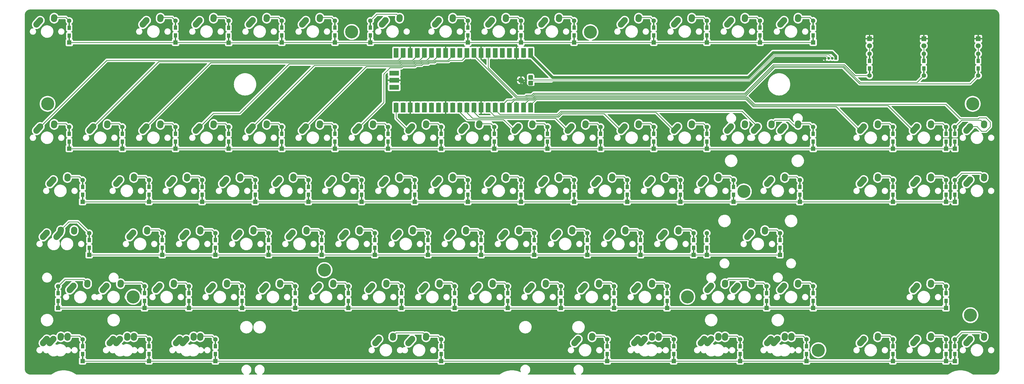
<source format=gbr>
%TF.GenerationSoftware,KiCad,Pcbnew,(7.0.0-rc2-153-g7d6218acb4)*%
%TF.CreationDate,2023-02-19T18:31:40+05:30*%
%TF.ProjectId,ncr-pcb,6e63722d-7063-4622-9e6b-696361645f70,rev?*%
%TF.SameCoordinates,Original*%
%TF.FileFunction,Copper,L2,Bot*%
%TF.FilePolarity,Positive*%
%FSLAX46Y46*%
G04 Gerber Fmt 4.6, Leading zero omitted, Abs format (unit mm)*
G04 Created by KiCad (PCBNEW (7.0.0-rc2-153-g7d6218acb4)) date 2023-02-19 18:31:40*
%MOMM*%
%LPD*%
G01*
G04 APERTURE LIST*
G04 Aperture macros list*
%AMRoundRect*
0 Rectangle with rounded corners*
0 $1 Rounding radius*
0 $2 $3 $4 $5 $6 $7 $8 $9 X,Y pos of 4 corners*
0 Add a 4 corners polygon primitive as box body*
4,1,4,$2,$3,$4,$5,$6,$7,$8,$9,$2,$3,0*
0 Add four circle primitives for the rounded corners*
1,1,$1+$1,$2,$3*
1,1,$1+$1,$4,$5*
1,1,$1+$1,$6,$7*
1,1,$1+$1,$8,$9*
0 Add four rect primitives between the rounded corners*
20,1,$1+$1,$2,$3,$4,$5,0*
20,1,$1+$1,$4,$5,$6,$7,0*
20,1,$1+$1,$6,$7,$8,$9,0*
20,1,$1+$1,$8,$9,$2,$3,0*%
%AMHorizOval*
0 Thick line with rounded ends*
0 $1 width*
0 $2 $3 position (X,Y) of the first rounded end (center of the circle)*
0 $4 $5 position (X,Y) of the second rounded end (center of the circle)*
0 Add line between two ends*
20,1,$1,$2,$3,$4,$5,0*
0 Add two circle primitives to create the rounded ends*
1,1,$1,$2,$3*
1,1,$1,$4,$5*%
G04 Aperture macros list end*
%TA.AperFunction,ComponentPad*%
%ADD10R,1.000000X1.000000*%
%TD*%
%TA.AperFunction,ComponentPad*%
%ADD11O,1.000000X1.000000*%
%TD*%
%TA.AperFunction,ComponentPad*%
%ADD12C,4.700000*%
%TD*%
%TA.AperFunction,SMDPad,CuDef*%
%ADD13R,0.500000X2.900000*%
%TD*%
%TA.AperFunction,SMDPad,CuDef*%
%ADD14R,1.200000X1.500000*%
%TD*%
%TA.AperFunction,ComponentPad*%
%ADD15C,1.600000*%
%TD*%
%TA.AperFunction,ComponentPad*%
%ADD16R,1.800000X1.800000*%
%TD*%
%TA.AperFunction,ComponentPad*%
%ADD17C,1.800000*%
%TD*%
%TA.AperFunction,ComponentPad*%
%ADD18RoundRect,0.437500X0.437500X-0.437500X0.437500X0.437500X-0.437500X0.437500X-0.437500X-0.437500X0*%
%TD*%
%TA.AperFunction,SMDPad,CuDef*%
%ADD19R,1.200000X1.600000*%
%TD*%
%TA.AperFunction,ComponentPad*%
%ADD20R,1.600000X1.600000*%
%TD*%
%TA.AperFunction,ComponentPad*%
%ADD21HorizOval,2.250000X0.655001X0.730000X-0.655001X-0.730000X0*%
%TD*%
%TA.AperFunction,ComponentPad*%
%ADD22C,2.250000*%
%TD*%
%TA.AperFunction,ComponentPad*%
%ADD23HorizOval,2.250000X0.020000X0.290000X-0.020000X-0.290000X0*%
%TD*%
%TA.AperFunction,ComponentPad*%
%ADD24O,1.700000X1.700000*%
%TD*%
%TA.AperFunction,SMDPad,CuDef*%
%ADD25R,1.700000X3.500000*%
%TD*%
%TA.AperFunction,ComponentPad*%
%ADD26R,1.700000X1.700000*%
%TD*%
%TA.AperFunction,SMDPad,CuDef*%
%ADD27R,3.500000X1.700000*%
%TD*%
%TA.AperFunction,Conductor*%
%ADD28C,0.250000*%
%TD*%
%TA.AperFunction,Conductor*%
%ADD29C,1.000000*%
%TD*%
%TA.AperFunction,Conductor*%
%ADD30C,0.200000*%
%TD*%
G04 APERTURE END LIST*
D10*
%TO.P,J1,1,Pin_1*%
%TO.N,VBUS*%
X292258749Y-19093749D03*
D11*
%TO.P,J1,2,Pin_2*%
%TO.N,D-*%
X290988749Y-19093749D03*
%TO.P,J1,3,Pin_3*%
%TO.N,D+*%
X289718749Y-19093749D03*
%TO.P,J1,4,Pin_4*%
%TO.N,GND*%
X288448749Y-19093749D03*
%TD*%
D12*
%TO.P,H10,1*%
%TO.N,N/C*%
X340524000Y-111266989D03*
%TD*%
%TO.P,H9,1*%
%TO.N,N/C*%
X286024000Y-123842496D03*
%TD*%
%TO.P,H8,1*%
%TO.N,N/C*%
X239059714Y-104692493D03*
%TD*%
%TO.P,H7,1*%
%TO.N,N/C*%
X40374001Y-104692493D03*
%TD*%
%TO.P,H6,1*%
%TO.N,N/C*%
X108974001Y-95092495D03*
%TD*%
%TO.P,H5,1*%
%TO.N,N/C*%
X259298999Y-66892495D03*
%TD*%
%TO.P,H4,1*%
%TO.N,N/C*%
X341349000Y-35467493D03*
%TD*%
%TO.P,H3,1*%
%TO.N,N/C*%
X9699000Y-35467493D03*
%TD*%
%TO.P,H2,1*%
%TO.N,N/C*%
X204293686Y-9743440D03*
%TD*%
%TO.P,H1,1*%
%TO.N,N/C*%
X118743687Y-9668441D03*
%TD*%
D13*
%TO.P,R3,2*%
%TO.N,Net-(LED3-A)*%
X343346000Y-18931249D03*
D14*
X343346000Y-20081249D03*
%TO.P,R3,1*%
%TO.N,LED3*%
X343346000Y-22781249D03*
D13*
X343346000Y-23931249D03*
D15*
%TO.P,R3,2*%
%TO.N,Net-(LED3-A)*%
X343346001Y-17531250D03*
%TO.P,R3,1*%
%TO.N,LED3*%
X343346001Y-25331250D03*
%TD*%
D13*
%TO.P,R2,2*%
%TO.N,Net-(LED2-A)*%
X323848000Y-18931249D03*
D14*
X323848000Y-20081249D03*
%TO.P,R2,1*%
%TO.N,LED2*%
X323848000Y-22781249D03*
D13*
X323848000Y-23931249D03*
D15*
%TO.P,R2,2*%
%TO.N,Net-(LED2-A)*%
X323848001Y-17531250D03*
%TO.P,R2,1*%
%TO.N,LED2*%
X323848001Y-25331250D03*
%TD*%
D13*
%TO.P,R1,2*%
%TO.N,Net-(LED1-A)*%
X304357000Y-18931249D03*
D14*
X304357000Y-20081249D03*
%TO.P,R1,1*%
%TO.N,LED1*%
X304357000Y-22781249D03*
D13*
X304357000Y-23931249D03*
D15*
%TO.P,R1,2*%
%TO.N,Net-(LED1-A)*%
X304357001Y-17531250D03*
%TO.P,R1,1*%
%TO.N,LED1*%
X304357001Y-25331250D03*
%TD*%
D16*
%TO.P,LED3,1,K*%
%TO.N,GND*%
X343346000Y-12115551D03*
D17*
%TO.P,LED3,2,A*%
%TO.N,Net-(LED3-A)*%
X343346001Y-14655552D03*
%TD*%
D16*
%TO.P,LED2,1,K*%
%TO.N,GND*%
X323848000Y-12115551D03*
D17*
%TO.P,LED2,2,A*%
%TO.N,Net-(LED2-A)*%
X323848001Y-14655552D03*
%TD*%
D16*
%TO.P,LED1,1,K*%
%TO.N,GND*%
X304357000Y-12115551D03*
D17*
%TO.P,LED1,2,A*%
%TO.N,Net-(LED1-A)*%
X304357001Y-14655552D03*
%TD*%
D18*
%TO.P,,TP1,USB_DM*%
%TO.N,GND*%
X179387500Y-26987500D03*
%TD*%
%TO.P,RPI0,TP2,USB_DM*%
%TO.N,D-*%
X182875000Y-25971500D03*
%TO.P,RPI0,TP3,USB_DP*%
%TO.N,D+*%
X182875000Y-28003500D03*
%TD*%
D19*
%TO.P,D1,1,K*%
%TO.N,ROW0*%
X17462499Y-10987499D03*
D13*
X17462499Y-12087499D03*
D20*
X17462499Y-13487499D03*
D15*
%TO.P,D1,2,A*%
%TO.N,Net-(D1-A)*%
X17462500Y-5687500D03*
D13*
X17462499Y-7087499D03*
D19*
X17462499Y-8187499D03*
%TD*%
%TO.P,D3,1,K*%
%TO.N,ROW0*%
X55562499Y-10924999D03*
D13*
X55562499Y-12024999D03*
D20*
X55562499Y-13424999D03*
D15*
%TO.P,D3,2,A*%
%TO.N,Net-(D3-A)*%
X55562500Y-5625000D03*
D13*
X55562499Y-7024999D03*
D19*
X55562499Y-8124999D03*
%TD*%
%TO.P,D4,1,K*%
%TO.N,ROW0*%
X74612499Y-10993749D03*
D13*
X74612499Y-12093749D03*
D20*
X74612499Y-13493749D03*
D15*
%TO.P,D4,2,A*%
%TO.N,Net-(D4-A)*%
X74612500Y-5693750D03*
D13*
X74612499Y-7093749D03*
D19*
X74612499Y-8193749D03*
%TD*%
%TO.P,D5,1,K*%
%TO.N,ROW0*%
X93662499Y-10924999D03*
D13*
X93662499Y-12024999D03*
D20*
X93662499Y-13424999D03*
D15*
%TO.P,D5,2,A*%
%TO.N,Net-(D5-A)*%
X93662500Y-5625000D03*
D13*
X93662499Y-7024999D03*
D19*
X93662499Y-8124999D03*
%TD*%
%TO.P,D6,1,K*%
%TO.N,ROW0*%
X112712499Y-10924999D03*
D13*
X112712499Y-12024999D03*
D20*
X112712499Y-13424999D03*
D15*
%TO.P,D6,2,A*%
%TO.N,Net-(D6-A)*%
X112712500Y-5625000D03*
D13*
X112712499Y-7024999D03*
D19*
X112712499Y-8124999D03*
%TD*%
%TO.P,D7,1,K*%
%TO.N,ROW0*%
X125412499Y-10924999D03*
D13*
X125412499Y-12024999D03*
D20*
X125412499Y-13424999D03*
D15*
%TO.P,D7,2,A*%
%TO.N,Net-(D7-A)*%
X125412500Y-5625000D03*
D13*
X125412499Y-7024999D03*
D19*
X125412499Y-8124999D03*
%TD*%
%TO.P,D8,1,K*%
%TO.N,ROW0*%
X160337499Y-10924999D03*
D13*
X160337499Y-12024999D03*
D20*
X160337499Y-13424999D03*
D15*
%TO.P,D8,2,A*%
%TO.N,Net-(D8-A)*%
X160337500Y-5625000D03*
D13*
X160337499Y-7024999D03*
D19*
X160337499Y-8124999D03*
%TD*%
%TO.P,D9,1,K*%
%TO.N,ROW0*%
X179387499Y-10924999D03*
D13*
X179387499Y-12024999D03*
D20*
X179387499Y-13424999D03*
D15*
%TO.P,D9,2,A*%
%TO.N,Net-(D9-A)*%
X179387500Y-5625000D03*
D13*
X179387499Y-7024999D03*
D19*
X179387499Y-8124999D03*
%TD*%
%TO.P,D10,1,K*%
%TO.N,ROW0*%
X198437499Y-10924999D03*
D13*
X198437499Y-12024999D03*
D20*
X198437499Y-13424999D03*
D15*
%TO.P,D10,2,A*%
%TO.N,Net-(D10-A)*%
X198437500Y-5625000D03*
D13*
X198437499Y-7024999D03*
D19*
X198437499Y-8124999D03*
%TD*%
%TO.P,D11,1,K*%
%TO.N,ROW0*%
X227012499Y-10924999D03*
D13*
X227012499Y-12024999D03*
D20*
X227012499Y-13424999D03*
D15*
%TO.P,D11,2,A*%
%TO.N,Net-(D11-A)*%
X227012500Y-5625000D03*
D13*
X227012499Y-7024999D03*
D19*
X227012499Y-8124999D03*
%TD*%
%TO.P,D12,1,K*%
%TO.N,ROW0*%
X246062499Y-10924999D03*
D13*
X246062499Y-12024999D03*
D20*
X246062499Y-13424999D03*
D15*
%TO.P,D12,2,A*%
%TO.N,Net-(D12-A)*%
X246062500Y-5625000D03*
D13*
X246062499Y-7024999D03*
D19*
X246062499Y-8124999D03*
%TD*%
%TO.P,D13,1,K*%
%TO.N,ROW0*%
X265112499Y-10924999D03*
D13*
X265112499Y-12024999D03*
D20*
X265112499Y-13424999D03*
D15*
%TO.P,D13,2,A*%
%TO.N,Net-(D13-A)*%
X265112500Y-5625000D03*
D13*
X265112499Y-7024999D03*
D19*
X265112499Y-8124999D03*
%TD*%
%TO.P,D14,1,K*%
%TO.N,ROW0*%
X284162499Y-10924999D03*
D13*
X284162499Y-12024999D03*
D20*
X284162499Y-13424999D03*
D15*
%TO.P,D14,2,A*%
%TO.N,Net-(D14-A)*%
X284162500Y-5625000D03*
D13*
X284162499Y-7024999D03*
D19*
X284162499Y-8124999D03*
%TD*%
%TO.P,D18,1,K*%
%TO.N,ROW1*%
X17462499Y-49024999D03*
D13*
X17462499Y-50124999D03*
D20*
X17462499Y-51524999D03*
D15*
%TO.P,D18,2,A*%
%TO.N,Net-(D18-A)*%
X17462500Y-43725000D03*
D13*
X17462499Y-45124999D03*
D19*
X17462499Y-46224999D03*
%TD*%
%TO.P,D19,1,K*%
%TO.N,ROW1*%
X36512499Y-49024999D03*
D13*
X36512499Y-50124999D03*
D20*
X36512499Y-51524999D03*
D15*
%TO.P,D19,2,A*%
%TO.N,Net-(D19-A)*%
X36512500Y-43725000D03*
D13*
X36512499Y-45124999D03*
D19*
X36512499Y-46224999D03*
%TD*%
%TO.P,D20,1,K*%
%TO.N,ROW1*%
X55562499Y-49024999D03*
D13*
X55562499Y-50124999D03*
D20*
X55562499Y-51524999D03*
D15*
%TO.P,D20,2,A*%
%TO.N,Net-(D20-A)*%
X55562500Y-43725000D03*
D13*
X55562499Y-45124999D03*
D19*
X55562499Y-46224999D03*
%TD*%
%TO.P,D21,1,K*%
%TO.N,ROW1*%
X74612499Y-49024999D03*
D13*
X74612499Y-50124999D03*
D20*
X74612499Y-51524999D03*
D15*
%TO.P,D21,2,A*%
%TO.N,Net-(D21-A)*%
X74612500Y-43725000D03*
D13*
X74612499Y-45124999D03*
D19*
X74612499Y-46224999D03*
%TD*%
%TO.P,D22,1,K*%
%TO.N,ROW1*%
X93662499Y-49024999D03*
D13*
X93662499Y-50124999D03*
D20*
X93662499Y-51524999D03*
D15*
%TO.P,D22,2,A*%
%TO.N,Net-(D22-A)*%
X93662500Y-43725000D03*
D13*
X93662499Y-45124999D03*
D19*
X93662499Y-46224999D03*
%TD*%
%TO.P,D23,1,K*%
%TO.N,ROW1*%
X112712499Y-49024999D03*
D13*
X112712499Y-50124999D03*
D20*
X112712499Y-51524999D03*
D15*
%TO.P,D23,2,A*%
%TO.N,Net-(D23-A)*%
X112712500Y-43725000D03*
D13*
X112712499Y-45124999D03*
D19*
X112712499Y-46224999D03*
%TD*%
%TO.P,D24,1,K*%
%TO.N,ROW1*%
X131762499Y-49024999D03*
D13*
X131762499Y-50124999D03*
D20*
X131762499Y-51524999D03*
D15*
%TO.P,D24,2,A*%
%TO.N,Net-(D24-A)*%
X131762500Y-43725000D03*
D13*
X131762499Y-45124999D03*
D19*
X131762499Y-46224999D03*
%TD*%
%TO.P,D25,1,K*%
%TO.N,ROW1*%
X150812499Y-49024999D03*
D13*
X150812499Y-50124999D03*
D20*
X150812499Y-51524999D03*
D15*
%TO.P,D25,2,A*%
%TO.N,Net-(D25-A)*%
X150812500Y-43725000D03*
D13*
X150812499Y-45124999D03*
D19*
X150812499Y-46224999D03*
%TD*%
%TO.P,D26,1,K*%
%TO.N,ROW1*%
X169862499Y-49024999D03*
D13*
X169862499Y-50124999D03*
D20*
X169862499Y-51524999D03*
D15*
%TO.P,D26,2,A*%
%TO.N,Net-(D26-A)*%
X169862500Y-43725000D03*
D13*
X169862499Y-45124999D03*
D19*
X169862499Y-46224999D03*
%TD*%
%TO.P,D27,1,K*%
%TO.N,ROW1*%
X188912499Y-49024999D03*
D13*
X188912499Y-50124999D03*
D20*
X188912499Y-51524999D03*
D15*
%TO.P,D27,2,A*%
%TO.N,Net-(D27-A)*%
X188912500Y-43725000D03*
D13*
X188912499Y-45124999D03*
D19*
X188912499Y-46224999D03*
%TD*%
%TO.P,D28,1,K*%
%TO.N,ROW1*%
X207962499Y-49024999D03*
D13*
X207962499Y-50124999D03*
D20*
X207962499Y-51524999D03*
D15*
%TO.P,D28,2,A*%
%TO.N,Net-(D28-A)*%
X207962500Y-43725000D03*
D13*
X207962499Y-45124999D03*
D19*
X207962499Y-46224999D03*
%TD*%
%TO.P,D29,1,K*%
%TO.N,ROW1*%
X227012499Y-49024999D03*
D13*
X227012499Y-50124999D03*
D20*
X227012499Y-51524999D03*
D15*
%TO.P,D29,2,A*%
%TO.N,Net-(D29-A)*%
X227012500Y-43725000D03*
D13*
X227012499Y-45124999D03*
D19*
X227012499Y-46224999D03*
%TD*%
%TO.P,D30,1,K*%
%TO.N,ROW1*%
X246062499Y-49024999D03*
D13*
X246062499Y-50124999D03*
D20*
X246062499Y-51524999D03*
D15*
%TO.P,D30,2,A*%
%TO.N,Net-(D30-A)*%
X246062500Y-43725000D03*
D13*
X246062499Y-45124999D03*
D19*
X246062499Y-46224999D03*
%TD*%
%TO.P,D31,1,K*%
%TO.N,ROW1*%
X284162499Y-49024999D03*
D13*
X284162499Y-50124999D03*
D20*
X284162499Y-51524999D03*
D15*
%TO.P,D31,2,A*%
%TO.N,Net-(D31-A)*%
X284162500Y-43725000D03*
D13*
X284162499Y-45124999D03*
D19*
X284162499Y-46224999D03*
%TD*%
%TO.P,D32,1,K*%
%TO.N,ROW1*%
X312737499Y-49024999D03*
D13*
X312737499Y-50124999D03*
D20*
X312737499Y-51524999D03*
D15*
%TO.P,D32,2,A*%
%TO.N,Net-(D32-A)*%
X312737500Y-43725000D03*
D13*
X312737499Y-45124999D03*
D19*
X312737499Y-46224999D03*
%TD*%
%TO.P,D33,1,K*%
%TO.N,ROW1*%
X331787499Y-49024999D03*
D13*
X331787499Y-50124999D03*
D20*
X331787499Y-51524999D03*
D15*
%TO.P,D33,2,A*%
%TO.N,Net-(D33-A)*%
X331787500Y-43725000D03*
D13*
X331787499Y-45124999D03*
D19*
X331787499Y-46224999D03*
%TD*%
%TO.P,D34,2,A*%
%TO.N,Net-(D34-A)*%
X334962499Y-46224999D03*
D13*
X334962499Y-45124999D03*
D15*
X334962500Y-43725000D03*
D20*
%TO.P,D34,1,K*%
%TO.N,ROW1*%
X334962499Y-51524999D03*
D13*
X334962499Y-50124999D03*
D19*
X334962499Y-49024999D03*
%TD*%
%TO.P,D35,1,K*%
%TO.N,ROW2*%
X22224999Y-68074999D03*
D13*
X22224999Y-69174999D03*
D20*
X22224999Y-70574999D03*
D15*
%TO.P,D35,2,A*%
%TO.N,Net-(D35-A)*%
X22225000Y-62775000D03*
D13*
X22224999Y-64174999D03*
D19*
X22224999Y-65274999D03*
%TD*%
%TO.P,D36,1,K*%
%TO.N,ROW3*%
X24606249Y-87124999D03*
D13*
X24606249Y-88224999D03*
D20*
X24606249Y-89624999D03*
D15*
%TO.P,D36,2,A*%
%TO.N,Net-(D36-A)*%
X24606250Y-81825000D03*
D13*
X24606249Y-83224999D03*
D19*
X24606249Y-84324999D03*
%TD*%
%TO.P,D37,1,K*%
%TO.N,ROW2*%
X46037499Y-68074999D03*
D13*
X46037499Y-69174999D03*
D20*
X46037499Y-70574999D03*
D15*
%TO.P,D37,2,A*%
%TO.N,Net-(D37-A)*%
X46037500Y-62775000D03*
D13*
X46037499Y-64174999D03*
D19*
X46037499Y-65274999D03*
%TD*%
%TO.P,D38,1,K*%
%TO.N,ROW3*%
X50799999Y-87124999D03*
D13*
X50799999Y-88224999D03*
D20*
X50799999Y-89624999D03*
D15*
%TO.P,D38,2,A*%
%TO.N,Net-(D38-A)*%
X50800000Y-81825000D03*
D13*
X50799999Y-83224999D03*
D19*
X50799999Y-84324999D03*
%TD*%
%TO.P,D39,1,K*%
%TO.N,ROW2*%
X65087499Y-68074999D03*
D13*
X65087499Y-69174999D03*
D20*
X65087499Y-70574999D03*
D15*
%TO.P,D39,2,A*%
%TO.N,Net-(D39-A)*%
X65087500Y-62775000D03*
D13*
X65087499Y-64174999D03*
D19*
X65087499Y-65274999D03*
%TD*%
%TO.P,D40,1,K*%
%TO.N,ROW3*%
X69849999Y-87124999D03*
D13*
X69849999Y-88224999D03*
D20*
X69849999Y-89624999D03*
D15*
%TO.P,D40,2,A*%
%TO.N,Net-(D40-A)*%
X69850000Y-81825000D03*
D13*
X69849999Y-83224999D03*
D19*
X69849999Y-84324999D03*
%TD*%
%TO.P,D41,1,K*%
%TO.N,ROW2*%
X84137499Y-68074999D03*
D13*
X84137499Y-69174999D03*
D20*
X84137499Y-70574999D03*
D15*
%TO.P,D41,2,A*%
%TO.N,Net-(D41-A)*%
X84137500Y-62775000D03*
D13*
X84137499Y-64174999D03*
D19*
X84137499Y-65274999D03*
%TD*%
%TO.P,D42,1,K*%
%TO.N,ROW3*%
X88899999Y-87124999D03*
D13*
X88899999Y-88224999D03*
D20*
X88899999Y-89624999D03*
D15*
%TO.P,D42,2,A*%
%TO.N,Net-(D42-A)*%
X88900000Y-81825000D03*
D13*
X88899999Y-83224999D03*
D19*
X88899999Y-84324999D03*
%TD*%
%TO.P,D43,1,K*%
%TO.N,ROW2*%
X103187499Y-68074999D03*
D13*
X103187499Y-69174999D03*
D20*
X103187499Y-70574999D03*
D15*
%TO.P,D43,2,A*%
%TO.N,Net-(D43-A)*%
X103187500Y-62775000D03*
D13*
X103187499Y-64174999D03*
D19*
X103187499Y-65274999D03*
%TD*%
%TO.P,D44,1,K*%
%TO.N,ROW3*%
X107949999Y-87124999D03*
D13*
X107949999Y-88224999D03*
D20*
X107949999Y-89624999D03*
D15*
%TO.P,D44,2,A*%
%TO.N,Net-(D44-A)*%
X107950000Y-81825000D03*
D13*
X107949999Y-83224999D03*
D19*
X107949999Y-84324999D03*
%TD*%
%TO.P,D45,1,K*%
%TO.N,ROW2*%
X122237499Y-68074999D03*
D13*
X122237499Y-69174999D03*
D20*
X122237499Y-70574999D03*
D15*
%TO.P,D45,2,A*%
%TO.N,Net-(D45-A)*%
X122237500Y-62775000D03*
D13*
X122237499Y-64174999D03*
D19*
X122237499Y-65274999D03*
%TD*%
%TO.P,D46,1,K*%
%TO.N,ROW3*%
X126999999Y-87124999D03*
D13*
X126999999Y-88224999D03*
D20*
X126999999Y-89624999D03*
D15*
%TO.P,D46,2,A*%
%TO.N,Net-(D46-A)*%
X127000000Y-81825000D03*
D13*
X126999999Y-83224999D03*
D19*
X126999999Y-84324999D03*
%TD*%
%TO.P,D47,1,K*%
%TO.N,ROW2*%
X141287499Y-68074999D03*
D13*
X141287499Y-69174999D03*
D20*
X141287499Y-70574999D03*
D15*
%TO.P,D47,2,A*%
%TO.N,Net-(D47-A)*%
X141287500Y-62775000D03*
D13*
X141287499Y-64174999D03*
D19*
X141287499Y-65274999D03*
%TD*%
%TO.P,D48,1,K*%
%TO.N,ROW3*%
X146049999Y-87124999D03*
D13*
X146049999Y-88224999D03*
D20*
X146049999Y-89624999D03*
D15*
%TO.P,D48,2,A*%
%TO.N,Net-(D48-A)*%
X146050000Y-81825000D03*
D13*
X146049999Y-83224999D03*
D19*
X146049999Y-84324999D03*
%TD*%
%TO.P,D49,1,K*%
%TO.N,ROW2*%
X160337499Y-68074999D03*
D13*
X160337499Y-69174999D03*
D20*
X160337499Y-70574999D03*
D15*
%TO.P,D49,2,A*%
%TO.N,Net-(D49-A)*%
X160337500Y-62775000D03*
D13*
X160337499Y-64174999D03*
D19*
X160337499Y-65274999D03*
%TD*%
%TO.P,D50,1,K*%
%TO.N,ROW3*%
X165099999Y-87124999D03*
D13*
X165099999Y-88224999D03*
D20*
X165099999Y-89624999D03*
D15*
%TO.P,D50,2,A*%
%TO.N,Net-(D50-A)*%
X165100000Y-81825000D03*
D13*
X165099999Y-83224999D03*
D19*
X165099999Y-84324999D03*
%TD*%
%TO.P,D51,1,K*%
%TO.N,ROW2*%
X179387499Y-68074999D03*
D13*
X179387499Y-69174999D03*
D20*
X179387499Y-70574999D03*
D15*
%TO.P,D51,2,A*%
%TO.N,Net-(D51-A)*%
X179387500Y-62775000D03*
D13*
X179387499Y-64174999D03*
D19*
X179387499Y-65274999D03*
%TD*%
%TO.P,D52,1,K*%
%TO.N,ROW3*%
X184149999Y-87124999D03*
D13*
X184149999Y-88224999D03*
D20*
X184149999Y-89624999D03*
D15*
%TO.P,D52,2,A*%
%TO.N,Net-(D52-A)*%
X184150000Y-81825000D03*
D13*
X184149999Y-83224999D03*
D19*
X184149999Y-84324999D03*
%TD*%
%TO.P,D53,1,K*%
%TO.N,ROW2*%
X198437499Y-68074999D03*
D13*
X198437499Y-69174999D03*
D20*
X198437499Y-70574999D03*
D15*
%TO.P,D53,2,A*%
%TO.N,Net-(D53-A)*%
X198437500Y-62775000D03*
D13*
X198437499Y-64174999D03*
D19*
X198437499Y-65274999D03*
%TD*%
%TO.P,D54,1,K*%
%TO.N,ROW3*%
X203199999Y-87124999D03*
D13*
X203199999Y-88224999D03*
D20*
X203199999Y-89624999D03*
D15*
%TO.P,D54,2,A*%
%TO.N,Net-(D54-A)*%
X203200000Y-81825000D03*
D13*
X203199999Y-83224999D03*
D19*
X203199999Y-84324999D03*
%TD*%
%TO.P,D55,1,K*%
%TO.N,ROW2*%
X217487499Y-68074999D03*
D13*
X217487499Y-69174999D03*
D20*
X217487499Y-70574999D03*
D15*
%TO.P,D55,2,A*%
%TO.N,Net-(D55-A)*%
X217487500Y-62775000D03*
D13*
X217487499Y-64174999D03*
D19*
X217487499Y-65274999D03*
%TD*%
%TO.P,D56,1,K*%
%TO.N,ROW3*%
X222249999Y-87124999D03*
D13*
X222249999Y-88224999D03*
D20*
X222249999Y-89624999D03*
D15*
%TO.P,D56,2,A*%
%TO.N,Net-(D56-A)*%
X222250000Y-81825000D03*
D13*
X222249999Y-83224999D03*
D19*
X222249999Y-84324999D03*
%TD*%
%TO.P,D57,1,K*%
%TO.N,ROW2*%
X236537499Y-68074999D03*
D13*
X236537499Y-69174999D03*
D20*
X236537499Y-70574999D03*
D15*
%TO.P,D57,2,A*%
%TO.N,Net-(D57-A)*%
X236537500Y-62775000D03*
D13*
X236537499Y-64174999D03*
D19*
X236537499Y-65274999D03*
%TD*%
%TO.P,D58,1,K*%
%TO.N,ROW3*%
X241299999Y-87124999D03*
D13*
X241299999Y-88224999D03*
D20*
X241299999Y-89624999D03*
D15*
%TO.P,D58,2,A*%
%TO.N,Net-(D58-A)*%
X241300000Y-81825000D03*
D13*
X241299999Y-83224999D03*
D19*
X241299999Y-84324999D03*
%TD*%
%TO.P,D59,1,K*%
%TO.N,ROW2*%
X255587499Y-68074999D03*
D13*
X255587499Y-69174999D03*
D20*
X255587499Y-70574999D03*
D15*
%TO.P,D59,2,A*%
%TO.N,Net-(D59-A)*%
X255587500Y-62775000D03*
D13*
X255587499Y-64174999D03*
D19*
X255587499Y-65274999D03*
%TD*%
%TO.P,D60,1,K*%
%TO.N,ROW3*%
X246062499Y-87124999D03*
D13*
X246062499Y-88224999D03*
D20*
X246062499Y-89624999D03*
D15*
%TO.P,D60,2,A*%
%TO.N,Net-(D60-A)*%
X246062500Y-81825000D03*
D13*
X246062499Y-83224999D03*
D19*
X246062499Y-84324999D03*
%TD*%
%TO.P,D61,1,K*%
%TO.N,ROW2*%
X279399999Y-68074999D03*
D13*
X279399999Y-69174999D03*
D20*
X279399999Y-70574999D03*
D15*
%TO.P,D61,2,A*%
%TO.N,Net-(D61-A)*%
X279400000Y-62775000D03*
D13*
X279399999Y-64174999D03*
D19*
X279399999Y-65274999D03*
%TD*%
%TO.P,D62,1,K*%
%TO.N,ROW3*%
X272256249Y-87124999D03*
D13*
X272256249Y-88224999D03*
D20*
X272256249Y-89624999D03*
D15*
%TO.P,D62,2,A*%
%TO.N,Net-(D62-A)*%
X272256250Y-81825000D03*
D13*
X272256249Y-83224999D03*
D19*
X272256249Y-84324999D03*
%TD*%
%TO.P,D63,1,K*%
%TO.N,ROW2*%
X312737499Y-68074999D03*
D13*
X312737499Y-69174999D03*
D20*
X312737499Y-70574999D03*
D15*
%TO.P,D63,2,A*%
%TO.N,Net-(D63-A)*%
X312737500Y-62775000D03*
D13*
X312737499Y-64174999D03*
D19*
X312737499Y-65274999D03*
%TD*%
%TO.P,D65,1,K*%
%TO.N,ROW2*%
X331787499Y-68074999D03*
D13*
X331787499Y-69174999D03*
D20*
X331787499Y-70574999D03*
D15*
%TO.P,D65,2,A*%
%TO.N,Net-(D65-A)*%
X331787500Y-62775000D03*
D13*
X331787499Y-64174999D03*
D19*
X331787499Y-65274999D03*
%TD*%
%TO.P,D67,1,K*%
%TO.N,ROW2*%
X334962499Y-68074999D03*
D13*
X334962499Y-69174999D03*
D20*
X334962499Y-70574999D03*
D15*
%TO.P,D67,2,A*%
%TO.N,Net-(D67-A)*%
X334962500Y-62775000D03*
D13*
X334962499Y-64174999D03*
D19*
X334962499Y-65274999D03*
%TD*%
%TO.P,D69,1,K*%
%TO.N,ROW4*%
X13493749Y-106174999D03*
D13*
X13493749Y-107274999D03*
D20*
X13493749Y-108674999D03*
D15*
%TO.P,D69,2,A*%
%TO.N,Net-(D69-A)*%
X13493750Y-100875000D03*
D13*
X13493749Y-102274999D03*
D19*
X13493749Y-103374999D03*
%TD*%
%TO.P,D70,1,K*%
%TO.N,ROW5*%
X22224999Y-125224999D03*
D13*
X22224999Y-126324999D03*
D20*
X22224999Y-127724999D03*
D15*
%TO.P,D70,2,A*%
%TO.N,Net-(D70-A)*%
X22225000Y-119925000D03*
D13*
X22224999Y-121324999D03*
D19*
X22224999Y-122424999D03*
%TD*%
%TO.P,D71,1,K*%
%TO.N,ROW4*%
X44449999Y-106174999D03*
D13*
X44449999Y-107274999D03*
D20*
X44449999Y-108674999D03*
D15*
%TO.P,D71,2,A*%
%TO.N,Net-(D71-A)*%
X44450000Y-100875000D03*
D13*
X44449999Y-102274999D03*
D19*
X44449999Y-103374999D03*
%TD*%
%TO.P,D72,1,K*%
%TO.N,ROW5*%
X46037499Y-125224999D03*
D13*
X46037499Y-126324999D03*
D20*
X46037499Y-127724999D03*
D15*
%TO.P,D72,2,A*%
%TO.N,Net-(D72-A)*%
X46037500Y-119925000D03*
D13*
X46037499Y-121324999D03*
D19*
X46037499Y-122424999D03*
%TD*%
%TO.P,D73,1,K*%
%TO.N,ROW4*%
X60324999Y-106174999D03*
D13*
X60324999Y-107274999D03*
D20*
X60324999Y-108674999D03*
D15*
%TO.P,D73,2,A*%
%TO.N,Net-(D73-A)*%
X60325000Y-100875000D03*
D13*
X60324999Y-102274999D03*
D19*
X60324999Y-103374999D03*
%TD*%
%TO.P,D74,1,K*%
%TO.N,ROW5*%
X69849999Y-125224999D03*
D13*
X69849999Y-126324999D03*
D20*
X69849999Y-127724999D03*
D15*
%TO.P,D74,2,A*%
%TO.N,Net-(D74-A)*%
X69850000Y-119925000D03*
D13*
X69849999Y-121324999D03*
D19*
X69849999Y-122424999D03*
%TD*%
%TO.P,D75,1,K*%
%TO.N,ROW4*%
X79374999Y-106174999D03*
D13*
X79374999Y-107274999D03*
D20*
X79374999Y-108674999D03*
D15*
%TO.P,D75,2,A*%
%TO.N,Net-(D75-A)*%
X79375000Y-100875000D03*
D13*
X79374999Y-102274999D03*
D19*
X79374999Y-103374999D03*
%TD*%
%TO.P,D77,1,K*%
%TO.N,ROW4*%
X98424999Y-106174999D03*
D13*
X98424999Y-107274999D03*
D20*
X98424999Y-108674999D03*
D15*
%TO.P,D77,2,A*%
%TO.N,Net-(D77-A)*%
X98425000Y-100875000D03*
D13*
X98424999Y-102274999D03*
D19*
X98424999Y-103374999D03*
%TD*%
%TO.P,D79,1,K*%
%TO.N,ROW4*%
X117474999Y-106174999D03*
D13*
X117474999Y-107274999D03*
D20*
X117474999Y-108674999D03*
D15*
%TO.P,D79,2,A*%
%TO.N,Net-(D79-A)*%
X117475000Y-100875000D03*
D13*
X117474999Y-102274999D03*
D19*
X117474999Y-103374999D03*
%TD*%
%TO.P,D81,1,K*%
%TO.N,ROW4*%
X136524999Y-106174999D03*
D13*
X136524999Y-107274999D03*
D20*
X136524999Y-108674999D03*
D15*
%TO.P,D81,2,A*%
%TO.N,Net-(D81-A)*%
X136525000Y-100875000D03*
D13*
X136524999Y-102274999D03*
D19*
X136524999Y-103374999D03*
%TD*%
%TO.P,D83,1,K*%
%TO.N,ROW4*%
X155574999Y-106174999D03*
D13*
X155574999Y-107274999D03*
D20*
X155574999Y-108674999D03*
D15*
%TO.P,D83,2,A*%
%TO.N,Net-(D83-A)*%
X155575000Y-100875000D03*
D13*
X155574999Y-102274999D03*
D19*
X155574999Y-103374999D03*
%TD*%
%TO.P,D84,1,K*%
%TO.N,ROW5*%
X150812499Y-125224999D03*
D13*
X150812499Y-126324999D03*
D20*
X150812499Y-127724999D03*
D15*
%TO.P,D84,2,A*%
%TO.N,Net-(D84-A)*%
X150812500Y-119925000D03*
D13*
X150812499Y-121324999D03*
D19*
X150812499Y-122424999D03*
%TD*%
%TO.P,D85,1,K*%
%TO.N,ROW4*%
X174624999Y-106174999D03*
D13*
X174624999Y-107274999D03*
D20*
X174624999Y-108674999D03*
D15*
%TO.P,D85,2,A*%
%TO.N,Net-(D85-A)*%
X174625000Y-100875000D03*
D13*
X174624999Y-102274999D03*
D19*
X174624999Y-103374999D03*
%TD*%
%TO.P,D87,1,K*%
%TO.N,ROW4*%
X193674999Y-106174999D03*
D13*
X193674999Y-107274999D03*
D20*
X193674999Y-108674999D03*
D15*
%TO.P,D87,2,A*%
%TO.N,Net-(D87-A)*%
X193675000Y-100875000D03*
D13*
X193674999Y-102274999D03*
D19*
X193674999Y-103374999D03*
%TD*%
%TO.P,D89,1,K*%
%TO.N,ROW4*%
X212724999Y-106174999D03*
D13*
X212724999Y-107274999D03*
D20*
X212724999Y-108674999D03*
D15*
%TO.P,D89,2,A*%
%TO.N,Net-(D89-A)*%
X212725000Y-100875000D03*
D13*
X212724999Y-102274999D03*
D19*
X212724999Y-103374999D03*
%TD*%
%TO.P,D90,1,K*%
%TO.N,ROW5*%
X210343749Y-125224999D03*
D13*
X210343749Y-126324999D03*
D20*
X210343749Y-127724999D03*
D15*
%TO.P,D90,2,A*%
%TO.N,Net-(D90-A)*%
X210343750Y-119925000D03*
D13*
X210343749Y-121324999D03*
D19*
X210343749Y-122424999D03*
%TD*%
%TO.P,D91,1,K*%
%TO.N,ROW4*%
X231774999Y-106174999D03*
D13*
X231774999Y-107274999D03*
D20*
X231774999Y-108674999D03*
D15*
%TO.P,D91,2,A*%
%TO.N,Net-(D91-A)*%
X231775000Y-100875000D03*
D13*
X231774999Y-102274999D03*
D19*
X231774999Y-103374999D03*
%TD*%
%TO.P,D92,1,K*%
%TO.N,ROW5*%
X234156249Y-125224999D03*
D13*
X234156249Y-126324999D03*
D20*
X234156249Y-127724999D03*
D15*
%TO.P,D92,2,A*%
%TO.N,Net-(D92-A)*%
X234156250Y-119925000D03*
D13*
X234156249Y-121324999D03*
D19*
X234156249Y-122424999D03*
%TD*%
%TO.P,D93,1,K*%
%TO.N,ROW4*%
X267493749Y-106174999D03*
D13*
X267493749Y-107274999D03*
D20*
X267493749Y-108674999D03*
D15*
%TO.P,D93,2,A*%
%TO.N,Net-(D93-A)*%
X267493750Y-100875000D03*
D13*
X267493749Y-102274999D03*
D19*
X267493749Y-103374999D03*
%TD*%
%TO.P,D94,1,K*%
%TO.N,ROW5*%
X257968749Y-125224999D03*
D13*
X257968749Y-126324999D03*
D20*
X257968749Y-127724999D03*
D15*
%TO.P,D94,2,A*%
%TO.N,Net-(D94-A)*%
X257968750Y-119925000D03*
D13*
X257968749Y-121324999D03*
D19*
X257968749Y-122424999D03*
%TD*%
%TO.P,D95,1,K*%
%TO.N,ROW4*%
X284162499Y-106174999D03*
D13*
X284162499Y-107274999D03*
D20*
X284162499Y-108674999D03*
D15*
%TO.P,D95,2,A*%
%TO.N,Net-(D95-A)*%
X284162500Y-100875000D03*
D13*
X284162499Y-102274999D03*
D19*
X284162499Y-103374999D03*
%TD*%
%TO.P,D96,1,K*%
%TO.N,ROW5*%
X281781249Y-125224999D03*
D13*
X281781249Y-126324999D03*
D20*
X281781249Y-127724999D03*
D15*
%TO.P,D96,2,A*%
%TO.N,Net-(D96-A)*%
X281781250Y-119925000D03*
D13*
X281781249Y-121324999D03*
D19*
X281781249Y-122424999D03*
%TD*%
%TO.P,D98,1,K*%
%TO.N,ROW5*%
X312737499Y-125224999D03*
D13*
X312737499Y-126324999D03*
D20*
X312737499Y-127724999D03*
D15*
%TO.P,D98,2,A*%
%TO.N,Net-(D98-A)*%
X312737500Y-119925000D03*
D13*
X312737499Y-121324999D03*
D19*
X312737499Y-122424999D03*
%TD*%
%TO.P,D99,1,K*%
%TO.N,ROW4*%
X331787499Y-106174999D03*
D13*
X331787499Y-107274999D03*
D20*
X331787499Y-108674999D03*
D15*
%TO.P,D99,2,A*%
%TO.N,Net-(D99-A)*%
X331787500Y-100875000D03*
D13*
X331787499Y-102274999D03*
D19*
X331787499Y-103374999D03*
%TD*%
%TO.P,D100,1,K*%
%TO.N,ROW5*%
X331787499Y-125224999D03*
D13*
X331787499Y-126324999D03*
D20*
X331787499Y-127724999D03*
D15*
%TO.P,D100,2,A*%
%TO.N,Net-(D100-A)*%
X331787500Y-119925000D03*
D13*
X331787499Y-121324999D03*
D19*
X331787499Y-122424999D03*
%TD*%
%TO.P,D102,1,K*%
%TO.N,ROW5*%
X334962499Y-125224999D03*
D13*
X334962499Y-126324999D03*
D20*
X334962499Y-127724999D03*
D15*
%TO.P,D102,2,A*%
%TO.N,Net-(D102-A)*%
X334962500Y-119925000D03*
D13*
X334962499Y-121324999D03*
D19*
X334962499Y-122424999D03*
%TD*%
D21*
%TO.P,MX35,1,COL*%
%TO.N,COL0*%
X11132500Y-63404999D03*
D22*
X11787500Y-62675000D03*
D23*
%TO.P,MX35,2,ROW*%
%TO.N,Net-(D35-A)*%
X16807499Y-61884999D03*
D22*
X16827500Y-61595000D03*
%TD*%
D21*
%TO.P,MX36,1,COL*%
%TO.N,Net-(D36-A)*%
X13513750Y-82454999D03*
D22*
X14168750Y-81725000D03*
D23*
%TO.P,MX36,2,ROW*%
%TO.N,COL0*%
X19188749Y-80934999D03*
D22*
X19208750Y-80645000D03*
%TD*%
D21*
%TO.P,MX61,1,COL*%
%TO.N,COL13*%
X268307500Y-63404999D03*
D22*
X268962500Y-62675000D03*
D23*
%TO.P,MX61,2,ROW*%
%TO.N,Net-(D61-A)*%
X273982499Y-61884999D03*
D22*
X274002500Y-61595000D03*
%TD*%
D21*
%TO.P,MX62,1,COL*%
%TO.N,COL13*%
X261163750Y-82454999D03*
D22*
X261818750Y-81725000D03*
D23*
%TO.P,MX62,2,ROW*%
%TO.N,Net-(D62-A)*%
X266838749Y-80934999D03*
D22*
X266858750Y-80645000D03*
%TD*%
D21*
%TO.P,MX64,1,COL*%
%TO.N,COL0*%
X8751250Y-82454999D03*
D22*
X9406250Y-81725000D03*
D23*
%TO.P,MX64,2,ROW*%
%TO.N,Net-(D36-A)*%
X14426249Y-80934999D03*
D22*
X14446250Y-80645000D03*
%TD*%
D21*
%TO.P,MX66,1,COL*%
%TO.N,COL13*%
X263545000Y-44354999D03*
D22*
X264200000Y-43625000D03*
D23*
%TO.P,MX66,2,ROW*%
%TO.N,Net-(D31-A)*%
X269219999Y-42834999D03*
D22*
X269240000Y-42545000D03*
%TD*%
D21*
%TO.P,MX69,1,COL*%
%TO.N,COL0*%
X18276250Y-101504999D03*
D22*
X18931250Y-100775000D03*
D23*
%TO.P,MX69,2,ROW*%
%TO.N,Net-(D69-A)*%
X23951249Y-99984999D03*
D22*
X23971250Y-99695000D03*
%TD*%
D21*
%TO.P,MX70,1,COL*%
%TO.N,COL0*%
X11132500Y-120554999D03*
D22*
X11787500Y-119825000D03*
D23*
%TO.P,MX70,2,ROW*%
%TO.N,Net-(D70-A)*%
X16807499Y-119034999D03*
D22*
X16827500Y-118745000D03*
%TD*%
D21*
%TO.P,MX74,1,COL*%
%TO.N,COL2*%
X58757500Y-120554999D03*
D22*
X59412500Y-119825000D03*
D23*
%TO.P,MX74,2,ROW*%
%TO.N,Net-(D74-A)*%
X64432499Y-119034999D03*
D22*
X64452500Y-118745000D03*
%TD*%
D21*
%TO.P,MX76,1,COL*%
%TO.N,COL0*%
X8751250Y-120554999D03*
D22*
X9406250Y-119825000D03*
D23*
%TO.P,MX76,2,ROW*%
%TO.N,Net-(D70-A)*%
X14426249Y-119034999D03*
D22*
X14446250Y-118745000D03*
%TD*%
D21*
%TO.P,MX78,1,COL*%
%TO.N,COL1*%
X32563750Y-120554999D03*
D22*
X33218750Y-119825000D03*
D23*
%TO.P,MX78,2,ROW*%
%TO.N,Net-(D72-A)*%
X38238749Y-119034999D03*
D22*
X38258750Y-118745000D03*
%TD*%
D21*
%TO.P,MX80,1,COL*%
%TO.N,COL2*%
X56376250Y-120554999D03*
D22*
X57031250Y-119825000D03*
D23*
%TO.P,MX80,2,ROW*%
%TO.N,Net-(D74-A)*%
X62051249Y-119034999D03*
D22*
X62071250Y-118745000D03*
%TD*%
D21*
%TO.P,MX82,1,COL*%
%TO.N,COL7*%
X127813750Y-120554999D03*
D22*
X128468750Y-119825000D03*
D23*
%TO.P,MX82,2,ROW*%
%TO.N,Net-(D84-A)*%
X133488749Y-119034999D03*
D22*
X133508750Y-118745000D03*
%TD*%
D21*
%TO.P,MX84,1,COL*%
%TO.N,COL7*%
X139720000Y-120554999D03*
D22*
X140375000Y-119825000D03*
D23*
%TO.P,MX84,2,ROW*%
%TO.N,Net-(D84-A)*%
X145394999Y-119034999D03*
D22*
X145415000Y-118745000D03*
%TD*%
D21*
%TO.P,MX86,1,COL*%
%TO.N,COL11*%
X223063750Y-120554999D03*
D22*
X223718750Y-119825000D03*
D23*
%TO.P,MX86,2,ROW*%
%TO.N,Net-(D92-A)*%
X228738749Y-119034999D03*
D22*
X228758750Y-118745000D03*
%TD*%
D21*
%TO.P,MX88,1,COL*%
%TO.N,COL12*%
X246876250Y-120554999D03*
D22*
X247531250Y-119825000D03*
D23*
%TO.P,MX88,2,ROW*%
%TO.N,Net-(D94-A)*%
X252551249Y-119034999D03*
D22*
X252571250Y-118745000D03*
%TD*%
D21*
%TO.P,MX90,1,COL*%
%TO.N,COL10*%
X199251250Y-120554999D03*
D22*
X199906250Y-119825000D03*
D23*
%TO.P,MX90,2,ROW*%
%TO.N,Net-(D90-A)*%
X204926249Y-119034999D03*
D22*
X204946250Y-118745000D03*
%TD*%
D21*
%TO.P,MX92,1,COL*%
%TO.N,COL11*%
X220682500Y-120554999D03*
D22*
X221337500Y-119825000D03*
D23*
%TO.P,MX92,2,ROW*%
%TO.N,Net-(D92-A)*%
X226357499Y-119034999D03*
D22*
X226377500Y-118745000D03*
%TD*%
D21*
%TO.P,MX93,1,COL*%
%TO.N,COL12*%
X256401250Y-101504999D03*
D22*
X257056250Y-100775000D03*
D23*
%TO.P,MX93,2,ROW*%
%TO.N,Net-(D93-A)*%
X262076249Y-99984999D03*
D22*
X262096250Y-99695000D03*
%TD*%
D21*
%TO.P,MX96,1,COL*%
%TO.N,COL13*%
X268307500Y-120554999D03*
D22*
X268962500Y-119825000D03*
D23*
%TO.P,MX96,2,ROW*%
%TO.N,Net-(D96-A)*%
X273982499Y-119034999D03*
D22*
X274002500Y-118745000D03*
%TD*%
D21*
%TO.P,MX97,1,COL*%
%TO.N,COL13*%
X270688750Y-120554999D03*
D22*
X271343750Y-119825000D03*
D23*
%TO.P,MX97,2,ROW*%
%TO.N,Net-(D96-A)*%
X276363749Y-119034999D03*
D22*
X276383750Y-118745000D03*
%TD*%
D21*
%TO.P,MX101,1,COL*%
%TO.N,COL12*%
X246876250Y-101504999D03*
D22*
X247531250Y-100775000D03*
D23*
%TO.P,MX101,2,ROW*%
%TO.N,Net-(D93-A)*%
X252551249Y-99984999D03*
D22*
X252571250Y-99695000D03*
%TD*%
D21*
%TO.P,MX6,1,COL*%
%TO.N,COL5*%
X101620000Y-6254999D03*
D22*
X102275000Y-5525000D03*
D23*
%TO.P,MX6,2,ROW*%
%TO.N,Net-(D6-A)*%
X107294999Y-4734999D03*
D22*
X107315000Y-4445000D03*
%TD*%
D21*
%TO.P,MX43,1,COL*%
%TO.N,COL4*%
X92095000Y-63404999D03*
D22*
X92750000Y-62675000D03*
D23*
%TO.P,MX43,2,ROW*%
%TO.N,Net-(D43-A)*%
X97769999Y-61884999D03*
D22*
X97790000Y-61595000D03*
%TD*%
D21*
%TO.P,MX63,1,COL*%
%TO.N,COL14*%
X301645000Y-63404999D03*
D22*
X302300000Y-62675000D03*
D23*
%TO.P,MX63,2,ROW*%
%TO.N,Net-(D63-A)*%
X307319999Y-61884999D03*
D22*
X307340000Y-61595000D03*
%TD*%
D21*
%TO.P,MX13,1,COL*%
%TO.N,COL12*%
X254020000Y-6254999D03*
D22*
X254675000Y-5525000D03*
D23*
%TO.P,MX13,2,ROW*%
%TO.N,Net-(D13-A)*%
X259694999Y-4734999D03*
D22*
X259715000Y-4445000D03*
%TD*%
D21*
%TO.P,MX67,1,COL*%
%TO.N,COL16*%
X339745000Y-63404999D03*
D22*
X340400000Y-62675000D03*
D23*
%TO.P,MX67,2,ROW*%
%TO.N,Net-(D67-A)*%
X345419999Y-61884999D03*
D22*
X345440000Y-61595000D03*
%TD*%
D21*
%TO.P,MX51,1,COL*%
%TO.N,COL8*%
X168295000Y-63404999D03*
D22*
X168950000Y-62675000D03*
D23*
%TO.P,MX51,2,ROW*%
%TO.N,Net-(D51-A)*%
X173969999Y-61884999D03*
D22*
X173990000Y-61595000D03*
%TD*%
D21*
%TO.P,MX44,1,COL*%
%TO.N,COL4*%
X96857500Y-82454999D03*
D22*
X97512500Y-81725000D03*
D23*
%TO.P,MX44,2,ROW*%
%TO.N,Net-(D44-A)*%
X102532499Y-80934999D03*
D22*
X102552500Y-80645000D03*
%TD*%
D21*
%TO.P,MX65,1,COL*%
%TO.N,COL15*%
X320695000Y-63404999D03*
D22*
X321350000Y-62675000D03*
D23*
%TO.P,MX65,2,ROW*%
%TO.N,Net-(D65-A)*%
X326369999Y-61884999D03*
D22*
X326390000Y-61595000D03*
%TD*%
D21*
%TO.P,MX77,1,COL*%
%TO.N,COL4*%
X87332500Y-101504999D03*
D22*
X87987500Y-100775000D03*
D23*
%TO.P,MX77,2,ROW*%
%TO.N,Net-(D77-A)*%
X93007499Y-99984999D03*
D22*
X93027500Y-99695000D03*
%TD*%
D21*
%TO.P,MX11,1,COL*%
%TO.N,COL10*%
X215920000Y-6254999D03*
D22*
X216575000Y-5525000D03*
D23*
%TO.P,MX11,2,ROW*%
%TO.N,Net-(D11-A)*%
X221594999Y-4734999D03*
D22*
X221615000Y-4445000D03*
%TD*%
D21*
%TO.P,MX14,1,COL*%
%TO.N,COL13*%
X273070000Y-6254999D03*
D22*
X273725000Y-5525000D03*
D23*
%TO.P,MX14,2,ROW*%
%TO.N,Net-(D14-A)*%
X278744999Y-4734999D03*
D22*
X278765000Y-4445000D03*
%TD*%
D21*
%TO.P,MX81,1,COL*%
%TO.N,COL6*%
X125432500Y-101504999D03*
D22*
X126087500Y-100775000D03*
D23*
%TO.P,MX81,2,ROW*%
%TO.N,Net-(D81-A)*%
X131107499Y-99984999D03*
D22*
X131127500Y-99695000D03*
%TD*%
D21*
%TO.P,MX59,1,COL*%
%TO.N,COL12*%
X244495000Y-63404999D03*
D22*
X245150000Y-62675000D03*
D23*
%TO.P,MX59,2,ROW*%
%TO.N,Net-(D59-A)*%
X250169999Y-61884999D03*
D22*
X250190000Y-61595000D03*
%TD*%
D21*
%TO.P,MX54,1,COL*%
%TO.N,COL9*%
X192107500Y-82454999D03*
D22*
X192762500Y-81725000D03*
D23*
%TO.P,MX54,2,ROW*%
%TO.N,Net-(D54-A)*%
X197782499Y-80934999D03*
D22*
X197802500Y-80645000D03*
%TD*%
D21*
%TO.P,MX100,1,COL*%
%TO.N,COL15*%
X320695000Y-120554999D03*
D22*
X321350000Y-119825000D03*
D23*
%TO.P,MX100,2,ROW*%
%TO.N,Net-(D100-A)*%
X326369999Y-119034999D03*
D22*
X326390000Y-118745000D03*
%TD*%
D21*
%TO.P,MX20,1,COL*%
%TO.N,COL2*%
X44470000Y-44354999D03*
D22*
X45125000Y-43625000D03*
D23*
%TO.P,MX20,2,ROW*%
%TO.N,Net-(D20-A)*%
X50144999Y-42834999D03*
D22*
X50165000Y-42545000D03*
%TD*%
D21*
%TO.P,MX53,1,COL*%
%TO.N,COL9*%
X187345000Y-63404999D03*
D22*
X188000000Y-62675000D03*
D23*
%TO.P,MX53,2,ROW*%
%TO.N,Net-(D53-A)*%
X193019999Y-61884999D03*
D22*
X193040000Y-61595000D03*
%TD*%
D21*
%TO.P,MX29,1,COL*%
%TO.N,COL11*%
X215920000Y-44354999D03*
D22*
X216575000Y-43625000D03*
D23*
%TO.P,MX29,2,ROW*%
%TO.N,Net-(D29-A)*%
X221594999Y-42834999D03*
D22*
X221615000Y-42545000D03*
%TD*%
D21*
%TO.P,MX47,1,COL*%
%TO.N,COL6*%
X130195000Y-63404999D03*
D22*
X130850000Y-62675000D03*
D23*
%TO.P,MX47,2,ROW*%
%TO.N,Net-(D47-A)*%
X135869999Y-61884999D03*
D22*
X135890000Y-61595000D03*
%TD*%
D21*
%TO.P,MX72,1,COL*%
%TO.N,COL1*%
X34945000Y-120554999D03*
D22*
X35600000Y-119825000D03*
D23*
%TO.P,MX72,2,ROW*%
%TO.N,Net-(D72-A)*%
X40619999Y-119034999D03*
D22*
X40640000Y-118745000D03*
%TD*%
D21*
%TO.P,MX46,1,COL*%
%TO.N,COL5*%
X115907500Y-82454999D03*
D22*
X116562500Y-81725000D03*
D23*
%TO.P,MX46,2,ROW*%
%TO.N,Net-(D46-A)*%
X121582499Y-80934999D03*
D22*
X121602500Y-80645000D03*
%TD*%
D21*
%TO.P,MX30,1,COL*%
%TO.N,COL12*%
X234970000Y-44354999D03*
D22*
X235625000Y-43625000D03*
D23*
%TO.P,MX30,2,ROW*%
%TO.N,Net-(D30-A)*%
X240644999Y-42834999D03*
D22*
X240665000Y-42545000D03*
%TD*%
D21*
%TO.P,MX33,1,COL*%
%TO.N,COL15*%
X320695000Y-44354999D03*
D22*
X321350000Y-43625000D03*
D23*
%TO.P,MX33,2,ROW*%
%TO.N,Net-(D33-A)*%
X326369999Y-42834999D03*
D22*
X326390000Y-42545000D03*
%TD*%
D21*
%TO.P,MX55,1,COL*%
%TO.N,COL10*%
X206395000Y-63404999D03*
D22*
X207050000Y-62675000D03*
D23*
%TO.P,MX55,2,ROW*%
%TO.N,Net-(D55-A)*%
X212069999Y-61884999D03*
D22*
X212090000Y-61595000D03*
%TD*%
D21*
%TO.P,MX26,1,COL*%
%TO.N,COL8*%
X158770000Y-44354999D03*
D22*
X159425000Y-43625000D03*
D23*
%TO.P,MX26,2,ROW*%
%TO.N,Net-(D26-A)*%
X164444999Y-42834999D03*
D22*
X164465000Y-42545000D03*
%TD*%
D21*
%TO.P,MX5,1,COL*%
%TO.N,COL4*%
X82570000Y-6254999D03*
D22*
X83225000Y-5525000D03*
D23*
%TO.P,MX5,2,ROW*%
%TO.N,Net-(D5-A)*%
X88244999Y-4734999D03*
D22*
X88265000Y-4445000D03*
%TD*%
D21*
%TO.P,MX91,1,COL*%
%TO.N,COL11*%
X220682500Y-101504999D03*
D22*
X221337500Y-100775000D03*
D23*
%TO.P,MX91,2,ROW*%
%TO.N,Net-(D91-A)*%
X226357499Y-99984999D03*
D22*
X226377500Y-99695000D03*
%TD*%
D21*
%TO.P,MX21,1,COL*%
%TO.N,COL3*%
X63520000Y-44354999D03*
D22*
X64175000Y-43625000D03*
D23*
%TO.P,MX21,2,ROW*%
%TO.N,Net-(D21-A)*%
X69194999Y-42834999D03*
D22*
X69215000Y-42545000D03*
%TD*%
D21*
%TO.P,MX75,1,COL*%
%TO.N,COL3*%
X68282500Y-101504999D03*
D22*
X68937500Y-100775000D03*
D23*
%TO.P,MX75,2,ROW*%
%TO.N,Net-(D75-A)*%
X73957499Y-99984999D03*
D22*
X73977500Y-99695000D03*
%TD*%
D21*
%TO.P,MX39,1,COL*%
%TO.N,COL2*%
X53995000Y-63404999D03*
D22*
X54650000Y-62675000D03*
D23*
%TO.P,MX39,2,ROW*%
%TO.N,Net-(D39-A)*%
X59669999Y-61884999D03*
D22*
X59690000Y-61595000D03*
%TD*%
D21*
%TO.P,MX7,1,COL*%
%TO.N,COL6*%
X130195000Y-6254999D03*
D22*
X130850000Y-5525000D03*
D23*
%TO.P,MX7,2,ROW*%
%TO.N,Net-(D7-A)*%
X135869999Y-4734999D03*
D22*
X135890000Y-4445000D03*
%TD*%
D21*
%TO.P,MX94,1,COL*%
%TO.N,COL12*%
X244495000Y-120554999D03*
D22*
X245150000Y-119825000D03*
D23*
%TO.P,MX94,2,ROW*%
%TO.N,Net-(D94-A)*%
X250169999Y-119034999D03*
D22*
X250190000Y-118745000D03*
%TD*%
D21*
%TO.P,MX22,1,COL*%
%TO.N,COL4*%
X82570000Y-44354999D03*
D22*
X83225000Y-43625000D03*
D23*
%TO.P,MX22,2,ROW*%
%TO.N,Net-(D22-A)*%
X88244999Y-42834999D03*
D22*
X88265000Y-42545000D03*
%TD*%
D21*
%TO.P,MX8,1,COL*%
%TO.N,COL7*%
X149245000Y-6254999D03*
D22*
X149900000Y-5525000D03*
D23*
%TO.P,MX8,2,ROW*%
%TO.N,Net-(D8-A)*%
X154919999Y-4734999D03*
D22*
X154940000Y-4445000D03*
%TD*%
D21*
%TO.P,MX18,1,COL*%
%TO.N,COL0*%
X6370000Y-44354999D03*
D22*
X7025000Y-43625000D03*
D23*
%TO.P,MX18,2,ROW*%
%TO.N,Net-(D18-A)*%
X12044999Y-42834999D03*
D22*
X12065000Y-42545000D03*
%TD*%
D21*
%TO.P,MX83,1,COL*%
%TO.N,COL7*%
X144482500Y-101504999D03*
D22*
X145137500Y-100775000D03*
D23*
%TO.P,MX83,2,ROW*%
%TO.N,Net-(D83-A)*%
X150157499Y-99984999D03*
D22*
X150177500Y-99695000D03*
%TD*%
D21*
%TO.P,MX34,1,COL*%
%TO.N,COL16*%
X339745000Y-44354999D03*
D22*
X340400000Y-43625000D03*
D23*
%TO.P,MX34,2,ROW*%
%TO.N,Net-(D34-A)*%
X345419999Y-42834999D03*
D22*
X345440000Y-42545000D03*
%TD*%
D21*
%TO.P,MX23,1,COL*%
%TO.N,COL5*%
X101620000Y-44354999D03*
D22*
X102275000Y-43625000D03*
D23*
%TO.P,MX23,2,ROW*%
%TO.N,Net-(D23-A)*%
X107294999Y-42834999D03*
D22*
X107315000Y-42545000D03*
%TD*%
D21*
%TO.P,MX49,1,COL*%
%TO.N,COL7*%
X149245000Y-63404999D03*
D22*
X149900000Y-62675000D03*
D23*
%TO.P,MX49,2,ROW*%
%TO.N,Net-(D49-A)*%
X154919999Y-61884999D03*
D22*
X154940000Y-61595000D03*
%TD*%
D21*
%TO.P,MX28,1,COL*%
%TO.N,COL10*%
X196870000Y-44354999D03*
D22*
X197525000Y-43625000D03*
D23*
%TO.P,MX28,2,ROW*%
%TO.N,Net-(D28-A)*%
X202544999Y-42834999D03*
D22*
X202565000Y-42545000D03*
%TD*%
D21*
%TO.P,MX25,1,COL*%
%TO.N,COL7*%
X139720000Y-44354999D03*
D22*
X140375000Y-43625000D03*
D23*
%TO.P,MX25,2,ROW*%
%TO.N,Net-(D25-A)*%
X145394999Y-42834999D03*
D22*
X145415000Y-42545000D03*
%TD*%
D21*
%TO.P,MX71,1,COL*%
%TO.N,COL1*%
X30182500Y-101504999D03*
D22*
X30837500Y-100775000D03*
D23*
%TO.P,MX71,2,ROW*%
%TO.N,Net-(D71-A)*%
X35857499Y-99984999D03*
D22*
X35877500Y-99695000D03*
%TD*%
D21*
%TO.P,MX37,1,COL*%
%TO.N,COL1*%
X34945000Y-63404999D03*
D22*
X35600000Y-62675000D03*
D23*
%TO.P,MX37,2,ROW*%
%TO.N,Net-(D37-A)*%
X40619999Y-61884999D03*
D22*
X40640000Y-61595000D03*
%TD*%
D21*
%TO.P,MX12,1,COL*%
%TO.N,COL11*%
X234970000Y-6254999D03*
D22*
X235625000Y-5525000D03*
D23*
%TO.P,MX12,2,ROW*%
%TO.N,Net-(D12-A)*%
X240644999Y-4734999D03*
D22*
X240665000Y-4445000D03*
%TD*%
D21*
%TO.P,MX57,1,COL*%
%TO.N,COL11*%
X225445000Y-63404999D03*
D22*
X226100000Y-62675000D03*
D23*
%TO.P,MX57,2,ROW*%
%TO.N,Net-(D57-A)*%
X231119999Y-61884999D03*
D22*
X231140000Y-61595000D03*
%TD*%
D21*
%TO.P,MX31,1,COL*%
%TO.N,COL13*%
X273070000Y-44354999D03*
D22*
X273725000Y-43625000D03*
D23*
%TO.P,MX31,2,ROW*%
%TO.N,Net-(D31-A)*%
X278744999Y-42834999D03*
D22*
X278765000Y-42545000D03*
%TD*%
D21*
%TO.P,MX24,1,COL*%
%TO.N,COL6*%
X120670000Y-44354999D03*
D22*
X121325000Y-43625000D03*
D23*
%TO.P,MX24,2,ROW*%
%TO.N,Net-(D24-A)*%
X126344999Y-42834999D03*
D22*
X126365000Y-42545000D03*
%TD*%
D21*
%TO.P,MX50,1,COL*%
%TO.N,COL7*%
X154007500Y-82454999D03*
D22*
X154662500Y-81725000D03*
D23*
%TO.P,MX50,2,ROW*%
%TO.N,Net-(D50-A)*%
X159682499Y-80934999D03*
D22*
X159702500Y-80645000D03*
%TD*%
D21*
%TO.P,MX95,1,COL*%
%TO.N,COL13*%
X273070000Y-101504999D03*
D22*
X273725000Y-100775000D03*
D23*
%TO.P,MX95,2,ROW*%
%TO.N,Net-(D95-A)*%
X278744999Y-99984999D03*
D22*
X278765000Y-99695000D03*
%TD*%
D21*
%TO.P,MX19,1,COL*%
%TO.N,COL1*%
X25420000Y-44354999D03*
D22*
X26075000Y-43625000D03*
D23*
%TO.P,MX19,2,ROW*%
%TO.N,Net-(D19-A)*%
X31094999Y-42834999D03*
D22*
X31115000Y-42545000D03*
%TD*%
D21*
%TO.P,MX4,1,COL*%
%TO.N,COL3*%
X63520000Y-6254999D03*
D22*
X64175000Y-5525000D03*
D23*
%TO.P,MX4,2,ROW*%
%TO.N,Net-(D4-A)*%
X69194999Y-4734999D03*
D22*
X69215000Y-4445000D03*
%TD*%
D21*
%TO.P,MX98,1,COL*%
%TO.N,COL14*%
X301645000Y-120554999D03*
D22*
X302300000Y-119825000D03*
D23*
%TO.P,MX98,2,ROW*%
%TO.N,Net-(D98-A)*%
X307319999Y-119034999D03*
D22*
X307340000Y-118745000D03*
%TD*%
D21*
%TO.P,MX38,1,COL*%
%TO.N,COL1*%
X39707500Y-82454999D03*
D22*
X40362500Y-81725000D03*
D23*
%TO.P,MX38,2,ROW*%
%TO.N,Net-(D38-A)*%
X45382499Y-80934999D03*
D22*
X45402500Y-80645000D03*
%TD*%
D21*
%TO.P,MX48,1,COL*%
%TO.N,COL6*%
X134957500Y-82454999D03*
D22*
X135612500Y-81725000D03*
D23*
%TO.P,MX48,2,ROW*%
%TO.N,Net-(D48-A)*%
X140632499Y-80934999D03*
D22*
X140652500Y-80645000D03*
%TD*%
D21*
%TO.P,MX85,1,COL*%
%TO.N,COL8*%
X163532500Y-101504999D03*
D22*
X164187500Y-100775000D03*
D23*
%TO.P,MX85,2,ROW*%
%TO.N,Net-(D85-A)*%
X169207499Y-99984999D03*
D22*
X169227500Y-99695000D03*
%TD*%
D21*
%TO.P,MX99,1,COL*%
%TO.N,COL15*%
X320695000Y-101504999D03*
D22*
X321350000Y-100775000D03*
D23*
%TO.P,MX99,2,ROW*%
%TO.N,Net-(D99-A)*%
X326369999Y-99984999D03*
D22*
X326390000Y-99695000D03*
%TD*%
D21*
%TO.P,MX9,1,COL*%
%TO.N,COL8*%
X168295000Y-6254999D03*
D22*
X168950000Y-5525000D03*
D23*
%TO.P,MX9,2,ROW*%
%TO.N,Net-(D9-A)*%
X173969999Y-4734999D03*
D22*
X173990000Y-4445000D03*
%TD*%
D21*
%TO.P,MX40,1,COL*%
%TO.N,COL2*%
X58757500Y-82454999D03*
D22*
X59412500Y-81725000D03*
D23*
%TO.P,MX40,2,ROW*%
%TO.N,Net-(D40-A)*%
X64432499Y-80934999D03*
D22*
X64452500Y-80645000D03*
%TD*%
D21*
%TO.P,MX42,1,COL*%
%TO.N,COL3*%
X77807500Y-82454999D03*
D22*
X78462500Y-81725000D03*
D23*
%TO.P,MX42,2,ROW*%
%TO.N,Net-(D42-A)*%
X83482499Y-80934999D03*
D22*
X83502500Y-80645000D03*
%TD*%
D21*
%TO.P,MX41,1,COL*%
%TO.N,COL3*%
X73045000Y-63404999D03*
D22*
X73700000Y-62675000D03*
D23*
%TO.P,MX41,2,ROW*%
%TO.N,Net-(D41-A)*%
X78719999Y-61884999D03*
D22*
X78740000Y-61595000D03*
%TD*%
D21*
%TO.P,MX87,1,COL*%
%TO.N,COL9*%
X182582500Y-101504999D03*
D22*
X183237500Y-100775000D03*
D23*
%TO.P,MX87,2,ROW*%
%TO.N,Net-(D87-A)*%
X188257499Y-99984999D03*
D22*
X188277500Y-99695000D03*
%TD*%
D21*
%TO.P,MX27,1,COL*%
%TO.N,COL9*%
X177820000Y-44354999D03*
D22*
X178475000Y-43625000D03*
D23*
%TO.P,MX27,2,ROW*%
%TO.N,Net-(D27-A)*%
X183494999Y-42834999D03*
D22*
X183515000Y-42545000D03*
%TD*%
D21*
%TO.P,MX102,1,COL*%
%TO.N,COL16*%
X339745000Y-120554999D03*
D22*
X340400000Y-119825000D03*
D23*
%TO.P,MX102,2,ROW*%
%TO.N,Net-(D102-A)*%
X345419999Y-119034999D03*
D22*
X345440000Y-118745000D03*
%TD*%
D21*
%TO.P,MX79,1,COL*%
%TO.N,COL5*%
X106382500Y-101504999D03*
D22*
X107037500Y-100775000D03*
D23*
%TO.P,MX79,2,ROW*%
%TO.N,Net-(D79-A)*%
X112057499Y-99984999D03*
D22*
X112077500Y-99695000D03*
%TD*%
D21*
%TO.P,MX58,1,COL*%
%TO.N,COL11*%
X230207500Y-82454999D03*
D22*
X230862500Y-81725000D03*
D23*
%TO.P,MX58,2,ROW*%
%TO.N,Net-(D58-A)*%
X235882499Y-80934999D03*
D22*
X235902500Y-80645000D03*
%TD*%
D21*
%TO.P,MX10,1,COL*%
%TO.N,COL9*%
X187345000Y-6254999D03*
D22*
X188000000Y-5525000D03*
D23*
%TO.P,MX10,2,ROW*%
%TO.N,Net-(D10-A)*%
X193019999Y-4734999D03*
D22*
X193040000Y-4445000D03*
%TD*%
D21*
%TO.P,MX45,1,COL*%
%TO.N,COL5*%
X111145000Y-63404999D03*
D22*
X111800000Y-62675000D03*
D23*
%TO.P,MX45,2,ROW*%
%TO.N,Net-(D45-A)*%
X116819999Y-61884999D03*
D22*
X116840000Y-61595000D03*
%TD*%
D21*
%TO.P,MX73,1,COL*%
%TO.N,COL2*%
X49232500Y-101504999D03*
D22*
X49887500Y-100775000D03*
D23*
%TO.P,MX73,2,ROW*%
%TO.N,Net-(D73-A)*%
X54907499Y-99984999D03*
D22*
X54927500Y-99695000D03*
%TD*%
D21*
%TO.P,MX1,1,COL*%
%TO.N,COL0*%
X6370000Y-6254999D03*
D22*
X7025000Y-5525000D03*
D23*
%TO.P,MX1,2,ROW*%
%TO.N,Net-(D1-A)*%
X12044999Y-4734999D03*
D22*
X12065000Y-4445000D03*
%TD*%
D21*
%TO.P,MX3,1,COL*%
%TO.N,COL2*%
X44470000Y-6254999D03*
D22*
X45125000Y-5525000D03*
D23*
%TO.P,MX3,2,ROW*%
%TO.N,Net-(D3-A)*%
X50144999Y-4734999D03*
D22*
X50165000Y-4445000D03*
%TD*%
D21*
%TO.P,MX32,1,COL*%
%TO.N,COL14*%
X301645000Y-44354999D03*
D22*
X302300000Y-43625000D03*
D23*
%TO.P,MX32,2,ROW*%
%TO.N,Net-(D32-A)*%
X307319999Y-42834999D03*
D22*
X307340000Y-42545000D03*
%TD*%
D21*
%TO.P,MX89,1,COL*%
%TO.N,COL10*%
X201632500Y-101504999D03*
D22*
X202287500Y-100775000D03*
D23*
%TO.P,MX89,2,ROW*%
%TO.N,Net-(D89-A)*%
X207307499Y-99984999D03*
D22*
X207327500Y-99695000D03*
%TD*%
D21*
%TO.P,MX52,1,COL*%
%TO.N,COL8*%
X173057500Y-82454999D03*
D22*
X173712500Y-81725000D03*
D23*
%TO.P,MX52,2,ROW*%
%TO.N,Net-(D52-A)*%
X178732499Y-80934999D03*
D22*
X178752500Y-80645000D03*
%TD*%
D21*
%TO.P,MX56,1,COL*%
%TO.N,COL10*%
X211157500Y-82454999D03*
D22*
X211812500Y-81725000D03*
D23*
%TO.P,MX56,2,ROW*%
%TO.N,Net-(D56-A)*%
X216832499Y-80934999D03*
D22*
X216852500Y-80645000D03*
%TD*%
D21*
%TO.P,MX60,1,COL*%
%TO.N,COL12*%
X254020000Y-44354999D03*
D22*
X254675000Y-43625000D03*
D23*
%TO.P,MX60,2,ROW*%
%TO.N,Net-(D60-A)*%
X259694999Y-42834999D03*
D22*
X259715000Y-42545000D03*
%TD*%
D24*
%TO.P,U1,1,GPIO0*%
%TO.N,COL14*%
X182879999Y-35877499D03*
D25*
X182879999Y-36777499D03*
D24*
%TO.P,U1,2,GPIO1*%
%TO.N,COL15*%
X180339999Y-35877499D03*
D25*
X180339999Y-36777499D03*
D26*
%TO.P,U1,3,GND*%
%TO.N,GND*%
X177799999Y-35877499D03*
D25*
X177799999Y-36777499D03*
D24*
%TO.P,U1,4,GPIO2*%
%TO.N,COL16*%
X175259999Y-35877499D03*
D25*
X175259999Y-36777499D03*
D24*
%TO.P,U1,5,GPIO3*%
%TO.N,LED3*%
X172719999Y-35877499D03*
D25*
X172719999Y-36777499D03*
D24*
%TO.P,U1,6,GPIO4*%
%TO.N,COL13*%
X170179999Y-35877499D03*
D25*
X170179999Y-36777499D03*
D24*
%TO.P,U1,7,GPIO5*%
%TO.N,COL12*%
X167639999Y-35877499D03*
D25*
X167639999Y-36777499D03*
D26*
%TO.P,U1,8,GND*%
%TO.N,GND*%
X165099999Y-35877499D03*
D25*
X165099999Y-36777499D03*
D24*
%TO.P,U1,9,GPIO6*%
%TO.N,COL11*%
X162559999Y-35877499D03*
D25*
X162559999Y-36777499D03*
D24*
%TO.P,U1,10,GPIO7*%
%TO.N,COL10*%
X160019999Y-35877499D03*
D25*
X160019999Y-36777499D03*
D24*
%TO.P,U1,11,GPIO8*%
%TO.N,COL9*%
X157479999Y-35877499D03*
D25*
X157479999Y-36777499D03*
D24*
%TO.P,U1,12,GPIO9*%
%TO.N,COL8*%
X154939999Y-35877499D03*
D25*
X154939999Y-36777499D03*
D26*
%TO.P,U1,13,GND*%
%TO.N,GND*%
X152399999Y-35877499D03*
D25*
X152399999Y-36777499D03*
D24*
%TO.P,U1,14,GPIO10*%
%TO.N,ROW5*%
X149859999Y-35877499D03*
D25*
X149859999Y-36777499D03*
D24*
%TO.P,U1,15,GPIO11*%
%TO.N,ROW4*%
X147319999Y-35877499D03*
D25*
X147319999Y-36777499D03*
D24*
%TO.P,U1,16,GPIO12*%
%TO.N,ROW3*%
X144779999Y-35877499D03*
D25*
X144779999Y-36777499D03*
D24*
%TO.P,U1,17,GPIO13*%
%TO.N,ROW2*%
X142239999Y-35877499D03*
D25*
X142239999Y-36777499D03*
D26*
%TO.P,U1,18,GND*%
%TO.N,GND*%
X139699999Y-35877499D03*
D25*
X139699999Y-36777499D03*
D24*
%TO.P,U1,19,GPIO14*%
%TO.N,ROW1*%
X137159999Y-35877499D03*
D25*
X137159999Y-36777499D03*
D24*
%TO.P,U1,20,GPIO15*%
%TO.N,COL7*%
X134619999Y-35877499D03*
D25*
X134619999Y-36777499D03*
D24*
%TO.P,U1,21,GPIO16*%
%TO.N,ROW0*%
X134619999Y-18097499D03*
D25*
X134619999Y-17197499D03*
D24*
%TO.P,U1,22,GPIO17*%
%TO.N,COL0*%
X137159999Y-18097499D03*
D25*
X137159999Y-17197499D03*
D26*
%TO.P,U1,23,GND*%
%TO.N,GND*%
X139699999Y-18097499D03*
D25*
X139699999Y-17197499D03*
D24*
%TO.P,U1,24,GPIO18*%
%TO.N,COL1*%
X142239999Y-18097499D03*
D25*
X142239999Y-17197499D03*
D24*
%TO.P,U1,25,GPIO19*%
%TO.N,COL2*%
X144779999Y-18097499D03*
D25*
X144779999Y-17197499D03*
D24*
%TO.P,U1,26,GPIO20*%
%TO.N,COL3*%
X147319999Y-18097499D03*
D25*
X147319999Y-17197499D03*
D24*
%TO.P,U1,27,GPIO21*%
%TO.N,COL4*%
X149859999Y-18097499D03*
D25*
X149859999Y-17197499D03*
D26*
%TO.P,U1,28,GND*%
%TO.N,GND*%
X152399999Y-18097499D03*
D25*
X152399999Y-17197499D03*
D24*
%TO.P,U1,29,GPIO22*%
%TO.N,COL5*%
X154939999Y-18097499D03*
D25*
X154939999Y-17197499D03*
D24*
%TO.P,U1,30,RUN*%
%TO.N,unconnected-(U1-RUN-Pad30)*%
X157479999Y-18097499D03*
D25*
X157479999Y-17197499D03*
D24*
%TO.P,U1,31,GPIO26_ADC0*%
%TO.N,COL6*%
X160019999Y-18097499D03*
D25*
X160019999Y-17197499D03*
D24*
%TO.P,U1,32,GPIO27_ADC1*%
%TO.N,LED2*%
X162559999Y-18097499D03*
D25*
X162559999Y-17197499D03*
D26*
%TO.P,U1,33,AGND*%
%TO.N,GND*%
X165099999Y-18097499D03*
D25*
X165099999Y-17197499D03*
D24*
%TO.P,U1,34,GPIO28_ADC2*%
%TO.N,LED1*%
X167639999Y-18097499D03*
D25*
X167639999Y-17197499D03*
D24*
%TO.P,U1,35,ADC_VREF*%
%TO.N,unconnected-(U1-ADC_VREF-Pad35)*%
X170179999Y-18097499D03*
D25*
X170179999Y-17197499D03*
D24*
%TO.P,U1,36,3V3*%
%TO.N,unconnected-(U1-3V3-Pad36)*%
X172719999Y-18097499D03*
D25*
X172719999Y-17197499D03*
D24*
%TO.P,U1,37,3V3_EN*%
%TO.N,unconnected-(U1-3V3_EN-Pad37)*%
X175259999Y-18097499D03*
D25*
X175259999Y-17197499D03*
D26*
%TO.P,U1,38,GND*%
%TO.N,GND*%
X177799999Y-18097499D03*
D25*
X177799999Y-17197499D03*
D24*
%TO.P,U1,39,VSYS*%
%TO.N,unconnected-(U1-VSYS-Pad39)*%
X180339999Y-18097499D03*
D25*
X180339999Y-17197499D03*
D24*
%TO.P,U1,40,VBUS*%
%TO.N,VBUS*%
X182879999Y-18097499D03*
D25*
X182879999Y-17197499D03*
D24*
%TO.P,U1,41,SWCLK*%
%TO.N,unconnected-(U1-SWCLK-Pad41)*%
X134849999Y-29527499D03*
D27*
X133949999Y-29527499D03*
D26*
%TO.P,U1,42,GND*%
%TO.N,GND*%
X134849999Y-26987499D03*
D27*
X133949999Y-26987499D03*
D24*
%TO.P,U1,43,SWDIO*%
%TO.N,unconnected-(U1-SWDIO-Pad43)*%
X134849999Y-24447499D03*
D27*
X133949999Y-24447499D03*
%TD*%
D28*
%TO.N,COL14*%
X182880000Y-35877500D02*
X184863750Y-33893750D01*
X292417500Y-36512500D02*
X300990000Y-45085000D01*
X184863750Y-33893750D02*
X260112500Y-33893750D01*
X260112500Y-33893750D02*
X262731250Y-36512500D01*
X262731250Y-36512500D02*
X292417500Y-36512500D01*
%TO.N,COL15*%
X180340000Y-35877500D02*
X182086250Y-34131250D01*
X182086250Y-34131250D02*
X183989854Y-34131250D01*
X183989854Y-34131250D02*
X184677354Y-33443750D01*
X184677354Y-33443750D02*
X260298896Y-33443750D01*
X262917646Y-36062500D02*
X311017500Y-36062500D01*
X260298896Y-33443750D02*
X262917646Y-36062500D01*
X311017500Y-36062500D02*
X320040000Y-45085000D01*
%TO.N,COL16*%
X175260000Y-35877500D02*
X177006250Y-34131250D01*
X183803458Y-33681250D02*
X184490958Y-32993750D01*
X177006250Y-34131250D02*
X181449854Y-34131250D01*
X184490958Y-32993750D02*
X260485292Y-32993750D01*
X181449854Y-34131250D02*
X181899854Y-33681250D01*
X260485292Y-32993750D02*
X263104042Y-35612500D01*
X181899854Y-33681250D02*
X183803458Y-33681250D01*
X263104042Y-35612500D02*
X331681250Y-35612500D01*
X331681250Y-35612500D02*
X336893750Y-40825000D01*
X336893750Y-40825000D02*
X343350000Y-40825000D01*
X343350000Y-40825000D02*
X343693750Y-40481250D01*
X343693750Y-40481250D02*
X346075000Y-40481250D01*
X346075000Y-40481250D02*
X347662500Y-42068750D01*
X347662500Y-42068750D02*
X347662500Y-43656250D01*
X347662500Y-43656250D02*
X346075000Y-45243750D01*
X346075000Y-45243750D02*
X344487500Y-45243750D01*
X344487500Y-45243750D02*
X342868750Y-43625000D01*
X342868750Y-43625000D02*
X340400000Y-43625000D01*
D29*
%TO.N,GND*%
X270662100Y-19093750D02*
X288448750Y-19093750D01*
X180975000Y-28587168D02*
X181966332Y-29578500D01*
X181966332Y-29578500D02*
X189496500Y-29578500D01*
X189496500Y-29578500D02*
X191062499Y-28012501D01*
X261743349Y-28012501D02*
X270662100Y-19093750D01*
X180975000Y-28575000D02*
X180975000Y-28587168D01*
X191062499Y-28012501D02*
X261743349Y-28012501D01*
X179387500Y-26987500D02*
X180975000Y-28575000D01*
D30*
%TO.N,D+*%
X270330730Y-18293750D02*
X288918750Y-18293750D01*
X183665999Y-27212501D02*
X261411979Y-27212501D01*
X288918750Y-18293750D02*
X289718750Y-19093750D01*
X182875000Y-28003500D02*
X183665999Y-27212501D01*
X261411979Y-27212501D02*
X270330730Y-18293750D01*
%TO.N,D-*%
X270165044Y-17893750D02*
X289788750Y-17893750D01*
X183665999Y-26762499D02*
X261296295Y-26762499D01*
X289788750Y-17893750D02*
X290988750Y-19093750D01*
X182875000Y-25971500D02*
X183665999Y-26762499D01*
X261296295Y-26762499D02*
X270165044Y-17893750D01*
D29*
%TO.N,VBUS*%
X290937500Y-17093750D02*
X292258750Y-18415000D01*
X269833674Y-17093750D02*
X290937500Y-17093750D01*
X292258750Y-18415000D02*
X292258750Y-19093750D01*
X260964925Y-25962499D02*
X269833674Y-17093750D01*
X190744999Y-25962499D02*
X260964925Y-25962499D01*
X182880000Y-18097500D02*
X190744999Y-25962499D01*
D28*
%TO.N,COL7*%
X134620000Y-40640000D02*
X139065000Y-45085000D01*
X134620000Y-35877500D02*
X134620000Y-40640000D01*
%TO.N,COL3*%
X69056250Y-38893750D02*
X62865000Y-45085000D01*
X78581250Y-38893750D02*
X69056250Y-38893750D01*
X96281250Y-21193750D02*
X78581250Y-38893750D01*
X135972938Y-21193750D02*
X96281250Y-21193750D01*
X136422938Y-20743750D02*
X135972938Y-21193750D01*
X141316542Y-20293750D02*
X140866542Y-20743750D01*
X143220146Y-20293750D02*
X141316542Y-20293750D01*
X145573750Y-19843750D02*
X143670146Y-19843750D01*
X147320000Y-18097500D02*
X145573750Y-19843750D01*
X140866542Y-20743750D02*
X136422938Y-20743750D01*
X143670146Y-19843750D02*
X143220146Y-20293750D01*
%TO.N,LED3*%
X340446001Y-28231250D02*
X343346001Y-25331250D01*
X300802208Y-28231250D02*
X340446001Y-28231250D01*
X294902208Y-22331250D02*
X300802208Y-28231250D01*
X270247792Y-22331250D02*
X294902208Y-22331250D01*
X260035292Y-32543750D02*
X270247792Y-22331250D01*
X181263458Y-33681250D02*
X181713458Y-33231250D01*
X176819854Y-33681250D02*
X181263458Y-33681250D01*
X184304562Y-32543750D02*
X260035292Y-32543750D01*
X176369854Y-34131250D02*
X176819854Y-33681250D01*
X181713458Y-33231250D02*
X183617062Y-33231250D01*
X174466250Y-34131250D02*
X176369854Y-34131250D01*
X172720000Y-35877500D02*
X174466250Y-34131250D01*
X183617062Y-33231250D02*
X184304562Y-32543750D01*
%TO.N,LED2*%
X321398001Y-27781250D02*
X323848001Y-25331250D01*
X300988604Y-27781250D02*
X321398001Y-27781250D01*
X295088604Y-21881250D02*
X300988604Y-27781250D01*
X184118166Y-32093750D02*
X259848896Y-32093750D01*
X270061396Y-21881250D02*
X295088604Y-21881250D01*
X181527062Y-32781250D02*
X183430666Y-32781250D01*
X183430666Y-32781250D02*
X184118166Y-32093750D01*
X259848896Y-32093750D02*
X270061396Y-21881250D01*
X177693750Y-33231250D02*
X181077062Y-33231250D01*
X181077062Y-33231250D02*
X181527062Y-32781250D01*
X162560000Y-18097500D02*
X177693750Y-33231250D01*
%TO.N,LED1*%
X299175000Y-25331250D02*
X304357001Y-25331250D01*
X295275000Y-21431250D02*
X299175000Y-25331250D01*
X269875000Y-21431250D02*
X295275000Y-21431250D01*
X259662500Y-31643750D02*
X269875000Y-21431250D01*
X183931770Y-31643750D02*
X259662500Y-31643750D01*
X180890666Y-32781250D02*
X181340666Y-32331250D01*
X177880146Y-32781250D02*
X180890666Y-32781250D01*
X167640000Y-22541104D02*
X177880146Y-32781250D01*
X181340666Y-32331250D02*
X183244270Y-32331250D01*
X167640000Y-18097500D02*
X167640000Y-22541104D01*
X183244270Y-32331250D02*
X183931770Y-31643750D01*
%TO.N,GND*%
X335756250Y-47625000D02*
X330993750Y-47625000D01*
X191293750Y-47625000D02*
X187325000Y-47625000D01*
%TO.N,COL9*%
X173175000Y-41095000D02*
X177165000Y-45085000D01*
X160157500Y-41095000D02*
X173175000Y-41095000D01*
X157480000Y-38417500D02*
X160157500Y-41095000D01*
X157480000Y-35877500D02*
X157480000Y-38417500D01*
%TO.N,COL10*%
X191775000Y-40645000D02*
X196215000Y-45085000D01*
X162088750Y-40645000D02*
X191775000Y-40645000D01*
X160020000Y-38576250D02*
X162088750Y-40645000D01*
X160020000Y-35877500D02*
X160020000Y-38576250D01*
%TO.N,COL11*%
X209180000Y-39000000D02*
X215265000Y-45085000D01*
X192852792Y-40195000D02*
X194047792Y-39000000D01*
X194047792Y-39000000D02*
X209180000Y-39000000D01*
X164306250Y-40195000D02*
X192852792Y-40195000D01*
X162560000Y-38448750D02*
X164306250Y-40195000D01*
X162560000Y-35877500D02*
X162560000Y-38448750D01*
%TO.N,COL13*%
X258675000Y-38100000D02*
X264200000Y-43625000D01*
X193675000Y-38100000D02*
X258675000Y-38100000D01*
X171851250Y-39295000D02*
X192480000Y-39295000D01*
X170180000Y-37623750D02*
X171851250Y-39295000D01*
X192480000Y-39295000D02*
X193675000Y-38100000D01*
X170180000Y-35877500D02*
X170180000Y-37623750D01*
%TO.N,COL12*%
X227780000Y-38550000D02*
X234315000Y-45085000D01*
X193861396Y-38550000D02*
X227780000Y-38550000D01*
X192666396Y-39745000D02*
X193861396Y-38550000D01*
X169862500Y-39745000D02*
X192666396Y-39745000D01*
X167640000Y-35877500D02*
X167640000Y-37522500D01*
X167640000Y-37522500D02*
X169862500Y-39745000D01*
%TO.N,COL6*%
X130175000Y-34925000D02*
X120015000Y-45085000D01*
X130175000Y-24765625D02*
X130175000Y-34925000D01*
X136532126Y-22543750D02*
X132396875Y-22543750D01*
X136982126Y-22093750D02*
X136532126Y-22543750D01*
X141425730Y-22093750D02*
X136982126Y-22093750D01*
X141875730Y-21643750D02*
X141425730Y-22093750D01*
X143779334Y-21643750D02*
X141875730Y-21643750D01*
X144229334Y-21193750D02*
X143779334Y-21643750D01*
X146132938Y-21193750D02*
X144229334Y-21193750D01*
X146582938Y-20743750D02*
X146132938Y-21193750D01*
X148486542Y-20743750D02*
X146582938Y-20743750D01*
X132396875Y-22543750D02*
X130175000Y-24765625D01*
X148936542Y-20293750D02*
X148486542Y-20743750D01*
X153380146Y-20293750D02*
X148936542Y-20293750D01*
X160020000Y-18097500D02*
X158273750Y-19843750D01*
X158273750Y-19843750D02*
X153830146Y-19843750D01*
X153830146Y-19843750D02*
X153380146Y-20293750D01*
%TO.N,COL5*%
X100965000Y-45064119D02*
X100965000Y-45085000D01*
X123935369Y-22093750D02*
X100965000Y-45064119D01*
X136345730Y-22093750D02*
X123935369Y-22093750D01*
X136795730Y-21643750D02*
X136345730Y-22093750D01*
X141239334Y-21643750D02*
X136795730Y-21643750D01*
X141689334Y-21193750D02*
X141239334Y-21643750D01*
X143592938Y-21193750D02*
X141689334Y-21193750D01*
X146396542Y-20293750D02*
X145946542Y-20743750D01*
X144042938Y-20743750D02*
X143592938Y-21193750D01*
X145946542Y-20743750D02*
X144042938Y-20743750D01*
X148750146Y-19843750D02*
X148300146Y-20293750D01*
X153193750Y-19843750D02*
X148750146Y-19843750D01*
X154940000Y-18097500D02*
X153193750Y-19843750D01*
X148300146Y-20293750D02*
X146396542Y-20293750D01*
%TO.N,COL4*%
X105335369Y-21643750D02*
X81915000Y-45064119D01*
X81915000Y-45064119D02*
X81915000Y-45085000D01*
X136159334Y-21643750D02*
X105335369Y-21643750D01*
X136609334Y-21193750D02*
X136159334Y-21643750D01*
X143856542Y-20293750D02*
X143406542Y-20743750D01*
X141052938Y-21193750D02*
X136609334Y-21193750D01*
X145760146Y-20293750D02*
X143856542Y-20293750D01*
X143406542Y-20743750D02*
X141502938Y-20743750D01*
X141502938Y-20743750D02*
X141052938Y-21193750D01*
X146210146Y-19843750D02*
X145760146Y-20293750D01*
X149860000Y-18097500D02*
X148113750Y-19843750D01*
X148113750Y-19843750D02*
X146210146Y-19843750D01*
%TO.N,COL2*%
X68135368Y-20743750D02*
X43815000Y-45064118D01*
X43815000Y-45064118D02*
X43815000Y-45085000D01*
X140680146Y-20293750D02*
X136236542Y-20293750D01*
X143033750Y-19843750D02*
X141130146Y-19843750D01*
X144780000Y-18097500D02*
X143033750Y-19843750D01*
X141130146Y-19843750D02*
X140680146Y-20293750D01*
X136236542Y-20293750D02*
X135786542Y-20743750D01*
X135786542Y-20743750D02*
X68135368Y-20743750D01*
%TO.N,COL1*%
X24765000Y-45064119D02*
X24765000Y-45085000D01*
X136050146Y-19843750D02*
X135600146Y-20293750D01*
X135600146Y-20293750D02*
X49535369Y-20293750D01*
X49535369Y-20293750D02*
X24765000Y-45064119D01*
X142240000Y-18097500D02*
X140493750Y-19843750D01*
X140493750Y-19843750D02*
X136050146Y-19843750D01*
%TO.N,COL0*%
X5715000Y-45064119D02*
X5715000Y-45085000D01*
X30935369Y-19843750D02*
X5715000Y-45064119D01*
X135413750Y-19843750D02*
X30935369Y-19843750D01*
X137160000Y-18097500D02*
X135413750Y-19843750D01*
%TO.N,Net-(D31-A)*%
X270510000Y-41275000D02*
X269240000Y-42545000D01*
X277281250Y-43125000D02*
X275431250Y-41275000D01*
X278725000Y-43125000D02*
X277281250Y-43125000D01*
X275431250Y-41275000D02*
X270510000Y-41275000D01*
%TO.N,Net-(LED3-A)*%
X343346001Y-14655552D02*
X343346001Y-17531250D01*
%TO.N,Net-(LED2-A)*%
X323848001Y-14655552D02*
X323848001Y-17531250D01*
%TO.N,Net-(LED1-A)*%
X304357001Y-14655552D02*
X304357001Y-17531250D01*
%TO.N,ROW0*%
X112712500Y-13425000D02*
X125412500Y-13425000D01*
X55500000Y-13487500D02*
X55562500Y-13425000D01*
X55562500Y-13425000D02*
X74543750Y-13425000D01*
X93662500Y-13425000D02*
X112712500Y-13425000D01*
X17462500Y-13487500D02*
X55500000Y-13487500D01*
X93593750Y-13493750D02*
X93662500Y-13425000D01*
X125412500Y-13425000D02*
X198437500Y-13425000D01*
X74543750Y-13425000D02*
X74612500Y-13493750D01*
X74612500Y-13493750D02*
X93593750Y-13493750D01*
X198437500Y-13425000D02*
X284162500Y-13425000D01*
%TO.N,Net-(D1-A)*%
X12065000Y-4445000D02*
X16220000Y-4445000D01*
X16220000Y-4445000D02*
X17462500Y-5687500D01*
%TO.N,Net-(D3-A)*%
X50165000Y-4445000D02*
X54382500Y-4445000D01*
X54382500Y-4445000D02*
X55562500Y-5625000D01*
%TO.N,Net-(D4-A)*%
X73363750Y-4445000D02*
X74612500Y-5693750D01*
X69215000Y-4445000D02*
X73363750Y-4445000D01*
%TO.N,Net-(D5-A)*%
X92482500Y-4445000D02*
X93662500Y-5625000D01*
X88265000Y-4445000D02*
X92482500Y-4445000D01*
%TO.N,Net-(D6-A)*%
X107315000Y-4445000D02*
X111532500Y-4445000D01*
X111532500Y-4445000D02*
X112712500Y-5625000D01*
%TO.N,Net-(D7-A)*%
X125412500Y-5625000D02*
X127717500Y-3320000D01*
X127717500Y-3320000D02*
X134765000Y-3320000D01*
X134765000Y-3320000D02*
X135890000Y-4445000D01*
%TO.N,Net-(D8-A)*%
X159157500Y-4445000D02*
X160337500Y-5625000D01*
X154940000Y-4445000D02*
X159157500Y-4445000D01*
%TO.N,Net-(D9-A)*%
X173990000Y-4445000D02*
X178207500Y-4445000D01*
X178207500Y-4445000D02*
X179387500Y-5625000D01*
%TO.N,Net-(D10-A)*%
X193040000Y-4445000D02*
X197257500Y-4445000D01*
X197257500Y-4445000D02*
X198437500Y-5625000D01*
%TO.N,Net-(D11-A)*%
X225832500Y-4445000D02*
X227012500Y-5625000D01*
X221615000Y-4445000D02*
X225832500Y-4445000D01*
%TO.N,Net-(D12-A)*%
X244882500Y-4445000D02*
X246062500Y-5625000D01*
X240665000Y-4445000D02*
X244882500Y-4445000D01*
%TO.N,Net-(D13-A)*%
X259715000Y-4445000D02*
X263932500Y-4445000D01*
X263932500Y-4445000D02*
X265112500Y-5625000D01*
%TO.N,Net-(D14-A)*%
X282982500Y-4445000D02*
X284162500Y-5625000D01*
X278765000Y-4445000D02*
X282982500Y-4445000D01*
%TO.N,ROW1*%
X334962500Y-51525000D02*
X131762500Y-51525000D01*
X131762500Y-51525000D02*
X17462500Y-51525000D01*
%TO.N,Net-(D18-A)*%
X16282500Y-42545000D02*
X17462500Y-43725000D01*
X12065000Y-42545000D02*
X16282500Y-42545000D01*
%TO.N,Net-(D19-A)*%
X35332500Y-42545000D02*
X36512500Y-43725000D01*
X31115000Y-42545000D02*
X35332500Y-42545000D01*
%TO.N,Net-(D20-A)*%
X54382500Y-42545000D02*
X55562500Y-43725000D01*
X50165000Y-42545000D02*
X54382500Y-42545000D01*
%TO.N,Net-(D21-A)*%
X73432500Y-42545000D02*
X74612500Y-43725000D01*
X69215000Y-42545000D02*
X73432500Y-42545000D01*
%TO.N,Net-(D22-A)*%
X88265000Y-42545000D02*
X92482500Y-42545000D01*
X92482500Y-42545000D02*
X93662500Y-43725000D01*
%TO.N,Net-(D23-A)*%
X107315000Y-42545000D02*
X111532500Y-42545000D01*
X111532500Y-42545000D02*
X112712500Y-43725000D01*
%TO.N,Net-(D24-A)*%
X130582500Y-42545000D02*
X131762500Y-43725000D01*
X126365000Y-42545000D02*
X130582500Y-42545000D01*
%TO.N,Net-(D25-A)*%
X145415000Y-42545000D02*
X149632500Y-42545000D01*
X149632500Y-42545000D02*
X150812500Y-43725000D01*
%TO.N,Net-(D26-A)*%
X168682500Y-42545000D02*
X169862500Y-43725000D01*
X164465000Y-42545000D02*
X168682500Y-42545000D01*
%TO.N,Net-(D27-A)*%
X187732500Y-42545000D02*
X188912500Y-43725000D01*
X183515000Y-42545000D02*
X187732500Y-42545000D01*
%TO.N,Net-(D28-A)*%
X202565000Y-42545000D02*
X206782500Y-42545000D01*
X206782500Y-42545000D02*
X207962500Y-43725000D01*
%TO.N,Net-(D29-A)*%
X225832500Y-42545000D02*
X227012500Y-43725000D01*
X221615000Y-42545000D02*
X225832500Y-42545000D01*
%TO.N,Net-(D30-A)*%
X244882500Y-42545000D02*
X246062500Y-43725000D01*
X240665000Y-42545000D02*
X244882500Y-42545000D01*
%TO.N,Net-(D31-A)*%
X282982500Y-42545000D02*
X284162500Y-43725000D01*
X278765000Y-42545000D02*
X282982500Y-42545000D01*
%TO.N,Net-(D32-A)*%
X311557500Y-42545000D02*
X312737500Y-43725000D01*
X307340000Y-42545000D02*
X311557500Y-42545000D01*
%TO.N,Net-(D33-A)*%
X326390000Y-42545000D02*
X330607500Y-42545000D01*
X330607500Y-42545000D02*
X331787500Y-43725000D01*
%TO.N,Net-(D34-A)*%
X345440000Y-42545000D02*
X344170000Y-41275000D01*
X344170000Y-41275000D02*
X337412500Y-41275000D01*
X337412500Y-41275000D02*
X334962500Y-43725000D01*
%TO.N,ROW2*%
X255587500Y-70575000D02*
X279400000Y-70575000D01*
X122237500Y-70575000D02*
X255587500Y-70575000D01*
X22225000Y-70575000D02*
X122237500Y-70575000D01*
X279400000Y-70575000D02*
X334962500Y-70575000D01*
%TO.N,Net-(D35-A)*%
X16827500Y-61595000D02*
X21045000Y-61595000D01*
X21045000Y-61595000D02*
X22225000Y-62775000D01*
%TO.N,ROW3*%
X246062500Y-89625000D02*
X272256250Y-89625000D01*
X127000000Y-89625000D02*
X24606250Y-89625000D01*
X246062500Y-89625000D02*
X24606250Y-89625000D01*
%TO.N,Net-(D36-A)*%
X17303750Y-77787500D02*
X20568750Y-77787500D01*
X14446250Y-80645000D02*
X17303750Y-77787500D01*
X20568750Y-77787500D02*
X24606250Y-81825000D01*
%TO.N,Net-(D37-A)*%
X40640000Y-61595000D02*
X44857500Y-61595000D01*
X44857500Y-61595000D02*
X46037500Y-62775000D01*
%TO.N,Net-(D38-A)*%
X45402500Y-80645000D02*
X49620000Y-80645000D01*
X49620000Y-80645000D02*
X50800000Y-81825000D01*
%TO.N,Net-(D39-A)*%
X59690000Y-61595000D02*
X63907500Y-61595000D01*
X63907500Y-61595000D02*
X65087500Y-62775000D01*
%TO.N,Net-(D40-A)*%
X68670000Y-80645000D02*
X69850000Y-81825000D01*
X64452500Y-80645000D02*
X68670000Y-80645000D01*
%TO.N,Net-(D41-A)*%
X78740000Y-61595000D02*
X82957500Y-61595000D01*
X82957500Y-61595000D02*
X84137500Y-62775000D01*
%TO.N,Net-(D42-A)*%
X83502500Y-80645000D02*
X87720000Y-80645000D01*
X87720000Y-80645000D02*
X88900000Y-81825000D01*
%TO.N,Net-(D43-A)*%
X102007500Y-61595000D02*
X103187500Y-62775000D01*
X97790000Y-61595000D02*
X102007500Y-61595000D01*
%TO.N,Net-(D44-A)*%
X102552500Y-80645000D02*
X106770000Y-80645000D01*
X106770000Y-80645000D02*
X107950000Y-81825000D01*
%TO.N,Net-(D45-A)*%
X116840000Y-61595000D02*
X121057500Y-61595000D01*
X121057500Y-61595000D02*
X122237500Y-62775000D01*
%TO.N,Net-(D46-A)*%
X121602500Y-80645000D02*
X125820000Y-80645000D01*
X125820000Y-80645000D02*
X127000000Y-81825000D01*
%TO.N,Net-(D47-A)*%
X135890000Y-61595000D02*
X140107500Y-61595000D01*
X140107500Y-61595000D02*
X141287500Y-62775000D01*
%TO.N,Net-(D48-A)*%
X144870000Y-80645000D02*
X146050000Y-81825000D01*
X140652500Y-80645000D02*
X144870000Y-80645000D01*
%TO.N,Net-(D49-A)*%
X159157500Y-61595000D02*
X160337500Y-62775000D01*
X154940000Y-61595000D02*
X159157500Y-61595000D01*
%TO.N,Net-(D50-A)*%
X159702500Y-80645000D02*
X163920000Y-80645000D01*
X163920000Y-80645000D02*
X165100000Y-81825000D01*
%TO.N,Net-(D51-A)*%
X173990000Y-61595000D02*
X178207500Y-61595000D01*
X178207500Y-61595000D02*
X179387500Y-62775000D01*
%TO.N,Net-(D52-A)*%
X178752500Y-80645000D02*
X182970000Y-80645000D01*
X182970000Y-80645000D02*
X184150000Y-81825000D01*
%TO.N,Net-(D53-A)*%
X197257500Y-61595000D02*
X198437500Y-62775000D01*
X193040000Y-61595000D02*
X197257500Y-61595000D01*
%TO.N,Net-(D54-A)*%
X197802500Y-80645000D02*
X202020000Y-80645000D01*
X202020000Y-80645000D02*
X203200000Y-81825000D01*
%TO.N,Net-(D55-A)*%
X216307500Y-61595000D02*
X217487500Y-62775000D01*
X212090000Y-61595000D02*
X216307500Y-61595000D01*
%TO.N,Net-(D56-A)*%
X221070000Y-80645000D02*
X222250000Y-81825000D01*
X216852500Y-80645000D02*
X221070000Y-80645000D01*
%TO.N,Net-(D57-A)*%
X231140000Y-61595000D02*
X235357500Y-61595000D01*
X235357500Y-61595000D02*
X236537500Y-62775000D01*
%TO.N,Net-(D58-A)*%
X240120000Y-80645000D02*
X241300000Y-81825000D01*
X235902500Y-80645000D02*
X240120000Y-80645000D01*
%TO.N,Net-(D59-A)*%
X254407500Y-61595000D02*
X255587500Y-62775000D01*
X250190000Y-61595000D02*
X254407500Y-61595000D01*
%TO.N,Net-(D61-A)*%
X278220000Y-61595000D02*
X279400000Y-62775000D01*
X274002500Y-61595000D02*
X278220000Y-61595000D01*
%TO.N,Net-(D62-A)*%
X271076250Y-80645000D02*
X272256250Y-81825000D01*
X266858750Y-80645000D02*
X271076250Y-80645000D01*
%TO.N,Net-(D63-A)*%
X311557500Y-61595000D02*
X312737500Y-62775000D01*
X307340000Y-61595000D02*
X311557500Y-61595000D01*
%TO.N,Net-(D65-A)*%
X330607500Y-61595000D02*
X331787500Y-62775000D01*
X326390000Y-61595000D02*
X330607500Y-61595000D01*
%TO.N,Net-(D67-A)*%
X337412500Y-60325000D02*
X344170000Y-60325000D01*
X344170000Y-60325000D02*
X345440000Y-61595000D01*
X334962500Y-62775000D02*
X337412500Y-60325000D01*
%TO.N,Net-(D69-A)*%
X22701250Y-98425000D02*
X15943750Y-98425000D01*
X15943750Y-98425000D02*
X13493750Y-100875000D01*
X23971250Y-99695000D02*
X22701250Y-98425000D01*
%TO.N,ROW4*%
X13493750Y-108675000D02*
X331787500Y-108675000D01*
%TO.N,Net-(D70-A)*%
X14446250Y-118745000D02*
X21045000Y-118745000D01*
X21045000Y-118745000D02*
X22225000Y-119925000D01*
%TO.N,Net-(D71-A)*%
X35877500Y-99695000D02*
X43270000Y-99695000D01*
X43270000Y-99695000D02*
X44450000Y-100875000D01*
%TO.N,Net-(D72-A)*%
X44857500Y-118745000D02*
X46037500Y-119925000D01*
X38258750Y-118745000D02*
X44857500Y-118745000D01*
%TO.N,Net-(D73-A)*%
X54927500Y-99695000D02*
X59145000Y-99695000D01*
X59145000Y-99695000D02*
X60325000Y-100875000D01*
%TO.N,Net-(D74-A)*%
X68670000Y-118745000D02*
X69850000Y-119925000D01*
X62071250Y-118745000D02*
X68670000Y-118745000D01*
%TO.N,Net-(D75-A)*%
X78195000Y-99695000D02*
X79375000Y-100875000D01*
X73977500Y-99695000D02*
X78195000Y-99695000D01*
%TO.N,Net-(D77-A)*%
X97245000Y-99695000D02*
X98425000Y-100875000D01*
X93027500Y-99695000D02*
X97245000Y-99695000D01*
%TO.N,Net-(D79-A)*%
X116295000Y-99695000D02*
X117475000Y-100875000D01*
X112077500Y-99695000D02*
X116295000Y-99695000D01*
%TO.N,Net-(D81-A)*%
X131127500Y-99695000D02*
X135345000Y-99695000D01*
X135345000Y-99695000D02*
X136525000Y-100875000D01*
%TO.N,Net-(D83-A)*%
X154395000Y-99695000D02*
X155575000Y-100875000D01*
X150177500Y-99695000D02*
X154395000Y-99695000D01*
%TO.N,Net-(D84-A)*%
X149632500Y-118745000D02*
X150812500Y-119925000D01*
X133508750Y-118745000D02*
X134633750Y-117620000D01*
X134633750Y-117620000D02*
X144290000Y-117620000D01*
X145415000Y-118745000D02*
X149632500Y-118745000D01*
X144290000Y-117620000D02*
X145415000Y-118745000D01*
%TO.N,Net-(D85-A)*%
X173445000Y-99695000D02*
X174625000Y-100875000D01*
X169227500Y-99695000D02*
X173445000Y-99695000D01*
%TO.N,Net-(D87-A)*%
X188277500Y-99695000D02*
X192495000Y-99695000D01*
X192495000Y-99695000D02*
X193675000Y-100875000D01*
%TO.N,Net-(D89-A)*%
X207327500Y-99695000D02*
X211545000Y-99695000D01*
X211545000Y-99695000D02*
X212725000Y-100875000D01*
%TO.N,Net-(D90-A)*%
X204946250Y-118745000D02*
X209163750Y-118745000D01*
X209163750Y-118745000D02*
X210343750Y-119925000D01*
%TO.N,Net-(D91-A)*%
X230595000Y-99695000D02*
X231775000Y-100875000D01*
X226377500Y-99695000D02*
X230595000Y-99695000D01*
%TO.N,Net-(D92-A)*%
X226377500Y-118745000D02*
X232976250Y-118745000D01*
X232976250Y-118745000D02*
X234156250Y-119925000D01*
%TO.N,Net-(D93-A)*%
X266313750Y-99695000D02*
X267493750Y-100875000D01*
X260826250Y-98425000D02*
X253841250Y-98425000D01*
X262096250Y-99695000D02*
X266313750Y-99695000D01*
X262096250Y-99695000D02*
X260826250Y-98425000D01*
X253841250Y-98425000D02*
X252571250Y-99695000D01*
%TO.N,Net-(D94-A)*%
X250190000Y-118745000D02*
X256788750Y-118745000D01*
X256788750Y-118745000D02*
X257968750Y-119925000D01*
%TO.N,Net-(D95-A)*%
X278765000Y-99695000D02*
X282982500Y-99695000D01*
X282982500Y-99695000D02*
X284162500Y-100875000D01*
%TO.N,Net-(D96-A)*%
X274002500Y-118745000D02*
X280601250Y-118745000D01*
X280601250Y-118745000D02*
X281781250Y-119925000D01*
%TO.N,Net-(D98-A)*%
X307340000Y-118745000D02*
X311557500Y-118745000D01*
X311557500Y-118745000D02*
X312737500Y-119925000D01*
%TO.N,Net-(D99-A)*%
X330607500Y-99695000D02*
X331787500Y-100875000D01*
X326390000Y-99695000D02*
X330607500Y-99695000D01*
%TO.N,Net-(D100-A)*%
X326390000Y-118745000D02*
X330607500Y-118745000D01*
X330607500Y-118745000D02*
X331787500Y-119925000D01*
%TO.N,Net-(D102-A)*%
X337412500Y-117475000D02*
X334962500Y-119925000D01*
X345440000Y-118745000D02*
X344170000Y-117475000D01*
X344170000Y-117475000D02*
X337412500Y-117475000D01*
%TO.N,ROW5*%
X334962500Y-127725000D02*
X22225000Y-127725000D01*
%TD*%
%TA.AperFunction,Conductor*%
%TO.N,GND*%
G36*
X259846124Y-34536841D02*
G01*
X259887001Y-34564155D01*
X262227597Y-36904752D01*
X262235136Y-36913035D01*
X262239250Y-36919518D01*
X262245032Y-36924947D01*
X262245034Y-36924950D01*
X262288899Y-36966142D01*
X262291742Y-36968897D01*
X262311480Y-36988635D01*
X262314610Y-36991063D01*
X262314682Y-36991119D01*
X262323690Y-36998813D01*
X262355929Y-37029086D01*
X262362877Y-37032905D01*
X262362879Y-37032907D01*
X262373676Y-37038843D01*
X262390200Y-37049697D01*
X262399944Y-37057255D01*
X262399947Y-37057257D01*
X262406209Y-37062114D01*
X262413482Y-37065261D01*
X262446785Y-37079672D01*
X262457450Y-37084897D01*
X262496190Y-37106195D01*
X262515810Y-37111232D01*
X262534502Y-37117630D01*
X262553105Y-37125681D01*
X262596775Y-37132597D01*
X262608375Y-37134998D01*
X262651220Y-37146000D01*
X262671474Y-37146000D01*
X262691184Y-37147550D01*
X262711193Y-37150720D01*
X262755211Y-37146558D01*
X262767069Y-37146000D01*
X292102906Y-37146000D01*
X292151124Y-37155591D01*
X292192001Y-37182905D01*
X299419771Y-44410676D01*
X299453545Y-44471856D01*
X299449522Y-44541623D01*
X299408189Y-44658994D01*
X299408188Y-44658999D01*
X299406546Y-44663663D01*
X299405654Y-44668520D01*
X299405653Y-44668526D01*
X299368512Y-44870886D01*
X299360130Y-44916557D01*
X299360009Y-44921501D01*
X299360008Y-44921512D01*
X299353966Y-45168642D01*
X299353845Y-45173599D01*
X299354499Y-45178505D01*
X299354500Y-45178512D01*
X299387195Y-45423555D01*
X299387196Y-45423561D01*
X299387850Y-45428460D01*
X299389260Y-45433190D01*
X299389262Y-45433199D01*
X299458771Y-45666369D01*
X299461303Y-45674862D01*
X299463441Y-45679325D01*
X299463444Y-45679332D01*
X299560531Y-45881970D01*
X299572399Y-45906741D01*
X299575209Y-45910814D01*
X299575210Y-45910816D01*
X299678964Y-46061218D01*
X299718401Y-46118385D01*
X299721811Y-46121966D01*
X299721812Y-46121967D01*
X299878596Y-46286609D01*
X299907922Y-46336914D01*
X299911496Y-46395034D01*
X299888557Y-46448554D01*
X299844003Y-46486045D01*
X299787350Y-46499500D01*
X299666382Y-46499500D01*
X299663404Y-46499784D01*
X299663390Y-46499785D01*
X299512004Y-46514241D01*
X299511999Y-46514241D01*
X299506029Y-46514812D01*
X299500279Y-46516500D01*
X299500270Y-46516502D01*
X299305555Y-46573676D01*
X299305549Y-46573678D01*
X299299791Y-46575369D01*
X299294454Y-46578120D01*
X299294450Y-46578122D01*
X299114076Y-46671111D01*
X299114071Y-46671114D01*
X299108741Y-46673862D01*
X299104029Y-46677566D01*
X299104025Y-46677570D01*
X298944496Y-46803024D01*
X298944486Y-46803033D01*
X298939783Y-46806732D01*
X298935860Y-46811258D01*
X298935855Y-46811264D01*
X298802956Y-46964637D01*
X298802951Y-46964643D01*
X298799024Y-46969176D01*
X298796026Y-46974368D01*
X298796020Y-46974377D01*
X298694554Y-47150122D01*
X298694550Y-47150128D01*
X298691552Y-47155323D01*
X298689590Y-47160991D01*
X298689588Y-47160996D01*
X298654366Y-47262763D01*
X298621250Y-47358446D01*
X298620396Y-47364383D01*
X298620396Y-47364385D01*
X298614694Y-47404048D01*
X298590661Y-47571203D01*
X298590946Y-47577190D01*
X298590946Y-47577194D01*
X298595786Y-47678797D01*
X298600888Y-47785904D01*
X298602303Y-47791737D01*
X298602304Y-47791743D01*
X298625077Y-47885614D01*
X298651563Y-47994790D01*
X298654057Y-48000251D01*
X298738360Y-48184850D01*
X298738362Y-48184854D01*
X298740854Y-48190310D01*
X298865534Y-48365399D01*
X299021097Y-48513727D01*
X299201920Y-48629935D01*
X299401468Y-48709822D01*
X299612528Y-48750500D01*
X299770617Y-48750500D01*
X299773618Y-48750500D01*
X299933971Y-48735188D01*
X300140209Y-48674631D01*
X300331259Y-48576138D01*
X300500217Y-48443268D01*
X300640976Y-48280824D01*
X300748448Y-48094677D01*
X300818750Y-47891554D01*
X300846267Y-47700164D01*
X302551833Y-47700164D01*
X302552253Y-47704348D01*
X302552254Y-47704349D01*
X302581488Y-47994946D01*
X302581489Y-47994954D01*
X302581911Y-47999145D01*
X302651570Y-48291449D01*
X302759569Y-48571860D01*
X302761589Y-48575546D01*
X302857309Y-48750214D01*
X302903979Y-48835375D01*
X302906472Y-48838759D01*
X302906473Y-48838760D01*
X302997663Y-48962525D01*
X303082223Y-49077290D01*
X303291121Y-49293289D01*
X303526946Y-49479518D01*
X303785487Y-49632652D01*
X304062133Y-49749960D01*
X304351946Y-49829348D01*
X304649755Y-49869400D01*
X304872925Y-49869400D01*
X304875033Y-49869400D01*
X305099819Y-49854352D01*
X305394287Y-49794499D01*
X305678151Y-49695931D01*
X305946343Y-49560407D01*
X306194080Y-49390346D01*
X306416939Y-49188782D01*
X306610943Y-48959312D01*
X306772631Y-48706032D01*
X306899118Y-48433460D01*
X306988146Y-48146462D01*
X307038126Y-47850158D01*
X307047453Y-47571203D01*
X308750661Y-47571203D01*
X308750946Y-47577190D01*
X308750946Y-47577194D01*
X308755786Y-47678797D01*
X308760888Y-47785904D01*
X308762303Y-47791737D01*
X308762304Y-47791743D01*
X308785077Y-47885614D01*
X308811563Y-47994790D01*
X308814057Y-48000251D01*
X308898360Y-48184850D01*
X308898362Y-48184854D01*
X308900854Y-48190310D01*
X309025534Y-48365399D01*
X309181097Y-48513727D01*
X309361920Y-48629935D01*
X309561468Y-48709822D01*
X309772528Y-48750500D01*
X309930617Y-48750500D01*
X309933618Y-48750500D01*
X310093971Y-48735188D01*
X310300209Y-48674631D01*
X310491259Y-48576138D01*
X310660217Y-48443268D01*
X310800976Y-48280824D01*
X310908448Y-48094677D01*
X310978750Y-47891554D01*
X311009339Y-47678797D01*
X310999112Y-47464096D01*
X310948437Y-47255210D01*
X310859146Y-47059690D01*
X310734466Y-46884601D01*
X310621005Y-46776417D01*
X310583241Y-46740409D01*
X310583239Y-46740407D01*
X310578903Y-46736273D01*
X310573861Y-46733033D01*
X310573859Y-46733031D01*
X310403128Y-46623309D01*
X310403126Y-46623308D01*
X310398080Y-46620065D01*
X310305614Y-46583047D01*
X310204111Y-46542411D01*
X310204106Y-46542409D01*
X310198532Y-46540178D01*
X310192637Y-46539042D01*
X310192631Y-46539040D01*
X309993361Y-46500635D01*
X309987472Y-46499500D01*
X309826382Y-46499500D01*
X309823404Y-46499784D01*
X309823390Y-46499785D01*
X309672004Y-46514241D01*
X309671999Y-46514241D01*
X309666029Y-46514812D01*
X309660279Y-46516500D01*
X309660270Y-46516502D01*
X309465555Y-46573676D01*
X309465549Y-46573678D01*
X309459791Y-46575369D01*
X309454454Y-46578120D01*
X309454450Y-46578122D01*
X309274076Y-46671111D01*
X309274071Y-46671114D01*
X309268741Y-46673862D01*
X309264029Y-46677566D01*
X309264025Y-46677570D01*
X309104496Y-46803024D01*
X309104486Y-46803033D01*
X309099783Y-46806732D01*
X309095860Y-46811258D01*
X309095855Y-46811264D01*
X308962956Y-46964637D01*
X308962951Y-46964643D01*
X308959024Y-46969176D01*
X308956026Y-46974368D01*
X308956020Y-46974377D01*
X308854554Y-47150122D01*
X308854550Y-47150128D01*
X308851552Y-47155323D01*
X308849590Y-47160991D01*
X308849588Y-47160996D01*
X308814366Y-47262763D01*
X308781250Y-47358446D01*
X308780396Y-47364383D01*
X308780396Y-47364385D01*
X308774694Y-47404048D01*
X308750661Y-47571203D01*
X307047453Y-47571203D01*
X307048167Y-47549836D01*
X307018089Y-47250855D01*
X306948430Y-46958551D01*
X306840431Y-46678140D01*
X306696021Y-46414625D01*
X306517777Y-46172710D01*
X306308879Y-45956711D01*
X306073054Y-45770482D01*
X306069439Y-45768341D01*
X306069435Y-45768338D01*
X305818138Y-45619495D01*
X305818136Y-45619494D01*
X305814513Y-45617348D01*
X305537867Y-45500040D01*
X305533814Y-45498929D01*
X305533809Y-45498928D01*
X305252118Y-45421765D01*
X305252114Y-45421764D01*
X305248054Y-45420652D01*
X305243883Y-45420091D01*
X305243878Y-45420090D01*
X304954421Y-45381161D01*
X304954411Y-45381160D01*
X304950245Y-45380600D01*
X304724967Y-45380600D01*
X304722883Y-45380739D01*
X304722868Y-45380740D01*
X304504379Y-45395366D01*
X304504364Y-45395367D01*
X304500181Y-45395648D01*
X304496053Y-45396486D01*
X304496053Y-45396487D01*
X304209845Y-45454661D01*
X304209843Y-45454661D01*
X304205713Y-45455501D01*
X304201734Y-45456882D01*
X304201729Y-45456884D01*
X303925840Y-45552683D01*
X303925837Y-45552683D01*
X303921849Y-45554069D01*
X303918090Y-45555968D01*
X303918077Y-45555974D01*
X303657423Y-45687689D01*
X303657412Y-45687695D01*
X303653657Y-45689593D01*
X303650192Y-45691970D01*
X303650181Y-45691978D01*
X303409389Y-45857272D01*
X303409382Y-45857277D01*
X303405920Y-45859654D01*
X303402803Y-45862472D01*
X303402798Y-45862477D01*
X303186186Y-46058391D01*
X303186181Y-46058395D01*
X303183061Y-46061218D01*
X303180349Y-46064424D01*
X303180339Y-46064436D01*
X302991773Y-46287474D01*
X302991764Y-46287485D01*
X302989057Y-46290688D01*
X302986798Y-46294225D01*
X302986791Y-46294236D01*
X302829641Y-46540408D01*
X302829637Y-46540414D01*
X302827369Y-46543968D01*
X302825592Y-46547795D01*
X302825592Y-46547797D01*
X302702654Y-46812720D01*
X302702650Y-46812728D01*
X302700882Y-46816540D01*
X302699638Y-46820550D01*
X302699635Y-46820558D01*
X302613101Y-47099515D01*
X302613097Y-47099528D01*
X302611854Y-47103538D01*
X302611154Y-47107687D01*
X302611153Y-47107692D01*
X302567855Y-47364385D01*
X302561874Y-47399842D01*
X302561733Y-47404042D01*
X302561733Y-47404048D01*
X302552748Y-47672805D01*
X302551833Y-47700164D01*
X300846267Y-47700164D01*
X300849339Y-47678797D01*
X300839112Y-47464096D01*
X300788437Y-47255210D01*
X300699146Y-47059690D01*
X300578519Y-46890292D01*
X300556470Y-46835358D01*
X300561940Y-46776417D01*
X300593722Y-46726479D01*
X300644800Y-46696564D01*
X300703899Y-46693275D01*
X300821557Y-46714870D01*
X301078599Y-46721155D01*
X301333460Y-46687150D01*
X301579862Y-46613697D01*
X301811741Y-46502601D01*
X302023385Y-46356599D01*
X302162963Y-46223683D01*
X302208700Y-46172710D01*
X302810786Y-45501682D01*
X303437792Y-44802881D01*
X303449744Y-44791220D01*
X303458631Y-44783631D01*
X303528151Y-44702231D01*
X303530164Y-44699934D01*
X303557026Y-44669996D01*
X303558689Y-44668143D01*
X303568764Y-44654963D01*
X303573050Y-44649662D01*
X303625616Y-44588116D01*
X303645411Y-44555811D01*
X303652727Y-44545147D01*
X303675756Y-44515029D01*
X303714275Y-44443787D01*
X303717676Y-44437886D01*
X303750646Y-44384085D01*
X303759960Y-44368887D01*
X303774457Y-44333885D01*
X303780015Y-44322207D01*
X303798049Y-44288856D01*
X303824967Y-44212416D01*
X303827361Y-44206163D01*
X303858355Y-44131340D01*
X303867196Y-44094510D01*
X303870866Y-44082083D01*
X303872015Y-44078820D01*
X303883456Y-44046336D01*
X303898078Y-43966662D01*
X303899478Y-43960042D01*
X303918378Y-43881326D01*
X303921349Y-43843571D01*
X303923031Y-43830714D01*
X303928977Y-43798319D01*
X303928976Y-43798319D01*
X303929872Y-43793443D01*
X303931851Y-43712471D01*
X303932201Y-43705676D01*
X303932938Y-43696315D01*
X303938551Y-43625000D01*
X303935579Y-43587248D01*
X303935229Y-43574311D01*
X303936157Y-43536401D01*
X303925444Y-43456117D01*
X303924726Y-43449340D01*
X303920359Y-43393846D01*
X303918378Y-43368674D01*
X303915585Y-43357041D01*
X303909538Y-43331851D01*
X303907163Y-43319098D01*
X303902152Y-43281540D01*
X303879015Y-43203926D01*
X303877246Y-43197348D01*
X303870684Y-43170016D01*
X303858355Y-43118660D01*
X303843861Y-43083670D01*
X303839530Y-43071474D01*
X303828699Y-43035138D01*
X303821380Y-43019863D01*
X303813059Y-43002495D01*
X303793694Y-42962077D01*
X303790941Y-42955909D01*
X303759960Y-42881113D01*
X303740172Y-42848823D01*
X303733979Y-42837440D01*
X303717603Y-42803259D01*
X303671619Y-42736600D01*
X303667903Y-42730888D01*
X303628206Y-42666110D01*
X303628204Y-42666107D01*
X303625616Y-42661884D01*
X303601016Y-42633082D01*
X303593121Y-42622810D01*
X303574412Y-42595689D01*
X303571601Y-42591614D01*
X303515751Y-42532964D01*
X303511189Y-42527907D01*
X303467923Y-42477249D01*
X303458631Y-42466369D01*
X303454868Y-42463155D01*
X303454865Y-42463152D01*
X303429835Y-42441774D01*
X303420422Y-42432857D01*
X303397700Y-42408997D01*
X303394289Y-42405415D01*
X303390359Y-42402410D01*
X303390351Y-42402403D01*
X303329946Y-42356219D01*
X303324656Y-42351944D01*
X303263116Y-42299384D01*
X303230824Y-42279595D01*
X303220146Y-42272271D01*
X303190031Y-42249246D01*
X303118779Y-42210719D01*
X303112912Y-42207338D01*
X303048117Y-42167631D01*
X303048105Y-42167625D01*
X303043887Y-42165040D01*
X303027656Y-42158316D01*
X303008893Y-42150544D01*
X302997189Y-42144974D01*
X302968219Y-42129311D01*
X302963858Y-42126953D01*
X302959184Y-42125307D01*
X302959182Y-42125306D01*
X302887483Y-42100055D01*
X302881122Y-42097620D01*
X302806340Y-42066645D01*
X302769509Y-42057802D01*
X302757077Y-42054131D01*
X302726006Y-42043189D01*
X302726000Y-42043187D01*
X302721339Y-42041546D01*
X302641704Y-42026929D01*
X302635039Y-42025519D01*
X302561131Y-42007775D01*
X302561124Y-42007773D01*
X302556326Y-42006622D01*
X302551403Y-42006234D01*
X302551394Y-42006233D01*
X302518562Y-42003649D01*
X302505712Y-42001969D01*
X302468445Y-41995130D01*
X302463496Y-41995008D01*
X302463487Y-41995008D01*
X302387516Y-41993150D01*
X302380714Y-41992800D01*
X302304932Y-41986837D01*
X302304930Y-41986837D01*
X302300000Y-41986449D01*
X302295069Y-41986837D01*
X302295067Y-41986837D01*
X302262234Y-41989420D01*
X302249275Y-41989770D01*
X302216361Y-41988966D01*
X302216359Y-41988966D01*
X302211403Y-41988845D01*
X302206499Y-41989499D01*
X302206486Y-41989500D01*
X302131163Y-41999550D01*
X302124387Y-42000268D01*
X302048622Y-42006231D01*
X302048602Y-42006234D01*
X302043674Y-42006622D01*
X302038858Y-42007778D01*
X302038859Y-42007778D01*
X302006828Y-42015467D01*
X301994086Y-42017840D01*
X301961451Y-42022195D01*
X301961449Y-42022195D01*
X301956543Y-42022850D01*
X301951802Y-42024263D01*
X301951789Y-42024266D01*
X301878981Y-42045970D01*
X301872403Y-42047739D01*
X301798478Y-42065487D01*
X301798462Y-42065491D01*
X301793660Y-42066645D01*
X301789095Y-42068535D01*
X301789085Y-42068539D01*
X301758652Y-42081144D01*
X301746440Y-42085480D01*
X301714881Y-42094889D01*
X301714874Y-42094891D01*
X301710140Y-42096303D01*
X301705687Y-42098436D01*
X301705683Y-42098438D01*
X301637145Y-42131275D01*
X301630923Y-42134051D01*
X301560690Y-42163142D01*
X301560667Y-42163153D01*
X301556113Y-42165040D01*
X301551901Y-42167620D01*
X301551899Y-42167622D01*
X301523805Y-42184837D01*
X301512423Y-42191030D01*
X301483561Y-42204859D01*
X301478261Y-42207399D01*
X301474197Y-42210201D01*
X301474189Y-42210207D01*
X301411641Y-42253355D01*
X301405932Y-42257069D01*
X301341107Y-42296795D01*
X301341097Y-42296801D01*
X301336884Y-42299384D01*
X301333126Y-42302592D01*
X301333121Y-42302597D01*
X301308062Y-42323998D01*
X301297790Y-42331894D01*
X301270690Y-42350590D01*
X301270680Y-42350597D01*
X301266617Y-42353401D01*
X301263038Y-42356808D01*
X301263038Y-42356809D01*
X301208013Y-42409206D01*
X301202957Y-42413766D01*
X301145136Y-42463152D01*
X301141369Y-42466369D01*
X301138161Y-42470124D01*
X301138152Y-42470134D01*
X301071797Y-42547825D01*
X301069770Y-42550141D01*
X300345770Y-43357041D01*
X300288965Y-43393345D01*
X300221576Y-43395168D01*
X300162892Y-43361988D01*
X293712000Y-36911095D01*
X293681262Y-36860936D01*
X293676646Y-36802289D01*
X293699159Y-36747939D01*
X293743892Y-36709733D01*
X293801095Y-36696000D01*
X310702906Y-36696000D01*
X310751124Y-36705591D01*
X310792001Y-36732905D01*
X318469771Y-44410676D01*
X318503545Y-44471856D01*
X318499522Y-44541623D01*
X318458189Y-44658994D01*
X318458188Y-44658999D01*
X318456546Y-44663663D01*
X318455654Y-44668520D01*
X318455653Y-44668526D01*
X318418512Y-44870886D01*
X318410130Y-44916557D01*
X318410009Y-44921501D01*
X318410008Y-44921512D01*
X318403966Y-45168642D01*
X318403845Y-45173599D01*
X318404499Y-45178505D01*
X318404500Y-45178512D01*
X318437195Y-45423555D01*
X318437196Y-45423561D01*
X318437850Y-45428460D01*
X318439260Y-45433190D01*
X318439262Y-45433199D01*
X318508771Y-45666369D01*
X318511303Y-45674862D01*
X318513441Y-45679325D01*
X318513444Y-45679332D01*
X318610531Y-45881970D01*
X318622399Y-45906741D01*
X318625209Y-45910814D01*
X318625210Y-45910816D01*
X318728964Y-46061218D01*
X318768401Y-46118385D01*
X318771811Y-46121966D01*
X318771812Y-46121967D01*
X318928596Y-46286609D01*
X318957922Y-46336914D01*
X318961496Y-46395034D01*
X318938557Y-46448554D01*
X318894003Y-46486045D01*
X318837350Y-46499500D01*
X318716382Y-46499500D01*
X318713404Y-46499784D01*
X318713390Y-46499785D01*
X318562004Y-46514241D01*
X318561999Y-46514241D01*
X318556029Y-46514812D01*
X318550279Y-46516500D01*
X318550270Y-46516502D01*
X318355555Y-46573676D01*
X318355549Y-46573678D01*
X318349791Y-46575369D01*
X318344454Y-46578120D01*
X318344450Y-46578122D01*
X318164076Y-46671111D01*
X318164071Y-46671114D01*
X318158741Y-46673862D01*
X318154029Y-46677566D01*
X318154025Y-46677570D01*
X317994496Y-46803024D01*
X317994486Y-46803033D01*
X317989783Y-46806732D01*
X317985860Y-46811258D01*
X317985855Y-46811264D01*
X317852956Y-46964637D01*
X317852951Y-46964643D01*
X317849024Y-46969176D01*
X317846026Y-46974368D01*
X317846020Y-46974377D01*
X317744554Y-47150122D01*
X317744550Y-47150128D01*
X317741552Y-47155323D01*
X317739590Y-47160991D01*
X317739588Y-47160996D01*
X317704366Y-47262763D01*
X317671250Y-47358446D01*
X317670396Y-47364383D01*
X317670396Y-47364385D01*
X317664694Y-47404048D01*
X317640661Y-47571203D01*
X317640946Y-47577190D01*
X317640946Y-47577194D01*
X317645786Y-47678797D01*
X317650888Y-47785904D01*
X317652303Y-47791737D01*
X317652304Y-47791743D01*
X317675077Y-47885614D01*
X317701563Y-47994790D01*
X317704057Y-48000251D01*
X317788360Y-48184850D01*
X317788362Y-48184854D01*
X317790854Y-48190310D01*
X317915534Y-48365399D01*
X318071097Y-48513727D01*
X318251920Y-48629935D01*
X318451468Y-48709822D01*
X318662528Y-48750500D01*
X318820617Y-48750500D01*
X318823618Y-48750500D01*
X318983971Y-48735188D01*
X319190209Y-48674631D01*
X319381259Y-48576138D01*
X319550217Y-48443268D01*
X319690976Y-48280824D01*
X319798448Y-48094677D01*
X319868750Y-47891554D01*
X319896267Y-47700164D01*
X321601833Y-47700164D01*
X321602253Y-47704348D01*
X321602254Y-47704349D01*
X321631488Y-47994946D01*
X321631489Y-47994954D01*
X321631911Y-47999145D01*
X321701570Y-48291449D01*
X321809569Y-48571860D01*
X321811589Y-48575546D01*
X321907309Y-48750214D01*
X321953979Y-48835375D01*
X321956472Y-48838759D01*
X321956473Y-48838760D01*
X322047663Y-48962525D01*
X322132223Y-49077290D01*
X322341121Y-49293289D01*
X322576946Y-49479518D01*
X322835487Y-49632652D01*
X323112133Y-49749960D01*
X323401946Y-49829348D01*
X323699755Y-49869400D01*
X323922925Y-49869400D01*
X323925033Y-49869400D01*
X324149819Y-49854352D01*
X324444287Y-49794499D01*
X324728151Y-49695931D01*
X324996343Y-49560407D01*
X325244080Y-49390346D01*
X325466939Y-49188782D01*
X325660943Y-48959312D01*
X325822631Y-48706032D01*
X325949118Y-48433460D01*
X326038146Y-48146462D01*
X326088126Y-47850158D01*
X326097453Y-47571203D01*
X327800661Y-47571203D01*
X327800946Y-47577190D01*
X327800946Y-47577194D01*
X327805786Y-47678797D01*
X327810888Y-47785904D01*
X327812303Y-47791737D01*
X327812304Y-47791743D01*
X327835077Y-47885614D01*
X327861563Y-47994790D01*
X327864057Y-48000251D01*
X327948360Y-48184850D01*
X327948362Y-48184854D01*
X327950854Y-48190310D01*
X328075534Y-48365399D01*
X328231097Y-48513727D01*
X328411920Y-48629935D01*
X328611468Y-48709822D01*
X328822528Y-48750500D01*
X328980617Y-48750500D01*
X328983618Y-48750500D01*
X329143971Y-48735188D01*
X329350209Y-48674631D01*
X329541259Y-48576138D01*
X329710217Y-48443268D01*
X329850976Y-48280824D01*
X329958448Y-48094677D01*
X330028750Y-47891554D01*
X330059339Y-47678797D01*
X330049112Y-47464096D01*
X329998437Y-47255210D01*
X329909146Y-47059690D01*
X329784466Y-46884601D01*
X329671005Y-46776417D01*
X329633241Y-46740409D01*
X329633239Y-46740407D01*
X329628903Y-46736273D01*
X329623861Y-46733033D01*
X329623859Y-46733031D01*
X329453128Y-46623309D01*
X329453126Y-46623308D01*
X329448080Y-46620065D01*
X329355614Y-46583047D01*
X329254111Y-46542411D01*
X329254106Y-46542409D01*
X329248532Y-46540178D01*
X329242637Y-46539042D01*
X329242631Y-46539040D01*
X329043361Y-46500635D01*
X329037472Y-46499500D01*
X328876382Y-46499500D01*
X328873404Y-46499784D01*
X328873390Y-46499785D01*
X328722004Y-46514241D01*
X328721999Y-46514241D01*
X328716029Y-46514812D01*
X328710279Y-46516500D01*
X328710270Y-46516502D01*
X328515555Y-46573676D01*
X328515549Y-46573678D01*
X328509791Y-46575369D01*
X328504454Y-46578120D01*
X328504450Y-46578122D01*
X328324076Y-46671111D01*
X328324071Y-46671114D01*
X328318741Y-46673862D01*
X328314029Y-46677566D01*
X328314025Y-46677570D01*
X328154496Y-46803024D01*
X328154486Y-46803033D01*
X328149783Y-46806732D01*
X328145860Y-46811258D01*
X328145855Y-46811264D01*
X328012956Y-46964637D01*
X328012951Y-46964643D01*
X328009024Y-46969176D01*
X328006026Y-46974368D01*
X328006020Y-46974377D01*
X327904554Y-47150122D01*
X327904550Y-47150128D01*
X327901552Y-47155323D01*
X327899590Y-47160991D01*
X327899588Y-47160996D01*
X327864366Y-47262763D01*
X327831250Y-47358446D01*
X327830396Y-47364383D01*
X327830396Y-47364385D01*
X327824694Y-47404048D01*
X327800661Y-47571203D01*
X326097453Y-47571203D01*
X326098167Y-47549836D01*
X326068089Y-47250855D01*
X325998430Y-46958551D01*
X325890431Y-46678140D01*
X325746021Y-46414625D01*
X325567777Y-46172710D01*
X325358879Y-45956711D01*
X325123054Y-45770482D01*
X325119439Y-45768341D01*
X325119435Y-45768338D01*
X324868138Y-45619495D01*
X324868136Y-45619494D01*
X324864513Y-45617348D01*
X324587867Y-45500040D01*
X324583814Y-45498929D01*
X324583809Y-45498928D01*
X324302118Y-45421765D01*
X324302114Y-45421764D01*
X324298054Y-45420652D01*
X324293883Y-45420091D01*
X324293878Y-45420090D01*
X324004421Y-45381161D01*
X324004411Y-45381160D01*
X324000245Y-45380600D01*
X323774967Y-45380600D01*
X323772883Y-45380739D01*
X323772868Y-45380740D01*
X323554379Y-45395366D01*
X323554364Y-45395367D01*
X323550181Y-45395648D01*
X323546053Y-45396486D01*
X323546053Y-45396487D01*
X323259845Y-45454661D01*
X323259843Y-45454661D01*
X323255713Y-45455501D01*
X323251734Y-45456882D01*
X323251729Y-45456884D01*
X322975840Y-45552683D01*
X322975837Y-45552683D01*
X322971849Y-45554069D01*
X322968090Y-45555968D01*
X322968077Y-45555974D01*
X322707423Y-45687689D01*
X322707412Y-45687695D01*
X322703657Y-45689593D01*
X322700192Y-45691970D01*
X322700181Y-45691978D01*
X322459389Y-45857272D01*
X322459382Y-45857277D01*
X322455920Y-45859654D01*
X322452803Y-45862472D01*
X322452798Y-45862477D01*
X322236186Y-46058391D01*
X322236181Y-46058395D01*
X322233061Y-46061218D01*
X322230349Y-46064424D01*
X322230339Y-46064436D01*
X322041773Y-46287474D01*
X322041764Y-46287485D01*
X322039057Y-46290688D01*
X322036798Y-46294225D01*
X322036791Y-46294236D01*
X321879641Y-46540408D01*
X321879637Y-46540414D01*
X321877369Y-46543968D01*
X321875592Y-46547795D01*
X321875592Y-46547797D01*
X321752654Y-46812720D01*
X321752650Y-46812728D01*
X321750882Y-46816540D01*
X321749638Y-46820550D01*
X321749635Y-46820558D01*
X321663101Y-47099515D01*
X321663097Y-47099528D01*
X321661854Y-47103538D01*
X321661154Y-47107687D01*
X321661153Y-47107692D01*
X321617855Y-47364385D01*
X321611874Y-47399842D01*
X321611733Y-47404042D01*
X321611733Y-47404048D01*
X321602748Y-47672805D01*
X321601833Y-47700164D01*
X319896267Y-47700164D01*
X319899339Y-47678797D01*
X319889112Y-47464096D01*
X319838437Y-47255210D01*
X319749146Y-47059690D01*
X319628519Y-46890292D01*
X319606470Y-46835358D01*
X319611940Y-46776417D01*
X319643722Y-46726479D01*
X319694800Y-46696564D01*
X319753899Y-46693275D01*
X319871557Y-46714870D01*
X320128599Y-46721155D01*
X320383460Y-46687150D01*
X320629862Y-46613697D01*
X320861741Y-46502601D01*
X321073385Y-46356599D01*
X321212963Y-46223683D01*
X321258700Y-46172710D01*
X321860786Y-45501682D01*
X322487792Y-44802881D01*
X322499744Y-44791220D01*
X322508631Y-44783631D01*
X322578151Y-44702231D01*
X322580164Y-44699934D01*
X322607026Y-44669996D01*
X322608689Y-44668143D01*
X322618764Y-44654963D01*
X322623050Y-44649662D01*
X322675616Y-44588116D01*
X322695411Y-44555811D01*
X322702727Y-44545147D01*
X322725756Y-44515029D01*
X322764275Y-44443787D01*
X322767676Y-44437886D01*
X322800646Y-44384085D01*
X322809960Y-44368887D01*
X322824457Y-44333885D01*
X322830015Y-44322207D01*
X322848049Y-44288856D01*
X322874967Y-44212416D01*
X322877361Y-44206163D01*
X322908355Y-44131340D01*
X322917196Y-44094510D01*
X322920866Y-44082083D01*
X322922015Y-44078820D01*
X322933456Y-44046336D01*
X322948078Y-43966662D01*
X322949478Y-43960042D01*
X322968378Y-43881326D01*
X322971349Y-43843571D01*
X322973031Y-43830714D01*
X322978977Y-43798319D01*
X322978976Y-43798319D01*
X322979872Y-43793443D01*
X322981851Y-43712471D01*
X322982201Y-43705676D01*
X322982938Y-43696315D01*
X322988551Y-43625000D01*
X322985579Y-43587248D01*
X322985229Y-43574311D01*
X322986157Y-43536401D01*
X322975444Y-43456117D01*
X322974726Y-43449340D01*
X322970359Y-43393846D01*
X322968378Y-43368674D01*
X322965585Y-43357041D01*
X322959538Y-43331851D01*
X322957163Y-43319098D01*
X322952152Y-43281540D01*
X322929015Y-43203926D01*
X322927246Y-43197348D01*
X322920684Y-43170016D01*
X322908355Y-43118660D01*
X322893861Y-43083670D01*
X322889530Y-43071474D01*
X322878699Y-43035138D01*
X322871380Y-43019863D01*
X322863059Y-43002495D01*
X322843694Y-42962077D01*
X322840941Y-42955909D01*
X322809960Y-42881113D01*
X322790172Y-42848823D01*
X322783979Y-42837440D01*
X322767603Y-42803259D01*
X322721619Y-42736600D01*
X322717903Y-42730888D01*
X322678206Y-42666110D01*
X322678204Y-42666107D01*
X322675616Y-42661884D01*
X322651016Y-42633082D01*
X322643121Y-42622810D01*
X322624412Y-42595689D01*
X322621601Y-42591614D01*
X322565751Y-42532964D01*
X322561189Y-42527907D01*
X322517923Y-42477249D01*
X322508631Y-42466369D01*
X322504868Y-42463155D01*
X322504865Y-42463152D01*
X322479835Y-42441774D01*
X322470422Y-42432857D01*
X322447700Y-42408997D01*
X322444289Y-42405415D01*
X322440359Y-42402410D01*
X322440351Y-42402403D01*
X322379946Y-42356219D01*
X322374656Y-42351944D01*
X322313116Y-42299384D01*
X322280824Y-42279595D01*
X322270146Y-42272271D01*
X322240031Y-42249246D01*
X322168779Y-42210719D01*
X322162912Y-42207338D01*
X322098117Y-42167631D01*
X322098105Y-42167625D01*
X322093887Y-42165040D01*
X322077656Y-42158316D01*
X322058893Y-42150544D01*
X322047189Y-42144974D01*
X322018219Y-42129311D01*
X322013858Y-42126953D01*
X322009184Y-42125307D01*
X322009182Y-42125306D01*
X321937483Y-42100055D01*
X321931122Y-42097620D01*
X321856340Y-42066645D01*
X321819509Y-42057802D01*
X321807077Y-42054131D01*
X321776006Y-42043189D01*
X321776000Y-42043187D01*
X321771339Y-42041546D01*
X321691704Y-42026929D01*
X321685039Y-42025519D01*
X321611131Y-42007775D01*
X321611124Y-42007773D01*
X321606326Y-42006622D01*
X321601403Y-42006234D01*
X321601394Y-42006233D01*
X321568562Y-42003649D01*
X321555712Y-42001969D01*
X321518445Y-41995130D01*
X321513496Y-41995008D01*
X321513487Y-41995008D01*
X321437516Y-41993150D01*
X321430714Y-41992800D01*
X321354932Y-41986837D01*
X321354930Y-41986837D01*
X321350000Y-41986449D01*
X321345069Y-41986837D01*
X321345067Y-41986837D01*
X321312234Y-41989420D01*
X321299275Y-41989770D01*
X321266361Y-41988966D01*
X321266359Y-41988966D01*
X321261403Y-41988845D01*
X321256499Y-41989499D01*
X321256486Y-41989500D01*
X321181163Y-41999550D01*
X321174387Y-42000268D01*
X321098622Y-42006231D01*
X321098602Y-42006234D01*
X321093674Y-42006622D01*
X321088858Y-42007778D01*
X321088859Y-42007778D01*
X321056828Y-42015467D01*
X321044086Y-42017840D01*
X321011451Y-42022195D01*
X321011449Y-42022195D01*
X321006543Y-42022850D01*
X321001802Y-42024263D01*
X321001789Y-42024266D01*
X320928981Y-42045970D01*
X320922403Y-42047739D01*
X320848478Y-42065487D01*
X320848462Y-42065491D01*
X320843660Y-42066645D01*
X320839095Y-42068535D01*
X320839085Y-42068539D01*
X320808652Y-42081144D01*
X320796440Y-42085480D01*
X320764881Y-42094889D01*
X320764874Y-42094891D01*
X320760140Y-42096303D01*
X320755687Y-42098436D01*
X320755683Y-42098438D01*
X320687145Y-42131275D01*
X320680923Y-42134051D01*
X320610690Y-42163142D01*
X320610667Y-42163153D01*
X320606113Y-42165040D01*
X320601901Y-42167620D01*
X320601899Y-42167622D01*
X320573805Y-42184837D01*
X320562423Y-42191030D01*
X320533561Y-42204859D01*
X320528261Y-42207399D01*
X320524197Y-42210201D01*
X320524189Y-42210207D01*
X320461641Y-42253355D01*
X320455932Y-42257069D01*
X320391107Y-42296795D01*
X320391097Y-42296801D01*
X320386884Y-42299384D01*
X320383126Y-42302592D01*
X320383121Y-42302597D01*
X320358062Y-42323998D01*
X320347790Y-42331894D01*
X320320690Y-42350590D01*
X320320680Y-42350597D01*
X320316617Y-42353401D01*
X320313038Y-42356808D01*
X320313038Y-42356809D01*
X320258013Y-42409206D01*
X320252957Y-42413766D01*
X320195136Y-42463152D01*
X320191369Y-42466369D01*
X320188161Y-42470124D01*
X320188152Y-42470134D01*
X320121797Y-42547825D01*
X320119770Y-42550141D01*
X319395770Y-43357041D01*
X319338965Y-43393345D01*
X319271576Y-43395168D01*
X319212892Y-43361988D01*
X312312000Y-36461095D01*
X312281262Y-36410936D01*
X312276646Y-36352289D01*
X312299159Y-36297939D01*
X312343892Y-36259733D01*
X312401095Y-36246000D01*
X331366656Y-36246000D01*
X331414874Y-36255591D01*
X331455751Y-36282905D01*
X336390092Y-41217246D01*
X336397635Y-41225534D01*
X336401750Y-41232018D01*
X336402386Y-41232615D01*
X336427256Y-41284751D01*
X336424366Y-41346076D01*
X336392838Y-41398755D01*
X335375746Y-42415847D01*
X335319262Y-42448459D01*
X335254040Y-42448459D01*
X335190587Y-42431457D01*
X335185111Y-42430977D01*
X335185106Y-42430977D01*
X334967975Y-42411981D01*
X334962500Y-42411502D01*
X334957025Y-42411981D01*
X334739893Y-42430977D01*
X334739886Y-42430978D01*
X334734413Y-42431457D01*
X334729099Y-42432880D01*
X334729098Y-42432881D01*
X334518567Y-42489293D01*
X334518565Y-42489293D01*
X334513257Y-42490716D01*
X334508279Y-42493036D01*
X334508274Y-42493039D01*
X334310738Y-42585151D01*
X334310733Y-42585153D01*
X334305751Y-42587477D01*
X334301252Y-42590627D01*
X334301242Y-42590633D01*
X334122711Y-42715643D01*
X334122708Y-42715645D01*
X334118200Y-42718802D01*
X334114308Y-42722693D01*
X334114302Y-42722699D01*
X333960199Y-42876802D01*
X333960193Y-42876808D01*
X333956302Y-42880700D01*
X333953145Y-42885208D01*
X333953143Y-42885211D01*
X333828133Y-43063742D01*
X333828127Y-43063752D01*
X333824977Y-43068251D01*
X333822653Y-43073233D01*
X333822651Y-43073238D01*
X333730539Y-43270774D01*
X333730536Y-43270779D01*
X333728216Y-43275757D01*
X333726793Y-43281065D01*
X333726793Y-43281067D01*
X333671567Y-43487173D01*
X333668957Y-43496913D01*
X333668478Y-43502386D01*
X333668477Y-43502393D01*
X333653835Y-43669755D01*
X333649002Y-43725000D01*
X333649481Y-43730475D01*
X333667874Y-43940714D01*
X333668957Y-43953087D01*
X333728216Y-44174243D01*
X333730538Y-44179223D01*
X333730539Y-44179225D01*
X333818979Y-44368887D01*
X333824977Y-44381749D01*
X333828130Y-44386252D01*
X333828133Y-44386257D01*
X333866320Y-44440793D01*
X333956302Y-44569300D01*
X334118200Y-44731198D01*
X334122717Y-44734360D01*
X334122716Y-44734360D01*
X334147519Y-44751728D01*
X334190476Y-44803964D01*
X334200236Y-44870886D01*
X334173987Y-44933215D01*
X334131336Y-44964233D01*
X334132651Y-44966641D01*
X334124734Y-44970963D01*
X334116296Y-44974111D01*
X334109088Y-44979506D01*
X334109082Y-44979510D01*
X334006450Y-45056340D01*
X334006446Y-45056343D01*
X333999239Y-45061739D01*
X333993843Y-45068946D01*
X333993840Y-45068950D01*
X333917010Y-45171582D01*
X333917006Y-45171588D01*
X333911611Y-45178796D01*
X333908465Y-45187230D01*
X333908462Y-45187236D01*
X333863263Y-45308419D01*
X333863261Y-45308423D01*
X333860511Y-45315799D01*
X333859669Y-45323625D01*
X333859668Y-45323632D01*
X333854360Y-45373011D01*
X333854000Y-45376362D01*
X333854000Y-47073638D01*
X333854359Y-47076985D01*
X333854360Y-47076988D01*
X333859668Y-47126367D01*
X333859669Y-47126373D01*
X333860511Y-47134201D01*
X333863262Y-47141578D01*
X333863263Y-47141580D01*
X333908462Y-47262763D01*
X333908464Y-47262766D01*
X333911611Y-47271204D01*
X333917008Y-47278414D01*
X333917010Y-47278417D01*
X333993840Y-47381049D01*
X333999239Y-47388261D01*
X334116296Y-47475889D01*
X334124737Y-47479037D01*
X334124742Y-47479040D01*
X334199556Y-47506945D01*
X334249560Y-47541137D01*
X334277829Y-47594712D01*
X334277829Y-47655288D01*
X334249560Y-47708863D01*
X334199556Y-47743055D01*
X334124742Y-47770959D01*
X334124731Y-47770964D01*
X334116296Y-47774111D01*
X334109088Y-47779506D01*
X334109082Y-47779510D01*
X334006450Y-47856340D01*
X334006446Y-47856343D01*
X333999239Y-47861739D01*
X333993843Y-47868946D01*
X333993840Y-47868950D01*
X333917010Y-47971582D01*
X333917006Y-47971588D01*
X333911611Y-47978796D01*
X333908465Y-47987230D01*
X333908462Y-47987236D01*
X333863263Y-48108419D01*
X333863261Y-48108423D01*
X333860511Y-48115799D01*
X333859669Y-48123625D01*
X333859668Y-48123632D01*
X333857661Y-48142307D01*
X333854000Y-48176362D01*
X333854000Y-49873638D01*
X333854359Y-49876985D01*
X333854360Y-49876988D01*
X333859668Y-49926367D01*
X333859669Y-49926373D01*
X333860511Y-49934201D01*
X333863262Y-49941578D01*
X333863263Y-49941580D01*
X333908462Y-50062763D01*
X333908464Y-50062766D01*
X333911611Y-50071204D01*
X333917011Y-50078417D01*
X333935128Y-50102619D01*
X333959369Y-50163169D01*
X333950087Y-50227727D01*
X333909769Y-50278996D01*
X333799239Y-50361739D01*
X333793843Y-50368946D01*
X333793840Y-50368950D01*
X333717010Y-50471582D01*
X333717006Y-50471588D01*
X333711611Y-50478796D01*
X333708465Y-50487230D01*
X333708462Y-50487236D01*
X333663263Y-50608419D01*
X333663261Y-50608423D01*
X333660511Y-50615799D01*
X333659669Y-50623625D01*
X333659668Y-50623632D01*
X333654360Y-50673011D01*
X333654000Y-50676362D01*
X333654000Y-50679731D01*
X333654000Y-50765500D01*
X333637119Y-50828500D01*
X333591000Y-50874619D01*
X333528000Y-50891500D01*
X333222000Y-50891500D01*
X333159000Y-50874619D01*
X333112881Y-50828500D01*
X333096000Y-50765500D01*
X333096000Y-50679731D01*
X333096000Y-50676362D01*
X333089489Y-50615799D01*
X333038389Y-50478796D01*
X332950761Y-50361739D01*
X332840230Y-50278996D01*
X332799912Y-50227727D01*
X332790630Y-50163168D01*
X332814870Y-50102621D01*
X332838389Y-50071204D01*
X332889489Y-49934201D01*
X332896000Y-49873638D01*
X332896000Y-48176362D01*
X332889489Y-48115799D01*
X332838389Y-47978796D01*
X332750761Y-47861739D01*
X332641439Y-47779901D01*
X332640917Y-47779510D01*
X332640914Y-47779508D01*
X332633704Y-47774111D01*
X332625266Y-47770964D01*
X332625263Y-47770962D01*
X332550443Y-47743056D01*
X332500439Y-47708864D01*
X332472171Y-47655288D01*
X332472171Y-47594712D01*
X332500439Y-47541136D01*
X332550443Y-47506944D01*
X332633704Y-47475889D01*
X332750761Y-47388261D01*
X332838389Y-47271204D01*
X332889489Y-47134201D01*
X332896000Y-47073638D01*
X332896000Y-45376362D01*
X332889489Y-45315799D01*
X332838389Y-45178796D01*
X332750761Y-45061739D01*
X332743549Y-45056340D01*
X332640917Y-44979510D01*
X332640914Y-44979508D01*
X332633704Y-44974111D01*
X332625264Y-44970963D01*
X332617349Y-44966641D01*
X332618664Y-44964231D01*
X332576018Y-44933223D01*
X332549764Y-44870892D01*
X332559522Y-44803966D01*
X332602480Y-44751728D01*
X332631800Y-44731198D01*
X332793698Y-44569300D01*
X332925023Y-44381749D01*
X333021784Y-44174243D01*
X333081043Y-43953087D01*
X333100998Y-43725000D01*
X333081043Y-43496913D01*
X333021784Y-43275757D01*
X332925023Y-43068251D01*
X332910139Y-43046995D01*
X332885509Y-43011819D01*
X332793698Y-42880700D01*
X332631800Y-42718802D01*
X332509397Y-42633094D01*
X332448757Y-42590633D01*
X332448752Y-42590630D01*
X332444249Y-42587477D01*
X332439261Y-42585151D01*
X332241725Y-42493039D01*
X332241723Y-42493038D01*
X332236743Y-42490716D01*
X332015587Y-42431457D01*
X332010111Y-42430977D01*
X332010106Y-42430977D01*
X331792975Y-42411981D01*
X331787500Y-42411502D01*
X331782025Y-42411981D01*
X331564893Y-42430977D01*
X331564886Y-42430978D01*
X331559413Y-42431457D01*
X331554107Y-42432878D01*
X331554094Y-42432881D01*
X331495957Y-42448459D01*
X331430735Y-42448458D01*
X331374252Y-42415847D01*
X331111146Y-42152741D01*
X331103612Y-42144463D01*
X331099500Y-42137982D01*
X331049847Y-42091355D01*
X331047005Y-42088600D01*
X331030074Y-42071669D01*
X331027270Y-42068865D01*
X331024075Y-42066386D01*
X331015054Y-42058682D01*
X331008828Y-42052836D01*
X330982821Y-42028414D01*
X330975877Y-42024596D01*
X330975871Y-42024592D01*
X330965066Y-42018652D01*
X330948547Y-42007801D01*
X330932541Y-41995386D01*
X330925266Y-41992238D01*
X330925263Y-41992236D01*
X330891966Y-41977828D01*
X330881304Y-41972605D01*
X330849507Y-41955124D01*
X330849505Y-41955123D01*
X330842560Y-41951305D01*
X330834883Y-41949334D01*
X330834881Y-41949333D01*
X330822938Y-41946267D01*
X330804234Y-41939863D01*
X330792920Y-41934967D01*
X330792918Y-41934966D01*
X330785645Y-41931819D01*
X330777819Y-41930579D01*
X330777818Y-41930579D01*
X330741975Y-41924902D01*
X330730359Y-41922496D01*
X330687530Y-41911500D01*
X330679601Y-41911500D01*
X330667276Y-41911500D01*
X330647565Y-41909949D01*
X330635385Y-41908019D01*
X330635378Y-41908018D01*
X330627557Y-41906780D01*
X330619673Y-41907525D01*
X330619665Y-41907525D01*
X330583539Y-41910941D01*
X330571681Y-41911500D01*
X327979874Y-41911500D01*
X327931656Y-41901909D01*
X327890779Y-41874595D01*
X327863465Y-41833718D01*
X327858930Y-41822770D01*
X327849960Y-41801113D01*
X327814444Y-41743156D01*
X327810179Y-41735626D01*
X327783698Y-41684875D01*
X327778739Y-41675371D01*
X327748424Y-41634484D01*
X327742206Y-41625275D01*
X327715616Y-41581884D01*
X327671486Y-41530215D01*
X327666091Y-41523438D01*
X327628546Y-41472801D01*
X327625602Y-41468830D01*
X327622073Y-41465368D01*
X327622068Y-41465363D01*
X327589262Y-41433187D01*
X327581677Y-41425061D01*
X327551843Y-41390129D01*
X327551838Y-41390124D01*
X327548631Y-41386369D01*
X327544873Y-41383159D01*
X327544868Y-41383154D01*
X327496959Y-41342236D01*
X327490561Y-41336379D01*
X327445574Y-41292255D01*
X327445565Y-41292247D01*
X327442039Y-41288789D01*
X327438011Y-41285922D01*
X327438008Y-41285919D01*
X327400573Y-41259270D01*
X327391816Y-41252435D01*
X327356885Y-41222602D01*
X327356877Y-41222596D01*
X327353116Y-41219384D01*
X327348897Y-41216799D01*
X327348895Y-41216797D01*
X327295182Y-41183881D01*
X327287948Y-41179098D01*
X327236601Y-41142547D01*
X327236598Y-41142545D01*
X327232573Y-41139680D01*
X327228150Y-41137480D01*
X327228145Y-41137477D01*
X327186994Y-41117009D01*
X327177274Y-41111627D01*
X327138106Y-41087625D01*
X327138102Y-41087623D01*
X327133887Y-41085040D01*
X327129322Y-41083149D01*
X327129316Y-41083146D01*
X327071093Y-41059030D01*
X327063217Y-41055445D01*
X327002358Y-41025175D01*
X326953806Y-41009917D01*
X326943362Y-41006122D01*
X326900912Y-40988538D01*
X326900903Y-40988535D01*
X326896340Y-40986645D01*
X326891532Y-40985490D01*
X326891527Y-40985489D01*
X326830270Y-40970782D01*
X326821914Y-40968469D01*
X326761795Y-40949577D01*
X326761782Y-40949574D01*
X326757066Y-40948092D01*
X326752177Y-40947366D01*
X326752168Y-40947364D01*
X326706717Y-40940616D01*
X326695811Y-40938501D01*
X326651147Y-40927778D01*
X326651129Y-40927775D01*
X326646326Y-40926622D01*
X326641397Y-40926234D01*
X326641378Y-40926231D01*
X326578566Y-40921287D01*
X326569952Y-40920310D01*
X326507628Y-40911058D01*
X326507624Y-40911057D01*
X326502736Y-40910332D01*
X326497801Y-40910379D01*
X326497791Y-40910379D01*
X326451847Y-40910824D01*
X326440745Y-40910442D01*
X326394932Y-40906837D01*
X326394931Y-40906837D01*
X326390000Y-40906449D01*
X326385070Y-40906837D01*
X326385069Y-40906837D01*
X326322246Y-40911781D01*
X326313581Y-40912163D01*
X326250581Y-40912773D01*
X326250580Y-40912773D01*
X326245629Y-40912821D01*
X326195421Y-40921271D01*
X326184409Y-40922628D01*
X326138606Y-40926233D01*
X326138596Y-40926234D01*
X326133674Y-40926622D01*
X326128875Y-40927774D01*
X326128863Y-40927776D01*
X326067592Y-40942486D01*
X326059095Y-40944219D01*
X325996962Y-40954677D01*
X325996951Y-40954679D01*
X325992078Y-40955500D01*
X325987384Y-40957075D01*
X325987378Y-40957077D01*
X325943821Y-40971697D01*
X325933143Y-40974764D01*
X325888478Y-40985487D01*
X325888462Y-40985491D01*
X325883660Y-40986645D01*
X325879095Y-40988535D01*
X325879088Y-40988538D01*
X325820882Y-41012647D01*
X325812764Y-41015687D01*
X325766067Y-41031362D01*
X325748324Y-41037318D01*
X325743938Y-41039606D01*
X325743932Y-41039609D01*
X325703191Y-41060866D01*
X325693128Y-41065564D01*
X325650695Y-41083141D01*
X325650684Y-41083146D01*
X325646113Y-41085040D01*
X325641897Y-41087623D01*
X325641890Y-41087627D01*
X325588172Y-41120545D01*
X325580629Y-41124817D01*
X325524760Y-41153970D01*
X325524752Y-41153974D01*
X325520371Y-41156261D01*
X325516400Y-41159204D01*
X325516397Y-41159207D01*
X325479487Y-41186573D01*
X325470282Y-41192788D01*
X325431111Y-41216792D01*
X325431096Y-41216802D01*
X325426884Y-41219384D01*
X325423124Y-41222594D01*
X325423116Y-41222601D01*
X325375209Y-41263516D01*
X325368429Y-41268914D01*
X325317813Y-41306444D01*
X325317801Y-41306454D01*
X325313831Y-41309398D01*
X325310367Y-41312929D01*
X325310362Y-41312934D01*
X325278190Y-41345735D01*
X325270069Y-41353315D01*
X325235126Y-41383159D01*
X325235117Y-41383167D01*
X325231369Y-41386369D01*
X325228167Y-41390117D01*
X325228152Y-41390133D01*
X325187228Y-41438048D01*
X325181375Y-41444442D01*
X325137257Y-41489424D01*
X325137244Y-41489438D01*
X325133790Y-41492961D01*
X325130924Y-41496985D01*
X325130923Y-41496988D01*
X325104278Y-41534417D01*
X325097446Y-41543170D01*
X325067598Y-41578119D01*
X325067589Y-41578130D01*
X325064384Y-41581884D01*
X325032151Y-41634484D01*
X325028880Y-41639821D01*
X325024097Y-41647055D01*
X324987552Y-41698393D01*
X324987548Y-41698398D01*
X324984681Y-41702427D01*
X324982478Y-41706854D01*
X324982470Y-41706869D01*
X324962010Y-41748001D01*
X324956632Y-41757715D01*
X324932624Y-41796894D01*
X324932617Y-41796906D01*
X324930040Y-41801113D01*
X324928151Y-41805672D01*
X324928147Y-41805681D01*
X324904029Y-41863905D01*
X324900438Y-41871795D01*
X324881131Y-41910613D01*
X324870175Y-41932641D01*
X324868695Y-41937350D01*
X324868690Y-41937363D01*
X324854914Y-41981201D01*
X324851119Y-41991643D01*
X324833540Y-42034082D01*
X324833535Y-42034096D01*
X324831645Y-42038660D01*
X324830491Y-42043463D01*
X324830489Y-42043472D01*
X324815781Y-42104734D01*
X324813468Y-42113090D01*
X324794579Y-42173202D01*
X324794577Y-42173209D01*
X324793093Y-42177933D01*
X324792367Y-42182821D01*
X324792365Y-42182831D01*
X324785618Y-42228275D01*
X324783503Y-42239181D01*
X324772777Y-42283860D01*
X324772776Y-42283866D01*
X324771622Y-42288674D01*
X324771234Y-42293600D01*
X324771233Y-42293608D01*
X324766288Y-42356437D01*
X324765314Y-42365028D01*
X324764787Y-42368584D01*
X324764616Y-42371049D01*
X324764617Y-42371049D01*
X324760964Y-42423999D01*
X324760875Y-42425211D01*
X324755538Y-42493039D01*
X324751449Y-42545000D01*
X324751837Y-42549931D01*
X324751837Y-42552019D01*
X324751538Y-42560688D01*
X324716190Y-43073238D01*
X324715955Y-43076640D01*
X324715979Y-43079123D01*
X324715979Y-43079125D01*
X324717298Y-43215405D01*
X324717821Y-43269371D01*
X324718641Y-43274244D01*
X324718642Y-43274252D01*
X324759679Y-43518042D01*
X324759680Y-43518048D01*
X324760501Y-43522922D01*
X324762073Y-43527606D01*
X324762074Y-43527609D01*
X324835075Y-43745096D01*
X324842319Y-43766676D01*
X324844608Y-43771063D01*
X324844609Y-43771065D01*
X324858830Y-43798319D01*
X324961261Y-43994629D01*
X324964213Y-43998610D01*
X324964214Y-43998612D01*
X325109802Y-44194971D01*
X325114398Y-44201169D01*
X325297961Y-44381210D01*
X325507427Y-44530319D01*
X325737642Y-44644825D01*
X325982934Y-44721907D01*
X326237264Y-44759668D01*
X326494371Y-44757179D01*
X326747922Y-44714499D01*
X326991676Y-44632681D01*
X327219629Y-44513739D01*
X327426169Y-44360602D01*
X327606210Y-44177039D01*
X327755319Y-43967573D01*
X327869825Y-43737358D01*
X327946907Y-43492066D01*
X327975213Y-43301416D01*
X327975598Y-43295831D01*
X327995184Y-43236561D01*
X328040819Y-43193964D01*
X328101299Y-43178500D01*
X330292905Y-43178500D01*
X330341123Y-43188091D01*
X330382000Y-43215405D01*
X330478347Y-43311752D01*
X330510958Y-43368235D01*
X330510959Y-43433457D01*
X330495381Y-43491594D01*
X330495378Y-43491607D01*
X330493957Y-43496913D01*
X330493478Y-43502386D01*
X330493477Y-43502393D01*
X330478835Y-43669755D01*
X330474002Y-43725000D01*
X330474481Y-43730475D01*
X330492874Y-43940714D01*
X330493957Y-43953087D01*
X330553216Y-44174243D01*
X330555538Y-44179223D01*
X330555539Y-44179225D01*
X330643979Y-44368887D01*
X330649977Y-44381749D01*
X330653130Y-44386252D01*
X330653133Y-44386257D01*
X330691320Y-44440793D01*
X330781302Y-44569300D01*
X330943200Y-44731198D01*
X330947717Y-44734360D01*
X330947716Y-44734360D01*
X330972519Y-44751728D01*
X331015476Y-44803964D01*
X331025236Y-44870886D01*
X330998987Y-44933215D01*
X330956336Y-44964233D01*
X330957651Y-44966641D01*
X330949734Y-44970963D01*
X330941296Y-44974111D01*
X330934088Y-44979506D01*
X330934082Y-44979510D01*
X330831450Y-45056340D01*
X330831446Y-45056343D01*
X330824239Y-45061739D01*
X330818843Y-45068946D01*
X330818840Y-45068950D01*
X330742010Y-45171582D01*
X330742006Y-45171588D01*
X330736611Y-45178796D01*
X330733465Y-45187230D01*
X330733462Y-45187236D01*
X330688263Y-45308419D01*
X330688261Y-45308423D01*
X330685511Y-45315799D01*
X330684669Y-45323625D01*
X330684668Y-45323632D01*
X330679360Y-45373011D01*
X330679000Y-45376362D01*
X330679000Y-47073638D01*
X330679359Y-47076985D01*
X330679360Y-47076988D01*
X330684668Y-47126367D01*
X330684669Y-47126373D01*
X330685511Y-47134201D01*
X330688262Y-47141578D01*
X330688263Y-47141580D01*
X330733462Y-47262763D01*
X330733464Y-47262766D01*
X330736611Y-47271204D01*
X330742008Y-47278414D01*
X330742010Y-47278417D01*
X330818840Y-47381049D01*
X330824239Y-47388261D01*
X330941296Y-47475889D01*
X330949737Y-47479037D01*
X330949742Y-47479040D01*
X331024556Y-47506945D01*
X331074560Y-47541137D01*
X331102829Y-47594712D01*
X331102829Y-47655288D01*
X331074560Y-47708863D01*
X331024556Y-47743055D01*
X330949742Y-47770959D01*
X330949731Y-47770964D01*
X330941296Y-47774111D01*
X330934088Y-47779506D01*
X330934082Y-47779510D01*
X330831450Y-47856340D01*
X330831446Y-47856343D01*
X330824239Y-47861739D01*
X330818843Y-47868946D01*
X330818840Y-47868950D01*
X330742010Y-47971582D01*
X330742006Y-47971588D01*
X330736611Y-47978796D01*
X330733465Y-47987230D01*
X330733462Y-47987236D01*
X330688263Y-48108419D01*
X330688261Y-48108423D01*
X330685511Y-48115799D01*
X330684669Y-48123625D01*
X330684668Y-48123632D01*
X330682661Y-48142307D01*
X330679000Y-48176362D01*
X330679000Y-49873638D01*
X330679359Y-49876985D01*
X330679360Y-49876988D01*
X330684668Y-49926367D01*
X330684669Y-49926373D01*
X330685511Y-49934201D01*
X330688262Y-49941578D01*
X330688263Y-49941580D01*
X330733462Y-50062763D01*
X330733464Y-50062766D01*
X330736611Y-50071204D01*
X330742011Y-50078417D01*
X330760128Y-50102619D01*
X330784369Y-50163169D01*
X330775087Y-50227727D01*
X330734769Y-50278996D01*
X330624239Y-50361739D01*
X330618843Y-50368946D01*
X330618840Y-50368950D01*
X330542010Y-50471582D01*
X330542006Y-50471588D01*
X330536611Y-50478796D01*
X330533465Y-50487230D01*
X330533462Y-50487236D01*
X330488263Y-50608419D01*
X330488261Y-50608423D01*
X330485511Y-50615799D01*
X330484669Y-50623625D01*
X330484668Y-50623632D01*
X330479360Y-50673011D01*
X330479000Y-50676362D01*
X330479000Y-50679731D01*
X330479000Y-50765500D01*
X330462119Y-50828500D01*
X330416000Y-50874619D01*
X330353000Y-50891500D01*
X314172000Y-50891500D01*
X314109000Y-50874619D01*
X314062881Y-50828500D01*
X314046000Y-50765500D01*
X314046000Y-50679731D01*
X314046000Y-50676362D01*
X314039489Y-50615799D01*
X313988389Y-50478796D01*
X313900761Y-50361739D01*
X313790230Y-50278996D01*
X313749912Y-50227727D01*
X313740630Y-50163168D01*
X313764870Y-50102621D01*
X313788389Y-50071204D01*
X313839489Y-49934201D01*
X313846000Y-49873638D01*
X313846000Y-48176362D01*
X313839489Y-48115799D01*
X313788389Y-47978796D01*
X313700761Y-47861739D01*
X313591439Y-47779901D01*
X313590917Y-47779510D01*
X313590914Y-47779508D01*
X313583704Y-47774111D01*
X313575266Y-47770964D01*
X313575263Y-47770962D01*
X313500443Y-47743056D01*
X313450439Y-47708864D01*
X313422171Y-47655288D01*
X313422171Y-47594712D01*
X313450439Y-47541136D01*
X313500443Y-47506944D01*
X313583704Y-47475889D01*
X313700761Y-47388261D01*
X313788389Y-47271204D01*
X313839489Y-47134201D01*
X313846000Y-47073638D01*
X313846000Y-45376362D01*
X313839489Y-45315799D01*
X313788389Y-45178796D01*
X313700761Y-45061739D01*
X313693549Y-45056340D01*
X313590917Y-44979510D01*
X313590914Y-44979508D01*
X313583704Y-44974111D01*
X313575264Y-44970963D01*
X313567349Y-44966641D01*
X313568664Y-44964231D01*
X313526018Y-44933223D01*
X313499764Y-44870892D01*
X313509522Y-44803966D01*
X313552480Y-44751728D01*
X313581800Y-44731198D01*
X313743698Y-44569300D01*
X313875023Y-44381749D01*
X313971784Y-44174243D01*
X314031043Y-43953087D01*
X314050998Y-43725000D01*
X314031043Y-43496913D01*
X313971784Y-43275757D01*
X313875023Y-43068251D01*
X313860139Y-43046995D01*
X313835509Y-43011819D01*
X313743698Y-42880700D01*
X313581800Y-42718802D01*
X313459397Y-42633094D01*
X313398757Y-42590633D01*
X313398752Y-42590630D01*
X313394249Y-42587477D01*
X313389261Y-42585151D01*
X313191725Y-42493039D01*
X313191723Y-42493038D01*
X313186743Y-42490716D01*
X312965587Y-42431457D01*
X312960111Y-42430977D01*
X312960106Y-42430977D01*
X312742975Y-42411981D01*
X312737500Y-42411502D01*
X312732025Y-42411981D01*
X312514893Y-42430977D01*
X312514886Y-42430978D01*
X312509413Y-42431457D01*
X312504107Y-42432878D01*
X312504094Y-42432881D01*
X312445957Y-42448459D01*
X312380735Y-42448458D01*
X312324252Y-42415847D01*
X312061146Y-42152741D01*
X312053612Y-42144463D01*
X312049500Y-42137982D01*
X311999847Y-42091355D01*
X311997005Y-42088600D01*
X311980074Y-42071669D01*
X311980074Y-42071668D01*
X311977270Y-42068865D01*
X311974075Y-42066386D01*
X311965054Y-42058682D01*
X311958828Y-42052836D01*
X311932821Y-42028414D01*
X311925877Y-42024596D01*
X311925871Y-42024592D01*
X311915066Y-42018652D01*
X311898547Y-42007801D01*
X311882541Y-41995386D01*
X311875266Y-41992238D01*
X311875263Y-41992236D01*
X311841966Y-41977828D01*
X311831304Y-41972605D01*
X311799507Y-41955124D01*
X311799505Y-41955123D01*
X311792560Y-41951305D01*
X311784883Y-41949334D01*
X311784881Y-41949333D01*
X311772938Y-41946267D01*
X311754234Y-41939863D01*
X311742920Y-41934967D01*
X311742918Y-41934966D01*
X311735645Y-41931819D01*
X311727819Y-41930579D01*
X311727818Y-41930579D01*
X311691975Y-41924902D01*
X311680359Y-41922496D01*
X311637530Y-41911500D01*
X311629601Y-41911500D01*
X311617276Y-41911500D01*
X311597565Y-41909949D01*
X311585385Y-41908019D01*
X311585378Y-41908018D01*
X311577557Y-41906780D01*
X311569673Y-41907525D01*
X311569665Y-41907525D01*
X311533539Y-41910941D01*
X311521681Y-41911500D01*
X308929874Y-41911500D01*
X308881656Y-41901909D01*
X308840779Y-41874595D01*
X308813465Y-41833718D01*
X308808930Y-41822770D01*
X308799960Y-41801113D01*
X308764444Y-41743156D01*
X308760179Y-41735626D01*
X308733698Y-41684875D01*
X308728739Y-41675371D01*
X308698424Y-41634484D01*
X308692206Y-41625275D01*
X308665616Y-41581884D01*
X308621486Y-41530215D01*
X308616091Y-41523438D01*
X308578546Y-41472801D01*
X308575602Y-41468830D01*
X308572073Y-41465368D01*
X308572068Y-41465363D01*
X308539262Y-41433187D01*
X308531677Y-41425061D01*
X308501843Y-41390129D01*
X308501838Y-41390124D01*
X308498631Y-41386369D01*
X308494873Y-41383159D01*
X308494868Y-41383154D01*
X308446959Y-41342236D01*
X308440561Y-41336379D01*
X308395574Y-41292255D01*
X308395565Y-41292247D01*
X308392039Y-41288789D01*
X308388011Y-41285922D01*
X308388008Y-41285919D01*
X308350573Y-41259270D01*
X308341816Y-41252435D01*
X308306885Y-41222602D01*
X308306877Y-41222596D01*
X308303116Y-41219384D01*
X308298897Y-41216799D01*
X308298895Y-41216797D01*
X308245182Y-41183881D01*
X308237948Y-41179098D01*
X308186601Y-41142547D01*
X308186598Y-41142545D01*
X308182573Y-41139680D01*
X308178150Y-41137480D01*
X308178145Y-41137477D01*
X308136994Y-41117009D01*
X308127274Y-41111627D01*
X308088106Y-41087625D01*
X308088102Y-41087623D01*
X308083887Y-41085040D01*
X308079322Y-41083149D01*
X308079316Y-41083146D01*
X308021093Y-41059030D01*
X308013217Y-41055445D01*
X307952358Y-41025175D01*
X307903806Y-41009917D01*
X307893362Y-41006122D01*
X307850912Y-40988538D01*
X307850903Y-40988535D01*
X307846340Y-40986645D01*
X307841532Y-40985490D01*
X307841527Y-40985489D01*
X307780270Y-40970782D01*
X307771914Y-40968469D01*
X307711795Y-40949577D01*
X307711782Y-40949574D01*
X307707066Y-40948092D01*
X307702177Y-40947366D01*
X307702168Y-40947364D01*
X307656717Y-40940616D01*
X307645811Y-40938501D01*
X307601147Y-40927778D01*
X307601129Y-40927775D01*
X307596326Y-40926622D01*
X307591397Y-40926234D01*
X307591378Y-40926231D01*
X307528566Y-40921287D01*
X307519952Y-40920310D01*
X307457628Y-40911058D01*
X307457624Y-40911057D01*
X307452736Y-40910332D01*
X307447801Y-40910379D01*
X307447791Y-40910379D01*
X307401847Y-40910824D01*
X307390745Y-40910442D01*
X307344932Y-40906837D01*
X307344931Y-40906837D01*
X307340000Y-40906449D01*
X307335070Y-40906837D01*
X307335069Y-40906837D01*
X307272246Y-40911781D01*
X307263581Y-40912163D01*
X307200581Y-40912773D01*
X307200580Y-40912773D01*
X307195629Y-40912821D01*
X307145421Y-40921271D01*
X307134409Y-40922628D01*
X307088606Y-40926233D01*
X307088596Y-40926234D01*
X307083674Y-40926622D01*
X307078875Y-40927774D01*
X307078863Y-40927776D01*
X307017592Y-40942486D01*
X307009095Y-40944219D01*
X306946962Y-40954677D01*
X306946951Y-40954679D01*
X306942078Y-40955500D01*
X306937384Y-40957075D01*
X306937378Y-40957077D01*
X306893821Y-40971697D01*
X306883143Y-40974764D01*
X306838478Y-40985487D01*
X306838462Y-40985491D01*
X306833660Y-40986645D01*
X306829095Y-40988535D01*
X306829088Y-40988538D01*
X306770882Y-41012647D01*
X306762764Y-41015687D01*
X306716067Y-41031362D01*
X306698324Y-41037318D01*
X306693938Y-41039606D01*
X306693932Y-41039609D01*
X306653191Y-41060866D01*
X306643128Y-41065564D01*
X306600695Y-41083141D01*
X306600684Y-41083146D01*
X306596113Y-41085040D01*
X306591897Y-41087623D01*
X306591890Y-41087627D01*
X306538172Y-41120545D01*
X306530629Y-41124817D01*
X306474760Y-41153970D01*
X306474752Y-41153974D01*
X306470371Y-41156261D01*
X306466400Y-41159204D01*
X306466397Y-41159207D01*
X306429487Y-41186573D01*
X306420282Y-41192788D01*
X306381111Y-41216792D01*
X306381096Y-41216802D01*
X306376884Y-41219384D01*
X306373124Y-41222594D01*
X306373116Y-41222601D01*
X306325209Y-41263516D01*
X306318429Y-41268914D01*
X306267813Y-41306444D01*
X306267801Y-41306454D01*
X306263831Y-41309398D01*
X306260367Y-41312929D01*
X306260362Y-41312934D01*
X306228190Y-41345735D01*
X306220069Y-41353315D01*
X306185126Y-41383159D01*
X306185117Y-41383167D01*
X306181369Y-41386369D01*
X306178167Y-41390117D01*
X306178152Y-41390133D01*
X306137228Y-41438048D01*
X306131375Y-41444442D01*
X306087257Y-41489424D01*
X306087244Y-41489438D01*
X306083790Y-41492961D01*
X306080924Y-41496985D01*
X306080923Y-41496988D01*
X306054278Y-41534417D01*
X306047446Y-41543170D01*
X306017598Y-41578119D01*
X306017589Y-41578130D01*
X306014384Y-41581884D01*
X305982151Y-41634484D01*
X305978880Y-41639821D01*
X305974097Y-41647055D01*
X305937552Y-41698393D01*
X305937548Y-41698398D01*
X305934681Y-41702427D01*
X305932478Y-41706854D01*
X305932470Y-41706869D01*
X305912010Y-41748001D01*
X305906632Y-41757715D01*
X305882624Y-41796894D01*
X305882617Y-41796906D01*
X305880040Y-41801113D01*
X305878151Y-41805672D01*
X305878147Y-41805681D01*
X305854029Y-41863905D01*
X305850438Y-41871795D01*
X305831131Y-41910613D01*
X305820175Y-41932641D01*
X305818695Y-41937350D01*
X305818690Y-41937363D01*
X305804914Y-41981201D01*
X305801119Y-41991643D01*
X305783540Y-42034082D01*
X305783535Y-42034096D01*
X305781645Y-42038660D01*
X305780491Y-42043463D01*
X305780489Y-42043472D01*
X305765781Y-42104734D01*
X305763468Y-42113090D01*
X305744579Y-42173202D01*
X305744577Y-42173209D01*
X305743093Y-42177933D01*
X305742367Y-42182821D01*
X305742365Y-42182831D01*
X305735618Y-42228275D01*
X305733503Y-42239181D01*
X305722777Y-42283860D01*
X305722776Y-42283866D01*
X305721622Y-42288674D01*
X305721234Y-42293600D01*
X305721233Y-42293608D01*
X305716288Y-42356437D01*
X305715314Y-42365028D01*
X305714787Y-42368584D01*
X305714616Y-42371049D01*
X305714617Y-42371049D01*
X305710964Y-42423999D01*
X305710875Y-42425211D01*
X305705538Y-42493039D01*
X305701449Y-42545000D01*
X305701837Y-42549931D01*
X305701837Y-42552019D01*
X305701538Y-42560688D01*
X305666190Y-43073238D01*
X305665955Y-43076640D01*
X305665979Y-43079123D01*
X305665979Y-43079125D01*
X305667298Y-43215405D01*
X305667821Y-43269371D01*
X305668641Y-43274244D01*
X305668642Y-43274252D01*
X305709679Y-43518042D01*
X305709680Y-43518048D01*
X305710501Y-43522922D01*
X305712073Y-43527606D01*
X305712074Y-43527609D01*
X305785075Y-43745096D01*
X305792319Y-43766676D01*
X305794608Y-43771063D01*
X305794609Y-43771065D01*
X305808830Y-43798319D01*
X305911261Y-43994629D01*
X305914213Y-43998610D01*
X305914214Y-43998612D01*
X306059802Y-44194971D01*
X306064398Y-44201169D01*
X306247961Y-44381210D01*
X306457427Y-44530319D01*
X306687642Y-44644825D01*
X306932934Y-44721907D01*
X307187264Y-44759668D01*
X307444371Y-44757179D01*
X307697922Y-44714499D01*
X307941676Y-44632681D01*
X308169629Y-44513739D01*
X308376169Y-44360602D01*
X308556210Y-44177039D01*
X308705319Y-43967573D01*
X308819825Y-43737358D01*
X308896907Y-43492066D01*
X308925213Y-43301416D01*
X308925598Y-43295831D01*
X308945184Y-43236561D01*
X308990819Y-43193964D01*
X309051299Y-43178500D01*
X311242905Y-43178500D01*
X311291123Y-43188091D01*
X311332000Y-43215405D01*
X311428347Y-43311752D01*
X311460958Y-43368235D01*
X311460959Y-43433457D01*
X311445381Y-43491594D01*
X311445378Y-43491607D01*
X311443957Y-43496913D01*
X311443478Y-43502386D01*
X311443477Y-43502393D01*
X311428835Y-43669755D01*
X311424002Y-43725000D01*
X311424481Y-43730475D01*
X311442874Y-43940714D01*
X311443957Y-43953087D01*
X311503216Y-44174243D01*
X311505538Y-44179223D01*
X311505539Y-44179225D01*
X311593979Y-44368887D01*
X311599977Y-44381749D01*
X311603130Y-44386252D01*
X311603133Y-44386257D01*
X311641320Y-44440793D01*
X311731302Y-44569300D01*
X311893200Y-44731198D01*
X311897717Y-44734360D01*
X311897716Y-44734360D01*
X311922519Y-44751728D01*
X311965476Y-44803964D01*
X311975236Y-44870886D01*
X311948987Y-44933215D01*
X311906336Y-44964233D01*
X311907651Y-44966641D01*
X311899734Y-44970963D01*
X311891296Y-44974111D01*
X311884088Y-44979506D01*
X311884082Y-44979510D01*
X311781450Y-45056340D01*
X311781446Y-45056343D01*
X311774239Y-45061739D01*
X311768843Y-45068946D01*
X311768840Y-45068950D01*
X311692010Y-45171582D01*
X311692006Y-45171588D01*
X311686611Y-45178796D01*
X311683465Y-45187230D01*
X311683462Y-45187236D01*
X311638263Y-45308419D01*
X311638261Y-45308423D01*
X311635511Y-45315799D01*
X311634669Y-45323625D01*
X311634668Y-45323632D01*
X311629360Y-45373011D01*
X311629000Y-45376362D01*
X311629000Y-47073638D01*
X311629359Y-47076985D01*
X311629360Y-47076988D01*
X311634668Y-47126367D01*
X311634669Y-47126373D01*
X311635511Y-47134201D01*
X311638262Y-47141578D01*
X311638263Y-47141580D01*
X311683462Y-47262763D01*
X311683464Y-47262766D01*
X311686611Y-47271204D01*
X311692008Y-47278414D01*
X311692010Y-47278417D01*
X311768840Y-47381049D01*
X311774239Y-47388261D01*
X311891296Y-47475889D01*
X311899737Y-47479037D01*
X311899742Y-47479040D01*
X311974556Y-47506945D01*
X312024560Y-47541137D01*
X312052829Y-47594712D01*
X312052829Y-47655288D01*
X312024560Y-47708863D01*
X311974556Y-47743055D01*
X311899742Y-47770959D01*
X311899731Y-47770964D01*
X311891296Y-47774111D01*
X311884088Y-47779506D01*
X311884082Y-47779510D01*
X311781450Y-47856340D01*
X311781446Y-47856343D01*
X311774239Y-47861739D01*
X311768843Y-47868946D01*
X311768840Y-47868950D01*
X311692010Y-47971582D01*
X311692006Y-47971588D01*
X311686611Y-47978796D01*
X311683465Y-47987230D01*
X311683462Y-47987236D01*
X311638263Y-48108419D01*
X311638261Y-48108423D01*
X311635511Y-48115799D01*
X311634669Y-48123625D01*
X311634668Y-48123632D01*
X311632661Y-48142307D01*
X311629000Y-48176362D01*
X311629000Y-49873638D01*
X311629359Y-49876985D01*
X311629360Y-49876988D01*
X311634668Y-49926367D01*
X311634669Y-49926373D01*
X311635511Y-49934201D01*
X311638262Y-49941578D01*
X311638263Y-49941580D01*
X311683462Y-50062763D01*
X311683464Y-50062766D01*
X311686611Y-50071204D01*
X311692011Y-50078417D01*
X311710128Y-50102619D01*
X311734369Y-50163169D01*
X311725087Y-50227727D01*
X311684769Y-50278996D01*
X311574239Y-50361739D01*
X311568843Y-50368946D01*
X311568840Y-50368950D01*
X311492010Y-50471582D01*
X311492006Y-50471588D01*
X311486611Y-50478796D01*
X311483465Y-50487230D01*
X311483462Y-50487236D01*
X311438263Y-50608419D01*
X311438261Y-50608423D01*
X311435511Y-50615799D01*
X311434669Y-50623625D01*
X311434668Y-50623632D01*
X311429360Y-50673011D01*
X311429000Y-50676362D01*
X311429000Y-50679731D01*
X311429000Y-50765500D01*
X311412119Y-50828500D01*
X311366000Y-50874619D01*
X311303000Y-50891500D01*
X285597000Y-50891500D01*
X285534000Y-50874619D01*
X285487881Y-50828500D01*
X285471000Y-50765500D01*
X285471000Y-50679731D01*
X285471000Y-50676362D01*
X285464489Y-50615799D01*
X285413389Y-50478796D01*
X285325761Y-50361739D01*
X285215230Y-50278996D01*
X285174912Y-50227727D01*
X285165630Y-50163168D01*
X285189870Y-50102621D01*
X285213389Y-50071204D01*
X285264489Y-49934201D01*
X285271000Y-49873638D01*
X285271000Y-48176362D01*
X285264489Y-48115799D01*
X285213389Y-47978796D01*
X285125761Y-47861739D01*
X285016439Y-47779901D01*
X285015917Y-47779510D01*
X285015914Y-47779508D01*
X285008704Y-47774111D01*
X285000266Y-47770964D01*
X285000263Y-47770962D01*
X284925443Y-47743056D01*
X284875439Y-47708864D01*
X284847171Y-47655288D01*
X284847171Y-47594712D01*
X284875439Y-47541136D01*
X284925443Y-47506944D01*
X285008704Y-47475889D01*
X285125761Y-47388261D01*
X285213389Y-47271204D01*
X285264489Y-47134201D01*
X285271000Y-47073638D01*
X285271000Y-45376362D01*
X285264489Y-45315799D01*
X285213389Y-45178796D01*
X285125761Y-45061739D01*
X285118549Y-45056340D01*
X285015917Y-44979510D01*
X285015914Y-44979508D01*
X285008704Y-44974111D01*
X285000264Y-44970963D01*
X284992349Y-44966641D01*
X284993664Y-44964231D01*
X284951018Y-44933223D01*
X284924764Y-44870892D01*
X284934522Y-44803966D01*
X284977480Y-44751728D01*
X285006800Y-44731198D01*
X285168698Y-44569300D01*
X285300023Y-44381749D01*
X285396784Y-44174243D01*
X285456043Y-43953087D01*
X285475998Y-43725000D01*
X285456043Y-43496913D01*
X285396784Y-43275757D01*
X285300023Y-43068251D01*
X285285139Y-43046995D01*
X285260509Y-43011819D01*
X285168698Y-42880700D01*
X285006800Y-42718802D01*
X284884397Y-42633094D01*
X284823757Y-42590633D01*
X284823752Y-42590630D01*
X284819249Y-42587477D01*
X284814261Y-42585151D01*
X284616725Y-42493039D01*
X284616723Y-42493038D01*
X284611743Y-42490716D01*
X284390587Y-42431457D01*
X284385111Y-42430977D01*
X284385106Y-42430977D01*
X284167975Y-42411981D01*
X284162500Y-42411502D01*
X284157025Y-42411981D01*
X283939893Y-42430977D01*
X283939886Y-42430978D01*
X283934413Y-42431457D01*
X283929107Y-42432878D01*
X283929094Y-42432881D01*
X283870957Y-42448459D01*
X283805735Y-42448458D01*
X283749252Y-42415847D01*
X283486146Y-42152741D01*
X283478612Y-42144463D01*
X283474500Y-42137982D01*
X283424847Y-42091355D01*
X283422005Y-42088600D01*
X283405074Y-42071669D01*
X283405074Y-42071668D01*
X283402270Y-42068865D01*
X283399075Y-42066386D01*
X283390054Y-42058682D01*
X283383828Y-42052836D01*
X283357821Y-42028414D01*
X283350877Y-42024596D01*
X283350871Y-42024592D01*
X283340066Y-42018652D01*
X283323547Y-42007801D01*
X283307541Y-41995386D01*
X283300266Y-41992238D01*
X283300263Y-41992236D01*
X283266966Y-41977828D01*
X283256304Y-41972605D01*
X283224507Y-41955124D01*
X283224505Y-41955123D01*
X283217560Y-41951305D01*
X283209883Y-41949334D01*
X283209881Y-41949333D01*
X283197938Y-41946267D01*
X283179234Y-41939863D01*
X283167920Y-41934967D01*
X283167918Y-41934966D01*
X283160645Y-41931819D01*
X283152819Y-41930579D01*
X283152818Y-41930579D01*
X283116975Y-41924902D01*
X283105359Y-41922496D01*
X283062530Y-41911500D01*
X283054601Y-41911500D01*
X283042276Y-41911500D01*
X283022565Y-41909949D01*
X283010385Y-41908019D01*
X283010378Y-41908018D01*
X283002557Y-41906780D01*
X282994673Y-41907525D01*
X282994665Y-41907525D01*
X282958539Y-41910941D01*
X282946681Y-41911500D01*
X280354874Y-41911500D01*
X280306656Y-41901909D01*
X280265779Y-41874595D01*
X280238465Y-41833718D01*
X280233930Y-41822770D01*
X280224960Y-41801113D01*
X280189444Y-41743156D01*
X280185179Y-41735627D01*
X280156586Y-41680828D01*
X280142512Y-41615144D01*
X280164191Y-41551562D01*
X280179071Y-41529738D01*
X280294467Y-41290116D01*
X280372861Y-41035971D01*
X280412500Y-40772980D01*
X280412500Y-40507020D01*
X280372861Y-40244029D01*
X280294467Y-39989884D01*
X280179071Y-39750262D01*
X280029250Y-39530515D01*
X280026048Y-39527064D01*
X280026044Y-39527059D01*
X279874636Y-39363881D01*
X279848351Y-39335552D01*
X279640415Y-39169728D01*
X279636339Y-39167374D01*
X279636335Y-39167372D01*
X279414173Y-39039107D01*
X279414166Y-39039103D01*
X279410086Y-39036748D01*
X279405702Y-39035027D01*
X279405693Y-39035023D01*
X279166903Y-38941305D01*
X279166901Y-38941304D01*
X279162510Y-38939581D01*
X279142777Y-38935077D01*
X278907818Y-38881449D01*
X278907816Y-38881448D01*
X278903217Y-38880399D01*
X278898515Y-38880046D01*
X278898511Y-38880046D01*
X278706743Y-38865675D01*
X278706729Y-38865674D01*
X278704401Y-38865500D01*
X278571599Y-38865500D01*
X278569271Y-38865674D01*
X278569256Y-38865675D01*
X278377488Y-38880046D01*
X278377482Y-38880046D01*
X278372783Y-38880399D01*
X278368185Y-38881448D01*
X278368181Y-38881449D01*
X278118089Y-38938531D01*
X278118085Y-38938532D01*
X278113490Y-38939581D01*
X278109102Y-38941303D01*
X278109096Y-38941305D01*
X277870306Y-39035023D01*
X277870291Y-39035029D01*
X277865914Y-39036748D01*
X277861838Y-39039100D01*
X277861826Y-39039107D01*
X277639664Y-39167372D01*
X277639654Y-39167378D01*
X277635585Y-39169728D01*
X277631908Y-39172659D01*
X277631904Y-39172663D01*
X277446427Y-39320577D01*
X277427649Y-39335552D01*
X277424453Y-39338995D01*
X277424448Y-39339001D01*
X277249955Y-39527059D01*
X277249944Y-39527071D01*
X277246750Y-39530515D01*
X277244094Y-39534409D01*
X277244092Y-39534413D01*
X277099585Y-39746365D01*
X277099579Y-39746373D01*
X277096929Y-39750262D01*
X277094884Y-39754507D01*
X277094883Y-39754510D01*
X276983579Y-39985634D01*
X276983575Y-39985641D01*
X276981533Y-39989884D01*
X276980145Y-39994381D01*
X276980142Y-39994391D01*
X276904527Y-40239527D01*
X276904525Y-40239535D01*
X276903139Y-40244029D01*
X276902438Y-40248679D01*
X276902437Y-40248684D01*
X276864202Y-40502358D01*
X276864201Y-40502366D01*
X276863500Y-40507020D01*
X276863500Y-40772980D01*
X276864201Y-40777634D01*
X276864202Y-40777641D01*
X276902437Y-41031315D01*
X276903139Y-41035971D01*
X276904525Y-41040467D01*
X276904527Y-41040472D01*
X276977949Y-41278500D01*
X276981533Y-41290116D01*
X276983578Y-41294362D01*
X276983579Y-41294365D01*
X277003812Y-41336379D01*
X277096929Y-41529738D01*
X277099583Y-41533631D01*
X277099585Y-41533634D01*
X277135354Y-41586097D01*
X277246750Y-41749485D01*
X277249956Y-41752940D01*
X277251995Y-41755497D01*
X277278779Y-41820747D01*
X277266300Y-41890168D01*
X277247379Y-41928208D01*
X277247375Y-41928217D01*
X277245175Y-41932641D01*
X277243694Y-41937353D01*
X277241907Y-41941789D01*
X277205674Y-41991513D01*
X277150215Y-42018153D01*
X277088754Y-42015356D01*
X277035944Y-41983789D01*
X275934896Y-40882741D01*
X275927362Y-40874463D01*
X275923250Y-40867982D01*
X275873597Y-40821355D01*
X275870755Y-40818600D01*
X275853824Y-40801669D01*
X275853823Y-40801668D01*
X275851020Y-40798865D01*
X275847825Y-40796386D01*
X275838804Y-40788682D01*
X275830642Y-40781018D01*
X275806571Y-40758414D01*
X275799627Y-40754596D01*
X275799621Y-40754592D01*
X275788816Y-40748652D01*
X275772297Y-40737801D01*
X275756291Y-40725386D01*
X275749016Y-40722238D01*
X275749013Y-40722236D01*
X275715716Y-40707828D01*
X275705054Y-40702605D01*
X275673257Y-40685124D01*
X275673255Y-40685123D01*
X275666310Y-40681305D01*
X275658633Y-40679334D01*
X275658631Y-40679333D01*
X275649281Y-40676932D01*
X275646686Y-40676266D01*
X275627984Y-40669863D01*
X275616670Y-40664967D01*
X275616668Y-40664966D01*
X275609395Y-40661819D01*
X275601569Y-40660579D01*
X275601568Y-40660579D01*
X275565725Y-40654902D01*
X275554109Y-40652496D01*
X275511280Y-40641500D01*
X275503351Y-40641500D01*
X275491026Y-40641500D01*
X275471315Y-40639949D01*
X275459135Y-40638019D01*
X275459128Y-40638018D01*
X275451307Y-40636780D01*
X275443423Y-40637525D01*
X275443415Y-40637525D01*
X275407289Y-40640941D01*
X275395431Y-40641500D01*
X270588767Y-40641500D01*
X270577583Y-40640972D01*
X270570091Y-40639298D01*
X270562165Y-40639547D01*
X270502014Y-40641438D01*
X270498055Y-40641500D01*
X270470144Y-40641500D01*
X270466218Y-40641995D01*
X270466200Y-40641997D01*
X270466108Y-40642009D01*
X270454303Y-40642937D01*
X270418030Y-40644077D01*
X270418022Y-40644078D01*
X270410110Y-40644327D01*
X270402503Y-40646536D01*
X270402502Y-40646537D01*
X270390655Y-40649979D01*
X270371306Y-40653986D01*
X270359062Y-40655533D01*
X270351203Y-40656526D01*
X270343841Y-40659440D01*
X270343832Y-40659443D01*
X270310097Y-40672800D01*
X270298870Y-40676645D01*
X270264012Y-40686772D01*
X270264008Y-40686773D01*
X270256407Y-40688982D01*
X270249593Y-40693011D01*
X270249585Y-40693015D01*
X270238961Y-40699298D01*
X270221220Y-40707989D01*
X270209759Y-40712527D01*
X270209755Y-40712528D01*
X270202383Y-40715448D01*
X270195967Y-40720109D01*
X270195964Y-40720111D01*
X270166625Y-40741427D01*
X270156707Y-40747943D01*
X270125459Y-40766423D01*
X270125456Y-40766425D01*
X270118637Y-40770458D01*
X270113036Y-40776057D01*
X270113029Y-40776064D01*
X270104304Y-40784789D01*
X270089282Y-40797618D01*
X270079311Y-40804863D01*
X270079302Y-40804871D01*
X270072893Y-40809528D01*
X270067846Y-40815628D01*
X270067838Y-40815636D01*
X270044710Y-40843593D01*
X270036723Y-40852370D01*
X269916257Y-40972836D01*
X269875380Y-41000150D01*
X269827162Y-41009741D01*
X269778944Y-41000150D01*
X269750911Y-40988538D01*
X269750906Y-40988536D01*
X269746340Y-40986645D01*
X269741532Y-40985490D01*
X269741527Y-40985489D01*
X269680270Y-40970782D01*
X269671914Y-40968469D01*
X269611795Y-40949577D01*
X269611782Y-40949574D01*
X269607066Y-40948092D01*
X269602177Y-40947366D01*
X269602168Y-40947364D01*
X269556717Y-40940616D01*
X269545811Y-40938501D01*
X269501147Y-40927778D01*
X269501129Y-40927775D01*
X269496326Y-40926622D01*
X269491397Y-40926234D01*
X269491378Y-40926231D01*
X269428566Y-40921287D01*
X269419952Y-40920310D01*
X269357628Y-40911058D01*
X269357624Y-40911057D01*
X269352736Y-40910332D01*
X269347801Y-40910379D01*
X269347791Y-40910379D01*
X269301847Y-40910824D01*
X269290745Y-40910442D01*
X269244932Y-40906837D01*
X269244931Y-40906837D01*
X269240000Y-40906449D01*
X269235070Y-40906837D01*
X269235069Y-40906837D01*
X269172246Y-40911781D01*
X269163581Y-40912163D01*
X269100581Y-40912773D01*
X269100580Y-40912773D01*
X269095629Y-40912821D01*
X269045421Y-40921271D01*
X269034409Y-40922628D01*
X268988606Y-40926233D01*
X268988596Y-40926234D01*
X268983674Y-40926622D01*
X268978875Y-40927774D01*
X268978863Y-40927776D01*
X268917592Y-40942486D01*
X268909095Y-40944219D01*
X268846962Y-40954677D01*
X268846951Y-40954679D01*
X268842078Y-40955500D01*
X268837384Y-40957075D01*
X268837378Y-40957077D01*
X268793821Y-40971697D01*
X268783143Y-40974764D01*
X268738478Y-40985487D01*
X268738462Y-40985491D01*
X268733660Y-40986645D01*
X268729095Y-40988535D01*
X268729088Y-40988538D01*
X268670882Y-41012647D01*
X268662764Y-41015687D01*
X268616067Y-41031362D01*
X268598324Y-41037318D01*
X268593938Y-41039606D01*
X268593932Y-41039609D01*
X268553191Y-41060866D01*
X268543128Y-41065564D01*
X268500695Y-41083141D01*
X268500684Y-41083146D01*
X268496113Y-41085040D01*
X268491897Y-41087623D01*
X268491890Y-41087627D01*
X268438172Y-41120545D01*
X268430629Y-41124817D01*
X268374760Y-41153970D01*
X268374752Y-41153974D01*
X268370371Y-41156261D01*
X268366400Y-41159204D01*
X268366397Y-41159207D01*
X268329487Y-41186573D01*
X268320282Y-41192788D01*
X268281111Y-41216792D01*
X268281096Y-41216802D01*
X268276884Y-41219384D01*
X268273124Y-41222594D01*
X268273116Y-41222601D01*
X268225209Y-41263516D01*
X268218429Y-41268914D01*
X268167813Y-41306444D01*
X268167801Y-41306454D01*
X268163831Y-41309398D01*
X268160367Y-41312929D01*
X268160362Y-41312934D01*
X268128190Y-41345735D01*
X268120069Y-41353315D01*
X268085126Y-41383159D01*
X268085117Y-41383167D01*
X268081369Y-41386369D01*
X268078167Y-41390117D01*
X268078152Y-41390133D01*
X268037228Y-41438048D01*
X268031375Y-41444442D01*
X267987257Y-41489424D01*
X267987244Y-41489438D01*
X267983790Y-41492961D01*
X267980924Y-41496985D01*
X267980923Y-41496988D01*
X267954278Y-41534417D01*
X267947446Y-41543170D01*
X267917598Y-41578119D01*
X267917589Y-41578130D01*
X267914384Y-41581884D01*
X267882151Y-41634484D01*
X267878880Y-41639821D01*
X267874097Y-41647055D01*
X267837552Y-41698393D01*
X267837548Y-41698398D01*
X267834681Y-41702427D01*
X267832478Y-41706854D01*
X267832470Y-41706869D01*
X267812010Y-41748001D01*
X267806632Y-41757715D01*
X267782624Y-41796894D01*
X267782617Y-41796906D01*
X267780040Y-41801113D01*
X267778151Y-41805672D01*
X267778147Y-41805681D01*
X267754029Y-41863905D01*
X267750438Y-41871795D01*
X267731131Y-41910613D01*
X267720175Y-41932641D01*
X267718695Y-41937350D01*
X267718690Y-41937363D01*
X267704914Y-41981201D01*
X267701119Y-41991643D01*
X267683540Y-42034082D01*
X267683535Y-42034096D01*
X267681645Y-42038660D01*
X267680491Y-42043463D01*
X267680489Y-42043472D01*
X267665781Y-42104734D01*
X267663468Y-42113090D01*
X267644579Y-42173202D01*
X267644577Y-42173209D01*
X267643093Y-42177933D01*
X267642367Y-42182821D01*
X267642365Y-42182831D01*
X267635618Y-42228275D01*
X267633503Y-42239181D01*
X267622777Y-42283860D01*
X267622776Y-42283866D01*
X267621622Y-42288674D01*
X267621234Y-42293600D01*
X267621233Y-42293608D01*
X267616288Y-42356437D01*
X267615314Y-42365028D01*
X267614787Y-42368584D01*
X267614616Y-42371049D01*
X267614617Y-42371049D01*
X267610964Y-42423999D01*
X267610875Y-42425211D01*
X267605538Y-42493039D01*
X267601449Y-42545000D01*
X267601837Y-42549931D01*
X267601837Y-42552019D01*
X267601538Y-42560688D01*
X267566190Y-43073238D01*
X267565955Y-43076640D01*
X267565979Y-43079123D01*
X267565979Y-43079125D01*
X267567298Y-43215405D01*
X267567821Y-43269371D01*
X267568641Y-43274244D01*
X267568642Y-43274252D01*
X267609679Y-43518042D01*
X267609680Y-43518048D01*
X267610501Y-43522922D01*
X267612073Y-43527606D01*
X267612074Y-43527609D01*
X267685075Y-43745096D01*
X267692319Y-43766676D01*
X267694608Y-43771063D01*
X267694609Y-43771065D01*
X267708830Y-43798319D01*
X267811261Y-43994629D01*
X267814213Y-43998610D01*
X267814214Y-43998612D01*
X267959802Y-44194971D01*
X267964398Y-44201169D01*
X268147961Y-44381210D01*
X268357427Y-44530319D01*
X268587642Y-44644825D01*
X268832934Y-44721907D01*
X269087264Y-44759668D01*
X269344371Y-44757179D01*
X269597922Y-44714499D01*
X269841676Y-44632681D01*
X270069629Y-44513739D01*
X270276169Y-44360602D01*
X270456210Y-44177039D01*
X270605319Y-43967573D01*
X270719825Y-43737358D01*
X270796907Y-43492066D01*
X270825213Y-43301416D01*
X270869050Y-42665768D01*
X270869126Y-42664753D01*
X270878163Y-42549941D01*
X270878163Y-42549930D01*
X270878551Y-42545000D01*
X270878163Y-42540068D01*
X270878163Y-42540059D01*
X270873219Y-42477249D01*
X270872837Y-42468605D01*
X270872179Y-42400629D01*
X270863726Y-42350417D01*
X270862371Y-42339424D01*
X270858378Y-42288674D01*
X270842510Y-42222580D01*
X270840777Y-42214080D01*
X270836897Y-42191030D01*
X270829499Y-42147078D01*
X270813300Y-42098819D01*
X270810236Y-42088151D01*
X270804417Y-42063908D01*
X270803865Y-42007493D01*
X270827989Y-41956492D01*
X270871951Y-41921131D01*
X270926937Y-41908500D01*
X272967009Y-41908500D01*
X273032844Y-41927067D01*
X273079276Y-41977297D01*
X273092621Y-42044386D01*
X273068945Y-42108561D01*
X273015227Y-42150909D01*
X272985684Y-42163146D01*
X272985677Y-42163149D01*
X272981113Y-42165040D01*
X272976901Y-42167620D01*
X272976899Y-42167622D01*
X272948805Y-42184837D01*
X272937423Y-42191030D01*
X272908561Y-42204859D01*
X272903261Y-42207399D01*
X272899197Y-42210201D01*
X272899189Y-42210207D01*
X272836641Y-42253355D01*
X272830932Y-42257069D01*
X272766107Y-42296795D01*
X272766097Y-42296801D01*
X272761884Y-42299384D01*
X272758126Y-42302592D01*
X272758121Y-42302597D01*
X272733062Y-42323998D01*
X272722790Y-42331894D01*
X272695690Y-42350590D01*
X272695680Y-42350597D01*
X272691617Y-42353401D01*
X272688038Y-42356808D01*
X272688038Y-42356809D01*
X272633013Y-42409206D01*
X272627957Y-42413766D01*
X272570136Y-42463152D01*
X272566369Y-42466369D01*
X272563161Y-42470124D01*
X272563152Y-42470134D01*
X272496797Y-42547825D01*
X272494770Y-42550141D01*
X271157956Y-44040024D01*
X271157946Y-44040035D01*
X271156313Y-44041856D01*
X271154827Y-44043798D01*
X271154815Y-44043814D01*
X271042252Y-44191038D01*
X271042246Y-44191046D01*
X271039246Y-44194971D01*
X271036895Y-44199317D01*
X271036889Y-44199328D01*
X270919308Y-44416787D01*
X270919304Y-44416795D01*
X270916953Y-44421144D01*
X270915311Y-44425806D01*
X270915309Y-44425811D01*
X270833188Y-44658999D01*
X270833186Y-44659004D01*
X270831546Y-44663663D01*
X270830654Y-44668520D01*
X270830653Y-44668526D01*
X270793512Y-44870886D01*
X270785130Y-44916557D01*
X270785009Y-44921501D01*
X270785008Y-44921512D01*
X270778966Y-45168642D01*
X270778845Y-45173599D01*
X270779499Y-45178505D01*
X270779500Y-45178512D01*
X270812195Y-45423555D01*
X270812196Y-45423561D01*
X270812850Y-45428460D01*
X270814260Y-45433190D01*
X270814262Y-45433199D01*
X270883771Y-45666369D01*
X270886303Y-45674862D01*
X270888441Y-45679325D01*
X270888444Y-45679332D01*
X270985531Y-45881970D01*
X270997399Y-45906741D01*
X271000209Y-45910814D01*
X271000210Y-45910816D01*
X271103964Y-46061218D01*
X271143401Y-46118385D01*
X271146811Y-46121966D01*
X271146812Y-46121967D01*
X271303596Y-46286609D01*
X271332922Y-46336914D01*
X271336496Y-46395034D01*
X271313557Y-46448554D01*
X271269003Y-46486045D01*
X271212350Y-46499500D01*
X271091382Y-46499500D01*
X271088404Y-46499784D01*
X271088390Y-46499785D01*
X270937004Y-46514241D01*
X270936999Y-46514241D01*
X270931029Y-46514812D01*
X270925279Y-46516500D01*
X270925270Y-46516502D01*
X270730555Y-46573676D01*
X270730549Y-46573678D01*
X270724791Y-46575369D01*
X270719454Y-46578120D01*
X270719450Y-46578122D01*
X270539076Y-46671111D01*
X270539071Y-46671114D01*
X270533741Y-46673862D01*
X270529029Y-46677566D01*
X270529025Y-46677570D01*
X270369496Y-46803024D01*
X270369486Y-46803033D01*
X270364783Y-46806732D01*
X270360860Y-46811258D01*
X270360855Y-46811264D01*
X270227956Y-46964637D01*
X270227951Y-46964643D01*
X270224024Y-46969176D01*
X270221026Y-46974368D01*
X270221020Y-46974377D01*
X270119554Y-47150122D01*
X270119550Y-47150128D01*
X270116552Y-47155323D01*
X270114590Y-47160991D01*
X270114588Y-47160996D01*
X270079366Y-47262763D01*
X270046250Y-47358446D01*
X270045396Y-47364383D01*
X270045396Y-47364385D01*
X270039694Y-47404048D01*
X270015661Y-47571203D01*
X270015946Y-47577190D01*
X270015946Y-47577194D01*
X270020786Y-47678797D01*
X270025888Y-47785904D01*
X270027303Y-47791737D01*
X270027304Y-47791743D01*
X270050077Y-47885614D01*
X270076563Y-47994790D01*
X270079057Y-48000251D01*
X270163360Y-48184850D01*
X270163362Y-48184854D01*
X270165854Y-48190310D01*
X270290534Y-48365399D01*
X270446097Y-48513727D01*
X270626920Y-48629935D01*
X270826468Y-48709822D01*
X271037528Y-48750500D01*
X271195617Y-48750500D01*
X271198618Y-48750500D01*
X271358971Y-48735188D01*
X271422414Y-48716558D01*
X271481755Y-48713732D01*
X271672528Y-48750500D01*
X271830617Y-48750500D01*
X271833618Y-48750500D01*
X271993971Y-48735188D01*
X272200209Y-48674631D01*
X272391259Y-48576138D01*
X272560217Y-48443268D01*
X272700976Y-48280824D01*
X272808448Y-48094677D01*
X272878750Y-47891554D01*
X272906267Y-47700164D01*
X273976833Y-47700164D01*
X273977253Y-47704348D01*
X273977254Y-47704349D01*
X274006488Y-47994946D01*
X274006489Y-47994954D01*
X274006911Y-47999145D01*
X274076570Y-48291449D01*
X274184569Y-48571860D01*
X274186589Y-48575546D01*
X274282309Y-48750214D01*
X274328979Y-48835375D01*
X274331472Y-48838759D01*
X274331473Y-48838760D01*
X274422663Y-48962525D01*
X274507223Y-49077290D01*
X274716121Y-49293289D01*
X274951946Y-49479518D01*
X275210487Y-49632652D01*
X275487133Y-49749960D01*
X275776946Y-49829348D01*
X276074755Y-49869400D01*
X276297925Y-49869400D01*
X276300033Y-49869400D01*
X276524819Y-49854352D01*
X276819287Y-49794499D01*
X277103151Y-49695931D01*
X277371343Y-49560407D01*
X277619080Y-49390346D01*
X277841939Y-49188782D01*
X278035943Y-48959312D01*
X278197631Y-48706032D01*
X278324118Y-48433460D01*
X278413146Y-48146462D01*
X278463126Y-47850158D01*
X278472453Y-47571203D01*
X280175661Y-47571203D01*
X280175946Y-47577190D01*
X280175946Y-47577194D01*
X280180786Y-47678797D01*
X280185888Y-47785904D01*
X280187303Y-47791737D01*
X280187304Y-47791743D01*
X280210077Y-47885614D01*
X280236563Y-47994790D01*
X280239057Y-48000251D01*
X280323360Y-48184850D01*
X280323362Y-48184854D01*
X280325854Y-48190310D01*
X280450534Y-48365399D01*
X280606097Y-48513727D01*
X280786920Y-48629935D01*
X280986468Y-48709822D01*
X281197528Y-48750500D01*
X281355617Y-48750500D01*
X281358618Y-48750500D01*
X281518971Y-48735188D01*
X281725209Y-48674631D01*
X281916259Y-48576138D01*
X282085217Y-48443268D01*
X282225976Y-48280824D01*
X282333448Y-48094677D01*
X282403750Y-47891554D01*
X282434339Y-47678797D01*
X282424112Y-47464096D01*
X282373437Y-47255210D01*
X282284146Y-47059690D01*
X282159466Y-46884601D01*
X282046005Y-46776417D01*
X282008241Y-46740409D01*
X282008239Y-46740407D01*
X282003903Y-46736273D01*
X281998861Y-46733033D01*
X281998859Y-46733031D01*
X281828128Y-46623309D01*
X281828126Y-46623308D01*
X281823080Y-46620065D01*
X281730614Y-46583047D01*
X281629111Y-46542411D01*
X281629106Y-46542409D01*
X281623532Y-46540178D01*
X281617637Y-46539042D01*
X281617631Y-46539040D01*
X281418361Y-46500635D01*
X281412472Y-46499500D01*
X281251382Y-46499500D01*
X281248404Y-46499784D01*
X281248390Y-46499785D01*
X281097004Y-46514241D01*
X281096999Y-46514241D01*
X281091029Y-46514812D01*
X281085279Y-46516500D01*
X281085270Y-46516502D01*
X280890555Y-46573676D01*
X280890549Y-46573678D01*
X280884791Y-46575369D01*
X280879454Y-46578120D01*
X280879450Y-46578122D01*
X280699076Y-46671111D01*
X280699071Y-46671114D01*
X280693741Y-46673862D01*
X280689029Y-46677566D01*
X280689025Y-46677570D01*
X280529496Y-46803024D01*
X280529486Y-46803033D01*
X280524783Y-46806732D01*
X280520860Y-46811258D01*
X280520855Y-46811264D01*
X280387956Y-46964637D01*
X280387951Y-46964643D01*
X280384024Y-46969176D01*
X280381026Y-46974368D01*
X280381020Y-46974377D01*
X280279554Y-47150122D01*
X280279550Y-47150128D01*
X280276552Y-47155323D01*
X280274590Y-47160991D01*
X280274588Y-47160996D01*
X280239366Y-47262763D01*
X280206250Y-47358446D01*
X280205396Y-47364383D01*
X280205396Y-47364385D01*
X280199694Y-47404048D01*
X280175661Y-47571203D01*
X278472453Y-47571203D01*
X278473167Y-47549836D01*
X278443089Y-47250855D01*
X278373430Y-46958551D01*
X278265431Y-46678140D01*
X278121021Y-46414625D01*
X277942777Y-46172710D01*
X277733879Y-45956711D01*
X277498054Y-45770482D01*
X277494439Y-45768341D01*
X277494435Y-45768338D01*
X277243138Y-45619495D01*
X277243136Y-45619494D01*
X277239513Y-45617348D01*
X276962867Y-45500040D01*
X276958814Y-45498929D01*
X276958809Y-45498928D01*
X276677118Y-45421765D01*
X276677114Y-45421764D01*
X276673054Y-45420652D01*
X276668883Y-45420091D01*
X276668878Y-45420090D01*
X276379421Y-45381161D01*
X276379411Y-45381160D01*
X276375245Y-45380600D01*
X276149967Y-45380600D01*
X276147883Y-45380739D01*
X276147868Y-45380740D01*
X275929379Y-45395366D01*
X275929364Y-45395367D01*
X275925181Y-45395648D01*
X275921053Y-45396486D01*
X275921053Y-45396487D01*
X275634845Y-45454661D01*
X275634843Y-45454661D01*
X275630713Y-45455501D01*
X275626734Y-45456882D01*
X275626729Y-45456884D01*
X275350840Y-45552683D01*
X275350837Y-45552683D01*
X275346849Y-45554069D01*
X275343090Y-45555968D01*
X275343077Y-45555974D01*
X275082423Y-45687689D01*
X275082412Y-45687695D01*
X275078657Y-45689593D01*
X275075192Y-45691970D01*
X275075181Y-45691978D01*
X274834389Y-45857272D01*
X274834382Y-45857277D01*
X274830920Y-45859654D01*
X274827803Y-45862472D01*
X274827798Y-45862477D01*
X274611186Y-46058391D01*
X274611181Y-46058395D01*
X274608061Y-46061218D01*
X274605349Y-46064424D01*
X274605339Y-46064436D01*
X274416773Y-46287474D01*
X274416764Y-46287485D01*
X274414057Y-46290688D01*
X274411798Y-46294225D01*
X274411791Y-46294236D01*
X274254641Y-46540408D01*
X274254637Y-46540414D01*
X274252369Y-46543968D01*
X274250592Y-46547795D01*
X274250592Y-46547797D01*
X274127654Y-46812720D01*
X274127650Y-46812728D01*
X274125882Y-46816540D01*
X274124638Y-46820550D01*
X274124635Y-46820558D01*
X274038101Y-47099515D01*
X274038097Y-47099528D01*
X274036854Y-47103538D01*
X274036154Y-47107687D01*
X274036153Y-47107692D01*
X273992855Y-47364385D01*
X273986874Y-47399842D01*
X273986733Y-47404042D01*
X273986733Y-47404048D01*
X273977748Y-47672805D01*
X273976833Y-47700164D01*
X272906267Y-47700164D01*
X272909339Y-47678797D01*
X272899112Y-47464096D01*
X272848437Y-47255210D01*
X272759146Y-47059690D01*
X272690039Y-46962642D01*
X272638109Y-46889716D01*
X272615434Y-46829778D01*
X272625173Y-46766440D01*
X272664808Y-46716084D01*
X272724079Y-46691737D01*
X272758460Y-46687150D01*
X273004862Y-46613697D01*
X273236741Y-46502601D01*
X273448385Y-46356599D01*
X273587963Y-46223683D01*
X273633700Y-46172710D01*
X274235786Y-45501682D01*
X274862792Y-44802881D01*
X274874744Y-44791220D01*
X274883631Y-44783631D01*
X274953151Y-44702231D01*
X274955164Y-44699934D01*
X274982026Y-44669996D01*
X274983689Y-44668143D01*
X274993764Y-44654963D01*
X274998050Y-44649662D01*
X275050616Y-44588116D01*
X275070411Y-44555811D01*
X275077727Y-44545147D01*
X275100756Y-44515029D01*
X275139275Y-44443787D01*
X275142676Y-44437886D01*
X275175646Y-44384085D01*
X275184960Y-44368887D01*
X275199457Y-44333885D01*
X275205015Y-44322207D01*
X275223049Y-44288856D01*
X275249967Y-44212416D01*
X275252361Y-44206163D01*
X275283355Y-44131340D01*
X275292196Y-44094510D01*
X275295866Y-44082083D01*
X275297015Y-44078820D01*
X275308456Y-44046336D01*
X275323078Y-43966662D01*
X275324478Y-43960042D01*
X275343378Y-43881326D01*
X275346349Y-43843571D01*
X275348031Y-43830714D01*
X275353977Y-43798319D01*
X275353976Y-43798319D01*
X275354872Y-43793443D01*
X275356851Y-43712471D01*
X275357201Y-43705676D01*
X275357938Y-43696315D01*
X275363551Y-43625000D01*
X275360579Y-43587248D01*
X275360229Y-43574311D01*
X275361157Y-43536401D01*
X275350444Y-43456117D01*
X275349726Y-43449340D01*
X275345359Y-43393846D01*
X275343378Y-43368674D01*
X275340585Y-43357041D01*
X275334538Y-43331851D01*
X275332163Y-43319098D01*
X275327152Y-43281540D01*
X275304015Y-43203926D01*
X275302246Y-43197348D01*
X275295684Y-43170016D01*
X275283355Y-43118660D01*
X275268861Y-43083670D01*
X275264530Y-43071474D01*
X275253699Y-43035138D01*
X275246380Y-43019863D01*
X275238059Y-43002495D01*
X275218694Y-42962077D01*
X275215941Y-42955909D01*
X275184960Y-42881113D01*
X275165172Y-42848823D01*
X275158979Y-42837440D01*
X275142603Y-42803259D01*
X275096619Y-42736600D01*
X275092903Y-42730888D01*
X275053206Y-42666110D01*
X275053204Y-42666107D01*
X275050616Y-42661884D01*
X275026016Y-42633082D01*
X275018121Y-42622810D01*
X274999412Y-42595689D01*
X274996601Y-42591614D01*
X274940751Y-42532964D01*
X274936189Y-42527907D01*
X274892923Y-42477249D01*
X274883631Y-42466369D01*
X274879868Y-42463155D01*
X274879865Y-42463152D01*
X274854835Y-42441774D01*
X274845422Y-42432857D01*
X274822700Y-42408997D01*
X274819289Y-42405415D01*
X274815359Y-42402410D01*
X274815351Y-42402403D01*
X274754946Y-42356219D01*
X274749656Y-42351944D01*
X274688116Y-42299384D01*
X274655824Y-42279595D01*
X274645146Y-42272271D01*
X274615031Y-42249246D01*
X274543779Y-42210719D01*
X274537912Y-42207338D01*
X274473117Y-42167631D01*
X274473105Y-42167625D01*
X274468887Y-42165040D01*
X274464310Y-42163144D01*
X274464308Y-42163143D01*
X274447348Y-42156118D01*
X274434769Y-42150907D01*
X274381052Y-42108560D01*
X274357377Y-42044385D01*
X274370722Y-41977297D01*
X274417154Y-41927067D01*
X274482989Y-41908500D01*
X275116656Y-41908500D01*
X275164874Y-41918091D01*
X275205750Y-41945404D01*
X275994133Y-42733788D01*
X276777597Y-43517252D01*
X276785136Y-43525535D01*
X276789250Y-43532018D01*
X276795029Y-43537444D01*
X276795030Y-43537446D01*
X276838901Y-43578643D01*
X276841742Y-43581397D01*
X276861480Y-43601135D01*
X276864610Y-43603563D01*
X276864682Y-43603619D01*
X276873690Y-43611313D01*
X276905929Y-43641586D01*
X276912877Y-43645405D01*
X276912879Y-43645407D01*
X276923676Y-43651343D01*
X276940200Y-43662197D01*
X276949944Y-43669755D01*
X276949947Y-43669757D01*
X276956209Y-43674614D01*
X276963482Y-43677761D01*
X276996785Y-43692172D01*
X277007450Y-43697397D01*
X277046190Y-43718695D01*
X277065810Y-43723732D01*
X277084502Y-43730130D01*
X277103105Y-43738181D01*
X277146775Y-43745097D01*
X277158378Y-43747499D01*
X277160499Y-43748044D01*
X277207459Y-43771370D01*
X277240861Y-43811795D01*
X277256448Y-43841667D01*
X277336261Y-43994629D01*
X277339213Y-43998610D01*
X277339214Y-43998612D01*
X277484802Y-44194971D01*
X277489398Y-44201169D01*
X277672961Y-44381210D01*
X277882427Y-44530319D01*
X278112642Y-44644825D01*
X278357934Y-44721907D01*
X278612264Y-44759668D01*
X278869371Y-44757179D01*
X279122922Y-44714499D01*
X279366676Y-44632681D01*
X279594629Y-44513739D01*
X279801169Y-44360602D01*
X279981210Y-44177039D01*
X280130319Y-43967573D01*
X280244825Y-43737358D01*
X280321907Y-43492066D01*
X280350213Y-43301416D01*
X280350598Y-43295831D01*
X280370184Y-43236561D01*
X280415819Y-43193964D01*
X280476299Y-43178500D01*
X282667905Y-43178500D01*
X282716123Y-43188091D01*
X282757000Y-43215405D01*
X282853347Y-43311752D01*
X282885958Y-43368235D01*
X282885959Y-43433457D01*
X282870381Y-43491594D01*
X282870378Y-43491607D01*
X282868957Y-43496913D01*
X282868478Y-43502386D01*
X282868477Y-43502393D01*
X282853835Y-43669755D01*
X282849002Y-43725000D01*
X282849481Y-43730475D01*
X282867874Y-43940714D01*
X282868957Y-43953087D01*
X282928216Y-44174243D01*
X282930538Y-44179223D01*
X282930539Y-44179225D01*
X283018979Y-44368887D01*
X283024977Y-44381749D01*
X283028130Y-44386252D01*
X283028133Y-44386257D01*
X283066320Y-44440793D01*
X283156302Y-44569300D01*
X283318200Y-44731198D01*
X283322717Y-44734360D01*
X283322716Y-44734360D01*
X283347519Y-44751728D01*
X283390476Y-44803964D01*
X283400236Y-44870886D01*
X283373987Y-44933215D01*
X283331336Y-44964233D01*
X283332651Y-44966641D01*
X283324734Y-44970963D01*
X283316296Y-44974111D01*
X283309088Y-44979506D01*
X283309082Y-44979510D01*
X283206450Y-45056340D01*
X283206446Y-45056343D01*
X283199239Y-45061739D01*
X283193843Y-45068946D01*
X283193840Y-45068950D01*
X283117010Y-45171582D01*
X283117006Y-45171588D01*
X283111611Y-45178796D01*
X283108465Y-45187230D01*
X283108462Y-45187236D01*
X283063263Y-45308419D01*
X283063261Y-45308423D01*
X283060511Y-45315799D01*
X283059669Y-45323625D01*
X283059668Y-45323632D01*
X283054360Y-45373011D01*
X283054000Y-45376362D01*
X283054000Y-47073638D01*
X283054359Y-47076985D01*
X283054360Y-47076988D01*
X283059668Y-47126367D01*
X283059669Y-47126373D01*
X283060511Y-47134201D01*
X283063262Y-47141578D01*
X283063263Y-47141580D01*
X283108462Y-47262763D01*
X283108464Y-47262766D01*
X283111611Y-47271204D01*
X283117008Y-47278414D01*
X283117010Y-47278417D01*
X283193840Y-47381049D01*
X283199239Y-47388261D01*
X283316296Y-47475889D01*
X283324737Y-47479037D01*
X283324742Y-47479040D01*
X283399556Y-47506945D01*
X283449560Y-47541137D01*
X283477829Y-47594712D01*
X283477829Y-47655288D01*
X283449560Y-47708863D01*
X283399556Y-47743055D01*
X283324742Y-47770959D01*
X283324731Y-47770964D01*
X283316296Y-47774111D01*
X283309088Y-47779506D01*
X283309082Y-47779510D01*
X283206450Y-47856340D01*
X283206446Y-47856343D01*
X283199239Y-47861739D01*
X283193843Y-47868946D01*
X283193840Y-47868950D01*
X283117010Y-47971582D01*
X283117006Y-47971588D01*
X283111611Y-47978796D01*
X283108465Y-47987230D01*
X283108462Y-47987236D01*
X283063263Y-48108419D01*
X283063261Y-48108423D01*
X283060511Y-48115799D01*
X283059669Y-48123625D01*
X283059668Y-48123632D01*
X283057661Y-48142307D01*
X283054000Y-48176362D01*
X283054000Y-49873638D01*
X283054359Y-49876985D01*
X283054360Y-49876988D01*
X283059668Y-49926367D01*
X283059669Y-49926373D01*
X283060511Y-49934201D01*
X283063262Y-49941578D01*
X283063263Y-49941580D01*
X283108462Y-50062763D01*
X283108464Y-50062766D01*
X283111611Y-50071204D01*
X283117011Y-50078417D01*
X283135128Y-50102619D01*
X283159369Y-50163169D01*
X283150087Y-50227727D01*
X283109769Y-50278996D01*
X282999239Y-50361739D01*
X282993843Y-50368946D01*
X282993840Y-50368950D01*
X282917010Y-50471582D01*
X282917006Y-50471588D01*
X282911611Y-50478796D01*
X282908465Y-50487230D01*
X282908462Y-50487236D01*
X282863263Y-50608419D01*
X282863261Y-50608423D01*
X282860511Y-50615799D01*
X282859669Y-50623625D01*
X282859668Y-50623632D01*
X282854360Y-50673011D01*
X282854000Y-50676362D01*
X282854000Y-50679731D01*
X282854000Y-50765500D01*
X282837119Y-50828500D01*
X282791000Y-50874619D01*
X282728000Y-50891500D01*
X247497000Y-50891500D01*
X247434000Y-50874619D01*
X247387881Y-50828500D01*
X247371000Y-50765500D01*
X247371000Y-50679731D01*
X247371000Y-50676362D01*
X247364489Y-50615799D01*
X247313389Y-50478796D01*
X247225761Y-50361739D01*
X247115230Y-50278996D01*
X247074912Y-50227727D01*
X247065630Y-50163168D01*
X247089870Y-50102621D01*
X247113389Y-50071204D01*
X247164489Y-49934201D01*
X247171000Y-49873638D01*
X247171000Y-48176362D01*
X247164489Y-48115799D01*
X247113389Y-47978796D01*
X247025761Y-47861739D01*
X246916439Y-47779901D01*
X246915917Y-47779510D01*
X246915914Y-47779508D01*
X246908704Y-47774111D01*
X246900266Y-47770964D01*
X246900263Y-47770962D01*
X246825443Y-47743056D01*
X246775439Y-47708864D01*
X246747171Y-47655288D01*
X246747171Y-47594712D01*
X246775439Y-47541136D01*
X246825443Y-47506944D01*
X246908704Y-47475889D01*
X247025761Y-47388261D01*
X247113389Y-47271204D01*
X247164489Y-47134201D01*
X247171000Y-47073638D01*
X247171000Y-45376362D01*
X247164489Y-45315799D01*
X247113389Y-45178796D01*
X247025761Y-45061739D01*
X247018549Y-45056340D01*
X246915917Y-44979510D01*
X246915914Y-44979508D01*
X246908704Y-44974111D01*
X246900264Y-44970963D01*
X246892349Y-44966641D01*
X246893664Y-44964231D01*
X246851018Y-44933223D01*
X246824764Y-44870892D01*
X246834522Y-44803966D01*
X246877480Y-44751728D01*
X246906800Y-44731198D01*
X247068698Y-44569300D01*
X247200023Y-44381749D01*
X247296784Y-44174243D01*
X247356043Y-43953087D01*
X247375998Y-43725000D01*
X247356043Y-43496913D01*
X247296784Y-43275757D01*
X247200023Y-43068251D01*
X247185139Y-43046995D01*
X247160509Y-43011819D01*
X247068698Y-42880700D01*
X246906800Y-42718802D01*
X246784397Y-42633094D01*
X246723757Y-42590633D01*
X246723752Y-42590630D01*
X246719249Y-42587477D01*
X246714261Y-42585151D01*
X246516725Y-42493039D01*
X246516723Y-42493038D01*
X246511743Y-42490716D01*
X246290587Y-42431457D01*
X246285111Y-42430977D01*
X246285106Y-42430977D01*
X246067975Y-42411981D01*
X246062500Y-42411502D01*
X246057025Y-42411981D01*
X245839893Y-42430977D01*
X245839886Y-42430978D01*
X245834413Y-42431457D01*
X245829107Y-42432878D01*
X245829094Y-42432881D01*
X245770957Y-42448459D01*
X245705735Y-42448458D01*
X245649252Y-42415847D01*
X245386146Y-42152741D01*
X245378612Y-42144463D01*
X245374500Y-42137982D01*
X245324847Y-42091355D01*
X245322005Y-42088600D01*
X245305074Y-42071669D01*
X245305073Y-42071668D01*
X245302270Y-42068865D01*
X245299075Y-42066386D01*
X245290054Y-42058682D01*
X245283828Y-42052836D01*
X245257821Y-42028414D01*
X245250877Y-42024596D01*
X245250871Y-42024592D01*
X245240066Y-42018652D01*
X245223547Y-42007801D01*
X245207541Y-41995386D01*
X245200266Y-41992238D01*
X245200263Y-41992236D01*
X245166966Y-41977828D01*
X245156304Y-41972605D01*
X245124507Y-41955124D01*
X245124505Y-41955123D01*
X245117560Y-41951305D01*
X245109883Y-41949334D01*
X245109881Y-41949333D01*
X245097938Y-41946267D01*
X245079234Y-41939863D01*
X245067920Y-41934967D01*
X245067918Y-41934966D01*
X245060645Y-41931819D01*
X245052819Y-41930579D01*
X245052818Y-41930579D01*
X245016975Y-41924902D01*
X245005359Y-41922496D01*
X244962530Y-41911500D01*
X244954601Y-41911500D01*
X244942276Y-41911500D01*
X244922565Y-41909949D01*
X244910385Y-41908019D01*
X244910378Y-41908018D01*
X244902557Y-41906780D01*
X244894673Y-41907525D01*
X244894665Y-41907525D01*
X244858539Y-41910941D01*
X244846681Y-41911500D01*
X242254874Y-41911500D01*
X242206656Y-41901909D01*
X242165779Y-41874595D01*
X242138465Y-41833718D01*
X242133930Y-41822770D01*
X242124960Y-41801113D01*
X242089444Y-41743156D01*
X242085179Y-41735626D01*
X242058698Y-41684875D01*
X242053739Y-41675371D01*
X242023424Y-41634484D01*
X242017206Y-41625275D01*
X241990616Y-41581884D01*
X241946486Y-41530215D01*
X241941091Y-41523438D01*
X241903546Y-41472801D01*
X241900602Y-41468830D01*
X241897073Y-41465368D01*
X241897068Y-41465363D01*
X241864262Y-41433187D01*
X241856677Y-41425061D01*
X241826843Y-41390129D01*
X241826838Y-41390124D01*
X241823631Y-41386369D01*
X241819873Y-41383159D01*
X241819868Y-41383154D01*
X241771959Y-41342236D01*
X241765561Y-41336379D01*
X241720574Y-41292255D01*
X241720565Y-41292247D01*
X241717039Y-41288789D01*
X241713011Y-41285922D01*
X241713008Y-41285919D01*
X241675573Y-41259270D01*
X241666816Y-41252435D01*
X241631885Y-41222602D01*
X241631877Y-41222596D01*
X241628116Y-41219384D01*
X241623897Y-41216799D01*
X241623895Y-41216797D01*
X241570182Y-41183881D01*
X241562948Y-41179098D01*
X241511601Y-41142547D01*
X241511598Y-41142545D01*
X241507573Y-41139680D01*
X241503150Y-41137480D01*
X241503145Y-41137477D01*
X241461994Y-41117009D01*
X241452274Y-41111627D01*
X241413106Y-41087625D01*
X241413102Y-41087623D01*
X241408887Y-41085040D01*
X241404322Y-41083149D01*
X241404316Y-41083146D01*
X241346093Y-41059030D01*
X241338217Y-41055445D01*
X241277358Y-41025175D01*
X241228806Y-41009917D01*
X241218362Y-41006122D01*
X241175912Y-40988538D01*
X241175903Y-40988535D01*
X241171340Y-40986645D01*
X241166532Y-40985490D01*
X241166527Y-40985489D01*
X241105270Y-40970782D01*
X241096914Y-40968469D01*
X241036795Y-40949577D01*
X241036782Y-40949574D01*
X241032066Y-40948092D01*
X241027177Y-40947366D01*
X241027168Y-40947364D01*
X240981717Y-40940616D01*
X240970811Y-40938501D01*
X240926147Y-40927778D01*
X240926129Y-40927775D01*
X240921326Y-40926622D01*
X240916397Y-40926234D01*
X240916378Y-40926231D01*
X240853566Y-40921287D01*
X240844952Y-40920310D01*
X240782628Y-40911058D01*
X240782624Y-40911057D01*
X240777736Y-40910332D01*
X240772801Y-40910379D01*
X240772791Y-40910379D01*
X240726847Y-40910824D01*
X240715745Y-40910442D01*
X240669932Y-40906837D01*
X240669931Y-40906837D01*
X240665000Y-40906449D01*
X240660070Y-40906837D01*
X240660069Y-40906837D01*
X240597246Y-40911781D01*
X240588581Y-40912163D01*
X240525581Y-40912773D01*
X240525580Y-40912773D01*
X240520629Y-40912821D01*
X240470421Y-40921271D01*
X240459409Y-40922628D01*
X240413606Y-40926233D01*
X240413596Y-40926234D01*
X240408674Y-40926622D01*
X240403875Y-40927774D01*
X240403863Y-40927776D01*
X240342592Y-40942486D01*
X240334095Y-40944219D01*
X240271962Y-40954677D01*
X240271951Y-40954679D01*
X240267078Y-40955500D01*
X240262384Y-40957075D01*
X240262378Y-40957077D01*
X240218821Y-40971697D01*
X240208143Y-40974764D01*
X240163478Y-40985487D01*
X240163462Y-40985491D01*
X240158660Y-40986645D01*
X240154095Y-40988535D01*
X240154088Y-40988538D01*
X240095882Y-41012647D01*
X240087764Y-41015687D01*
X240041067Y-41031362D01*
X240023324Y-41037318D01*
X240018938Y-41039606D01*
X240018932Y-41039609D01*
X239978191Y-41060866D01*
X239968128Y-41065564D01*
X239925695Y-41083141D01*
X239925684Y-41083146D01*
X239921113Y-41085040D01*
X239916897Y-41087623D01*
X239916890Y-41087627D01*
X239863172Y-41120545D01*
X239855629Y-41124817D01*
X239799760Y-41153970D01*
X239799752Y-41153974D01*
X239795371Y-41156261D01*
X239791400Y-41159204D01*
X239791397Y-41159207D01*
X239754487Y-41186573D01*
X239745282Y-41192788D01*
X239706111Y-41216792D01*
X239706096Y-41216802D01*
X239701884Y-41219384D01*
X239698124Y-41222594D01*
X239698116Y-41222601D01*
X239650209Y-41263516D01*
X239643429Y-41268914D01*
X239592813Y-41306444D01*
X239592801Y-41306454D01*
X239588831Y-41309398D01*
X239585367Y-41312929D01*
X239585362Y-41312934D01*
X239553190Y-41345735D01*
X239545069Y-41353315D01*
X239510126Y-41383159D01*
X239510117Y-41383167D01*
X239506369Y-41386369D01*
X239503167Y-41390117D01*
X239503152Y-41390133D01*
X239462228Y-41438048D01*
X239456375Y-41444442D01*
X239412257Y-41489424D01*
X239412244Y-41489438D01*
X239408790Y-41492961D01*
X239405924Y-41496985D01*
X239405923Y-41496988D01*
X239379278Y-41534417D01*
X239372446Y-41543170D01*
X239342598Y-41578119D01*
X239342589Y-41578130D01*
X239339384Y-41581884D01*
X239307151Y-41634484D01*
X239303880Y-41639821D01*
X239299097Y-41647055D01*
X239262552Y-41698393D01*
X239262548Y-41698398D01*
X239259681Y-41702427D01*
X239257478Y-41706854D01*
X239257470Y-41706869D01*
X239237010Y-41748001D01*
X239231632Y-41757715D01*
X239207624Y-41796894D01*
X239207617Y-41796906D01*
X239205040Y-41801113D01*
X239203151Y-41805672D01*
X239203147Y-41805681D01*
X239179029Y-41863905D01*
X239175438Y-41871795D01*
X239156131Y-41910613D01*
X239145175Y-41932641D01*
X239143695Y-41937350D01*
X239143690Y-41937363D01*
X239129914Y-41981201D01*
X239126119Y-41991643D01*
X239108540Y-42034082D01*
X239108535Y-42034096D01*
X239106645Y-42038660D01*
X239105491Y-42043463D01*
X239105489Y-42043472D01*
X239090781Y-42104734D01*
X239088468Y-42113090D01*
X239069579Y-42173202D01*
X239069577Y-42173209D01*
X239068093Y-42177933D01*
X239067367Y-42182821D01*
X239067365Y-42182831D01*
X239060618Y-42228275D01*
X239058503Y-42239181D01*
X239047777Y-42283860D01*
X239047776Y-42283866D01*
X239046622Y-42288674D01*
X239046234Y-42293600D01*
X239046233Y-42293608D01*
X239041288Y-42356437D01*
X239040314Y-42365028D01*
X239039787Y-42368584D01*
X239039616Y-42371049D01*
X239039617Y-42371049D01*
X239035964Y-42423999D01*
X239035875Y-42425211D01*
X239030538Y-42493039D01*
X239026449Y-42545000D01*
X239026837Y-42549931D01*
X239026837Y-42552019D01*
X239026538Y-42560688D01*
X238991190Y-43073238D01*
X238990955Y-43076640D01*
X238990979Y-43079123D01*
X238990979Y-43079125D01*
X238992298Y-43215405D01*
X238992821Y-43269371D01*
X238993641Y-43274244D01*
X238993642Y-43274252D01*
X239034679Y-43518042D01*
X239034680Y-43518048D01*
X239035501Y-43522922D01*
X239037073Y-43527606D01*
X239037074Y-43527609D01*
X239110075Y-43745096D01*
X239117319Y-43766676D01*
X239119608Y-43771063D01*
X239119609Y-43771065D01*
X239133830Y-43798319D01*
X239236261Y-43994629D01*
X239239213Y-43998610D01*
X239239214Y-43998612D01*
X239384802Y-44194971D01*
X239389398Y-44201169D01*
X239572961Y-44381210D01*
X239782427Y-44530319D01*
X240012642Y-44644825D01*
X240257934Y-44721907D01*
X240512264Y-44759668D01*
X240769371Y-44757179D01*
X241022922Y-44714499D01*
X241266676Y-44632681D01*
X241494629Y-44513739D01*
X241701169Y-44360602D01*
X241881210Y-44177039D01*
X242030319Y-43967573D01*
X242144825Y-43737358D01*
X242221907Y-43492066D01*
X242250213Y-43301416D01*
X242250598Y-43295831D01*
X242270184Y-43236561D01*
X242315819Y-43193964D01*
X242376299Y-43178500D01*
X244567905Y-43178500D01*
X244616123Y-43188091D01*
X244657000Y-43215405D01*
X244753347Y-43311752D01*
X244785958Y-43368235D01*
X244785959Y-43433457D01*
X244770381Y-43491594D01*
X244770378Y-43491607D01*
X244768957Y-43496913D01*
X244768478Y-43502386D01*
X244768477Y-43502393D01*
X244753835Y-43669755D01*
X244749002Y-43725000D01*
X244749481Y-43730475D01*
X244767874Y-43940714D01*
X244768957Y-43953087D01*
X244828216Y-44174243D01*
X244830538Y-44179223D01*
X244830539Y-44179225D01*
X244918979Y-44368887D01*
X244924977Y-44381749D01*
X244928130Y-44386252D01*
X244928133Y-44386257D01*
X244966320Y-44440793D01*
X245056302Y-44569300D01*
X245218200Y-44731198D01*
X245222717Y-44734360D01*
X245222716Y-44734360D01*
X245247519Y-44751728D01*
X245290476Y-44803964D01*
X245300236Y-44870886D01*
X245273987Y-44933215D01*
X245231336Y-44964233D01*
X245232651Y-44966641D01*
X245224734Y-44970963D01*
X245216296Y-44974111D01*
X245209088Y-44979506D01*
X245209082Y-44979510D01*
X245106450Y-45056340D01*
X245106446Y-45056343D01*
X245099239Y-45061739D01*
X245093843Y-45068946D01*
X245093840Y-45068950D01*
X245017010Y-45171582D01*
X245017006Y-45171588D01*
X245011611Y-45178796D01*
X245008465Y-45187230D01*
X245008462Y-45187236D01*
X244963263Y-45308419D01*
X244963261Y-45308423D01*
X244960511Y-45315799D01*
X244959669Y-45323625D01*
X244959668Y-45323632D01*
X244954360Y-45373011D01*
X244954000Y-45376362D01*
X244954000Y-47073638D01*
X244954359Y-47076985D01*
X244954360Y-47076988D01*
X244959668Y-47126367D01*
X244959669Y-47126373D01*
X244960511Y-47134201D01*
X244963262Y-47141578D01*
X244963263Y-47141580D01*
X245008462Y-47262763D01*
X245008464Y-47262766D01*
X245011611Y-47271204D01*
X245017008Y-47278414D01*
X245017010Y-47278417D01*
X245093840Y-47381049D01*
X245099239Y-47388261D01*
X245216296Y-47475889D01*
X245224737Y-47479037D01*
X245224742Y-47479040D01*
X245299556Y-47506945D01*
X245349560Y-47541137D01*
X245377829Y-47594712D01*
X245377829Y-47655288D01*
X245349560Y-47708863D01*
X245299556Y-47743055D01*
X245224742Y-47770959D01*
X245224731Y-47770964D01*
X245216296Y-47774111D01*
X245209088Y-47779506D01*
X245209082Y-47779510D01*
X245106450Y-47856340D01*
X245106446Y-47856343D01*
X245099239Y-47861739D01*
X245093843Y-47868946D01*
X245093840Y-47868950D01*
X245017010Y-47971582D01*
X245017006Y-47971588D01*
X245011611Y-47978796D01*
X245008465Y-47987230D01*
X245008462Y-47987236D01*
X244963263Y-48108419D01*
X244963261Y-48108423D01*
X244960511Y-48115799D01*
X244959669Y-48123625D01*
X244959668Y-48123632D01*
X244957661Y-48142307D01*
X244954000Y-48176362D01*
X244954000Y-49873638D01*
X244954359Y-49876985D01*
X244954360Y-49876988D01*
X244959668Y-49926367D01*
X244959669Y-49926373D01*
X244960511Y-49934201D01*
X244963262Y-49941578D01*
X244963263Y-49941580D01*
X245008462Y-50062763D01*
X245008464Y-50062766D01*
X245011611Y-50071204D01*
X245017011Y-50078417D01*
X245035128Y-50102619D01*
X245059369Y-50163169D01*
X245050087Y-50227727D01*
X245009769Y-50278996D01*
X244899239Y-50361739D01*
X244893843Y-50368946D01*
X244893840Y-50368950D01*
X244817010Y-50471582D01*
X244817006Y-50471588D01*
X244811611Y-50478796D01*
X244808465Y-50487230D01*
X244808462Y-50487236D01*
X244763263Y-50608419D01*
X244763261Y-50608423D01*
X244760511Y-50615799D01*
X244759669Y-50623625D01*
X244759668Y-50623632D01*
X244754360Y-50673011D01*
X244754000Y-50676362D01*
X244754000Y-50679731D01*
X244754000Y-50765500D01*
X244737119Y-50828500D01*
X244691000Y-50874619D01*
X244628000Y-50891500D01*
X228447000Y-50891500D01*
X228384000Y-50874619D01*
X228337881Y-50828500D01*
X228321000Y-50765500D01*
X228321000Y-50679731D01*
X228321000Y-50676362D01*
X228314489Y-50615799D01*
X228263389Y-50478796D01*
X228175761Y-50361739D01*
X228065230Y-50278996D01*
X228024912Y-50227727D01*
X228015630Y-50163168D01*
X228039870Y-50102621D01*
X228063389Y-50071204D01*
X228114489Y-49934201D01*
X228121000Y-49873638D01*
X228121000Y-48176362D01*
X228114489Y-48115799D01*
X228063389Y-47978796D01*
X227975761Y-47861739D01*
X227866439Y-47779901D01*
X227865917Y-47779510D01*
X227865914Y-47779508D01*
X227858704Y-47774111D01*
X227850266Y-47770964D01*
X227850263Y-47770962D01*
X227775443Y-47743056D01*
X227725439Y-47708864D01*
X227697171Y-47655288D01*
X227697171Y-47594712D01*
X227725439Y-47541136D01*
X227775443Y-47506944D01*
X227858704Y-47475889D01*
X227975761Y-47388261D01*
X228063389Y-47271204D01*
X228114489Y-47134201D01*
X228121000Y-47073638D01*
X228121000Y-45376362D01*
X228114489Y-45315799D01*
X228063389Y-45178796D01*
X227975761Y-45061739D01*
X227968549Y-45056340D01*
X227865917Y-44979510D01*
X227865914Y-44979508D01*
X227858704Y-44974111D01*
X227850264Y-44970963D01*
X227842349Y-44966641D01*
X227843664Y-44964231D01*
X227801018Y-44933223D01*
X227774764Y-44870892D01*
X227784522Y-44803966D01*
X227827480Y-44751728D01*
X227856800Y-44731198D01*
X228018698Y-44569300D01*
X228150023Y-44381749D01*
X228246784Y-44174243D01*
X228306043Y-43953087D01*
X228325998Y-43725000D01*
X228306043Y-43496913D01*
X228246784Y-43275757D01*
X228150023Y-43068251D01*
X228135139Y-43046995D01*
X228110509Y-43011819D01*
X228018698Y-42880700D01*
X227856800Y-42718802D01*
X227734397Y-42633094D01*
X227673757Y-42590633D01*
X227673752Y-42590630D01*
X227669249Y-42587477D01*
X227664261Y-42585151D01*
X227466725Y-42493039D01*
X227466723Y-42493038D01*
X227461743Y-42490716D01*
X227240587Y-42431457D01*
X227235111Y-42430977D01*
X227235106Y-42430977D01*
X227017975Y-42411981D01*
X227012500Y-42411502D01*
X227007025Y-42411981D01*
X226789893Y-42430977D01*
X226789886Y-42430978D01*
X226784413Y-42431457D01*
X226779107Y-42432878D01*
X226779094Y-42432881D01*
X226720957Y-42448459D01*
X226655735Y-42448458D01*
X226599252Y-42415847D01*
X226336146Y-42152741D01*
X226328612Y-42144463D01*
X226324500Y-42137982D01*
X226274847Y-42091355D01*
X226272005Y-42088600D01*
X226255074Y-42071669D01*
X226255073Y-42071668D01*
X226252270Y-42068865D01*
X226249075Y-42066386D01*
X226240054Y-42058682D01*
X226233828Y-42052836D01*
X226207821Y-42028414D01*
X226200877Y-42024596D01*
X226200871Y-42024592D01*
X226190066Y-42018652D01*
X226173547Y-42007801D01*
X226157541Y-41995386D01*
X226150266Y-41992238D01*
X226150263Y-41992236D01*
X226116966Y-41977828D01*
X226106304Y-41972605D01*
X226074507Y-41955124D01*
X226074505Y-41955123D01*
X226067560Y-41951305D01*
X226059883Y-41949334D01*
X226059881Y-41949333D01*
X226047938Y-41946267D01*
X226029234Y-41939863D01*
X226017920Y-41934967D01*
X226017918Y-41934966D01*
X226010645Y-41931819D01*
X226002819Y-41930579D01*
X226002818Y-41930579D01*
X225966975Y-41924902D01*
X225955359Y-41922496D01*
X225912530Y-41911500D01*
X225904601Y-41911500D01*
X225892276Y-41911500D01*
X225872565Y-41909949D01*
X225860385Y-41908019D01*
X225860378Y-41908018D01*
X225852557Y-41906780D01*
X225844673Y-41907525D01*
X225844665Y-41907525D01*
X225808539Y-41910941D01*
X225796681Y-41911500D01*
X223204874Y-41911500D01*
X223156656Y-41901909D01*
X223115779Y-41874595D01*
X223088465Y-41833718D01*
X223083930Y-41822770D01*
X223074960Y-41801113D01*
X223039444Y-41743156D01*
X223035179Y-41735626D01*
X223008698Y-41684875D01*
X223003739Y-41675371D01*
X222973424Y-41634484D01*
X222967206Y-41625275D01*
X222940616Y-41581884D01*
X222896486Y-41530215D01*
X222891091Y-41523438D01*
X222853546Y-41472801D01*
X222850602Y-41468830D01*
X222847073Y-41465368D01*
X222847068Y-41465363D01*
X222814262Y-41433187D01*
X222806677Y-41425061D01*
X222776843Y-41390129D01*
X222776838Y-41390124D01*
X222773631Y-41386369D01*
X222769873Y-41383159D01*
X222769868Y-41383154D01*
X222721959Y-41342236D01*
X222715561Y-41336379D01*
X222670574Y-41292255D01*
X222670565Y-41292247D01*
X222667039Y-41288789D01*
X222663011Y-41285922D01*
X222663008Y-41285919D01*
X222625573Y-41259270D01*
X222616816Y-41252435D01*
X222581885Y-41222602D01*
X222581877Y-41222596D01*
X222578116Y-41219384D01*
X222573897Y-41216799D01*
X222573895Y-41216797D01*
X222520182Y-41183881D01*
X222512948Y-41179098D01*
X222461601Y-41142547D01*
X222461598Y-41142545D01*
X222457573Y-41139680D01*
X222453150Y-41137480D01*
X222453145Y-41137477D01*
X222411994Y-41117009D01*
X222402274Y-41111627D01*
X222363106Y-41087625D01*
X222363102Y-41087623D01*
X222358887Y-41085040D01*
X222354322Y-41083149D01*
X222354316Y-41083146D01*
X222296093Y-41059030D01*
X222288217Y-41055445D01*
X222227358Y-41025175D01*
X222178806Y-41009917D01*
X222168362Y-41006122D01*
X222125912Y-40988538D01*
X222125903Y-40988535D01*
X222121340Y-40986645D01*
X222116532Y-40985490D01*
X222116527Y-40985489D01*
X222055270Y-40970782D01*
X222046914Y-40968469D01*
X221986795Y-40949577D01*
X221986782Y-40949574D01*
X221982066Y-40948092D01*
X221977177Y-40947366D01*
X221977168Y-40947364D01*
X221931717Y-40940616D01*
X221920811Y-40938501D01*
X221876147Y-40927778D01*
X221876129Y-40927775D01*
X221871326Y-40926622D01*
X221866397Y-40926234D01*
X221866378Y-40926231D01*
X221803566Y-40921287D01*
X221794952Y-40920310D01*
X221732628Y-40911058D01*
X221732624Y-40911057D01*
X221727736Y-40910332D01*
X221722801Y-40910379D01*
X221722791Y-40910379D01*
X221676847Y-40910824D01*
X221665745Y-40910442D01*
X221619932Y-40906837D01*
X221619931Y-40906837D01*
X221615000Y-40906449D01*
X221610070Y-40906837D01*
X221610069Y-40906837D01*
X221547246Y-40911781D01*
X221538581Y-40912163D01*
X221475581Y-40912773D01*
X221475580Y-40912773D01*
X221470629Y-40912821D01*
X221420421Y-40921271D01*
X221409409Y-40922628D01*
X221363606Y-40926233D01*
X221363596Y-40926234D01*
X221358674Y-40926622D01*
X221353875Y-40927774D01*
X221353863Y-40927776D01*
X221292592Y-40942486D01*
X221284095Y-40944219D01*
X221221962Y-40954677D01*
X221221951Y-40954679D01*
X221217078Y-40955500D01*
X221212384Y-40957075D01*
X221212378Y-40957077D01*
X221168821Y-40971697D01*
X221158143Y-40974764D01*
X221113478Y-40985487D01*
X221113462Y-40985491D01*
X221108660Y-40986645D01*
X221104095Y-40988535D01*
X221104088Y-40988538D01*
X221045882Y-41012647D01*
X221037764Y-41015687D01*
X220991067Y-41031362D01*
X220973324Y-41037318D01*
X220968938Y-41039606D01*
X220968932Y-41039609D01*
X220928191Y-41060866D01*
X220918128Y-41065564D01*
X220875695Y-41083141D01*
X220875684Y-41083146D01*
X220871113Y-41085040D01*
X220866897Y-41087623D01*
X220866890Y-41087627D01*
X220813172Y-41120545D01*
X220805629Y-41124817D01*
X220749760Y-41153970D01*
X220749752Y-41153974D01*
X220745371Y-41156261D01*
X220741400Y-41159204D01*
X220741397Y-41159207D01*
X220704487Y-41186573D01*
X220695282Y-41192788D01*
X220656111Y-41216792D01*
X220656096Y-41216802D01*
X220651884Y-41219384D01*
X220648124Y-41222594D01*
X220648116Y-41222601D01*
X220600209Y-41263516D01*
X220593429Y-41268914D01*
X220542813Y-41306444D01*
X220542801Y-41306454D01*
X220538831Y-41309398D01*
X220535367Y-41312929D01*
X220535362Y-41312934D01*
X220503190Y-41345735D01*
X220495069Y-41353315D01*
X220460126Y-41383159D01*
X220460117Y-41383167D01*
X220456369Y-41386369D01*
X220453167Y-41390117D01*
X220453152Y-41390133D01*
X220412228Y-41438048D01*
X220406375Y-41444442D01*
X220362257Y-41489424D01*
X220362244Y-41489438D01*
X220358790Y-41492961D01*
X220355924Y-41496985D01*
X220355923Y-41496988D01*
X220329278Y-41534417D01*
X220322446Y-41543170D01*
X220292598Y-41578119D01*
X220292589Y-41578130D01*
X220289384Y-41581884D01*
X220257151Y-41634484D01*
X220253880Y-41639821D01*
X220249097Y-41647055D01*
X220212552Y-41698393D01*
X220212548Y-41698398D01*
X220209681Y-41702427D01*
X220207478Y-41706854D01*
X220207470Y-41706869D01*
X220187010Y-41748001D01*
X220181632Y-41757715D01*
X220157624Y-41796894D01*
X220157617Y-41796906D01*
X220155040Y-41801113D01*
X220153151Y-41805672D01*
X220153147Y-41805681D01*
X220129029Y-41863905D01*
X220125438Y-41871795D01*
X220106131Y-41910613D01*
X220095175Y-41932641D01*
X220093695Y-41937350D01*
X220093690Y-41937363D01*
X220079914Y-41981201D01*
X220076119Y-41991643D01*
X220058540Y-42034082D01*
X220058535Y-42034096D01*
X220056645Y-42038660D01*
X220055491Y-42043463D01*
X220055489Y-42043472D01*
X220040781Y-42104734D01*
X220038468Y-42113090D01*
X220019579Y-42173202D01*
X220019577Y-42173209D01*
X220018093Y-42177933D01*
X220017367Y-42182821D01*
X220017365Y-42182831D01*
X220010618Y-42228275D01*
X220008503Y-42239181D01*
X219997777Y-42283860D01*
X219997776Y-42283866D01*
X219996622Y-42288674D01*
X219996234Y-42293600D01*
X219996233Y-42293608D01*
X219991288Y-42356437D01*
X219990314Y-42365028D01*
X219989787Y-42368584D01*
X219989616Y-42371049D01*
X219989617Y-42371049D01*
X219985964Y-42423999D01*
X219985875Y-42425211D01*
X219980538Y-42493039D01*
X219976449Y-42545000D01*
X219976837Y-42549931D01*
X219976837Y-42552019D01*
X219976538Y-42560688D01*
X219941190Y-43073238D01*
X219940955Y-43076640D01*
X219940979Y-43079123D01*
X219940979Y-43079125D01*
X219942298Y-43215405D01*
X219942821Y-43269371D01*
X219943641Y-43274244D01*
X219943642Y-43274252D01*
X219984679Y-43518042D01*
X219984680Y-43518048D01*
X219985501Y-43522922D01*
X219987073Y-43527606D01*
X219987074Y-43527609D01*
X220060075Y-43745096D01*
X220067319Y-43766676D01*
X220069608Y-43771063D01*
X220069609Y-43771065D01*
X220083830Y-43798319D01*
X220186261Y-43994629D01*
X220189213Y-43998610D01*
X220189214Y-43998612D01*
X220334802Y-44194971D01*
X220339398Y-44201169D01*
X220522961Y-44381210D01*
X220732427Y-44530319D01*
X220962642Y-44644825D01*
X221207934Y-44721907D01*
X221462264Y-44759668D01*
X221719371Y-44757179D01*
X221972922Y-44714499D01*
X222216676Y-44632681D01*
X222444629Y-44513739D01*
X222651169Y-44360602D01*
X222831210Y-44177039D01*
X222980319Y-43967573D01*
X223094825Y-43737358D01*
X223171907Y-43492066D01*
X223200213Y-43301416D01*
X223200598Y-43295831D01*
X223220184Y-43236561D01*
X223265819Y-43193964D01*
X223326299Y-43178500D01*
X225517905Y-43178500D01*
X225566123Y-43188091D01*
X225607000Y-43215405D01*
X225703347Y-43311752D01*
X225735958Y-43368235D01*
X225735959Y-43433457D01*
X225720381Y-43491594D01*
X225720378Y-43491607D01*
X225718957Y-43496913D01*
X225718478Y-43502386D01*
X225718477Y-43502393D01*
X225703835Y-43669755D01*
X225699002Y-43725000D01*
X225699481Y-43730475D01*
X225717874Y-43940714D01*
X225718957Y-43953087D01*
X225778216Y-44174243D01*
X225780538Y-44179223D01*
X225780539Y-44179225D01*
X225868979Y-44368887D01*
X225874977Y-44381749D01*
X225878130Y-44386252D01*
X225878133Y-44386257D01*
X225916320Y-44440793D01*
X226006302Y-44569300D01*
X226168200Y-44731198D01*
X226172717Y-44734360D01*
X226172716Y-44734360D01*
X226197519Y-44751728D01*
X226240476Y-44803964D01*
X226250236Y-44870886D01*
X226223987Y-44933215D01*
X226181336Y-44964233D01*
X226182651Y-44966641D01*
X226174734Y-44970963D01*
X226166296Y-44974111D01*
X226159088Y-44979506D01*
X226159082Y-44979510D01*
X226056450Y-45056340D01*
X226056446Y-45056343D01*
X226049239Y-45061739D01*
X226043843Y-45068946D01*
X226043840Y-45068950D01*
X225967010Y-45171582D01*
X225967006Y-45171588D01*
X225961611Y-45178796D01*
X225958465Y-45187230D01*
X225958462Y-45187236D01*
X225913263Y-45308419D01*
X225913261Y-45308423D01*
X225910511Y-45315799D01*
X225909669Y-45323625D01*
X225909668Y-45323632D01*
X225904360Y-45373011D01*
X225904000Y-45376362D01*
X225904000Y-47073638D01*
X225904359Y-47076985D01*
X225904360Y-47076988D01*
X225909668Y-47126367D01*
X225909669Y-47126373D01*
X225910511Y-47134201D01*
X225913262Y-47141578D01*
X225913263Y-47141580D01*
X225958462Y-47262763D01*
X225958464Y-47262766D01*
X225961611Y-47271204D01*
X225967008Y-47278414D01*
X225967010Y-47278417D01*
X226043840Y-47381049D01*
X226049239Y-47388261D01*
X226166296Y-47475889D01*
X226174737Y-47479037D01*
X226174742Y-47479040D01*
X226249556Y-47506945D01*
X226299560Y-47541137D01*
X226327829Y-47594712D01*
X226327829Y-47655288D01*
X226299560Y-47708863D01*
X226249556Y-47743055D01*
X226174742Y-47770959D01*
X226174731Y-47770964D01*
X226166296Y-47774111D01*
X226159088Y-47779506D01*
X226159082Y-47779510D01*
X226056450Y-47856340D01*
X226056446Y-47856343D01*
X226049239Y-47861739D01*
X226043843Y-47868946D01*
X226043840Y-47868950D01*
X225967010Y-47971582D01*
X225967006Y-47971588D01*
X225961611Y-47978796D01*
X225958465Y-47987230D01*
X225958462Y-47987236D01*
X225913263Y-48108419D01*
X225913261Y-48108423D01*
X225910511Y-48115799D01*
X225909669Y-48123625D01*
X225909668Y-48123632D01*
X225907661Y-48142307D01*
X225904000Y-48176362D01*
X225904000Y-49873638D01*
X225904359Y-49876985D01*
X225904360Y-49876988D01*
X225909668Y-49926367D01*
X225909669Y-49926373D01*
X225910511Y-49934201D01*
X225913262Y-49941578D01*
X225913263Y-49941580D01*
X225958462Y-50062763D01*
X225958464Y-50062766D01*
X225961611Y-50071204D01*
X225967011Y-50078417D01*
X225985128Y-50102619D01*
X226009369Y-50163169D01*
X226000087Y-50227727D01*
X225959769Y-50278996D01*
X225849239Y-50361739D01*
X225843843Y-50368946D01*
X225843840Y-50368950D01*
X225767010Y-50471582D01*
X225767006Y-50471588D01*
X225761611Y-50478796D01*
X225758465Y-50487230D01*
X225758462Y-50487236D01*
X225713263Y-50608419D01*
X225713261Y-50608423D01*
X225710511Y-50615799D01*
X225709669Y-50623625D01*
X225709668Y-50623632D01*
X225704360Y-50673011D01*
X225704000Y-50676362D01*
X225704000Y-50679731D01*
X225704000Y-50765500D01*
X225687119Y-50828500D01*
X225641000Y-50874619D01*
X225578000Y-50891500D01*
X209397000Y-50891500D01*
X209334000Y-50874619D01*
X209287881Y-50828500D01*
X209271000Y-50765500D01*
X209271000Y-50679731D01*
X209271000Y-50676362D01*
X209264489Y-50615799D01*
X209213389Y-50478796D01*
X209125761Y-50361739D01*
X209015230Y-50278996D01*
X208974912Y-50227727D01*
X208965630Y-50163168D01*
X208989870Y-50102621D01*
X209013389Y-50071204D01*
X209064489Y-49934201D01*
X209071000Y-49873638D01*
X209071000Y-48176362D01*
X209064489Y-48115799D01*
X209013389Y-47978796D01*
X208925761Y-47861739D01*
X208816439Y-47779901D01*
X208815917Y-47779510D01*
X208815914Y-47779508D01*
X208808704Y-47774111D01*
X208800266Y-47770964D01*
X208800263Y-47770962D01*
X208725443Y-47743056D01*
X208675439Y-47708864D01*
X208647171Y-47655288D01*
X208647171Y-47594712D01*
X208675439Y-47541136D01*
X208725443Y-47506944D01*
X208808704Y-47475889D01*
X208925761Y-47388261D01*
X209013389Y-47271204D01*
X209064489Y-47134201D01*
X209071000Y-47073638D01*
X209071000Y-45376362D01*
X209064489Y-45315799D01*
X209013389Y-45178796D01*
X208925761Y-45061739D01*
X208918549Y-45056340D01*
X208815917Y-44979510D01*
X208815914Y-44979508D01*
X208808704Y-44974111D01*
X208800264Y-44970963D01*
X208792349Y-44966641D01*
X208793664Y-44964231D01*
X208751018Y-44933223D01*
X208724764Y-44870892D01*
X208734522Y-44803966D01*
X208777480Y-44751728D01*
X208806800Y-44731198D01*
X208968698Y-44569300D01*
X209100023Y-44381749D01*
X209196784Y-44174243D01*
X209256043Y-43953087D01*
X209275998Y-43725000D01*
X209256043Y-43496913D01*
X209196784Y-43275757D01*
X209100023Y-43068251D01*
X209085139Y-43046995D01*
X209060509Y-43011819D01*
X208968698Y-42880700D01*
X208806800Y-42718802D01*
X208684397Y-42633094D01*
X208623757Y-42590633D01*
X208623752Y-42590630D01*
X208619249Y-42587477D01*
X208614261Y-42585151D01*
X208416725Y-42493039D01*
X208416723Y-42493038D01*
X208411743Y-42490716D01*
X208190587Y-42431457D01*
X208185111Y-42430977D01*
X208185106Y-42430977D01*
X207967975Y-42411981D01*
X207962500Y-42411502D01*
X207957025Y-42411981D01*
X207739893Y-42430977D01*
X207739886Y-42430978D01*
X207734413Y-42431457D01*
X207729107Y-42432878D01*
X207729094Y-42432881D01*
X207670957Y-42448459D01*
X207605735Y-42448458D01*
X207549252Y-42415847D01*
X207286146Y-42152741D01*
X207278612Y-42144463D01*
X207274500Y-42137982D01*
X207224847Y-42091355D01*
X207222005Y-42088600D01*
X207205074Y-42071669D01*
X207205073Y-42071668D01*
X207202270Y-42068865D01*
X207199075Y-42066386D01*
X207190054Y-42058682D01*
X207183828Y-42052836D01*
X207157821Y-42028414D01*
X207150877Y-42024596D01*
X207150871Y-42024592D01*
X207140066Y-42018652D01*
X207123547Y-42007801D01*
X207107541Y-41995386D01*
X207100266Y-41992238D01*
X207100263Y-41992236D01*
X207066966Y-41977828D01*
X207056304Y-41972605D01*
X207024507Y-41955124D01*
X207024505Y-41955123D01*
X207017560Y-41951305D01*
X207009883Y-41949334D01*
X207009881Y-41949333D01*
X206997938Y-41946267D01*
X206979234Y-41939863D01*
X206967920Y-41934967D01*
X206967918Y-41934966D01*
X206960645Y-41931819D01*
X206952819Y-41930579D01*
X206952818Y-41930579D01*
X206916975Y-41924902D01*
X206905359Y-41922496D01*
X206862530Y-41911500D01*
X206854601Y-41911500D01*
X206842276Y-41911500D01*
X206822565Y-41909949D01*
X206810385Y-41908019D01*
X206810378Y-41908018D01*
X206802557Y-41906780D01*
X206794673Y-41907525D01*
X206794665Y-41907525D01*
X206758539Y-41910941D01*
X206746681Y-41911500D01*
X204154874Y-41911500D01*
X204106656Y-41901909D01*
X204065779Y-41874595D01*
X204038465Y-41833718D01*
X204033930Y-41822770D01*
X204024960Y-41801113D01*
X203989444Y-41743156D01*
X203985179Y-41735626D01*
X203958698Y-41684875D01*
X203953739Y-41675371D01*
X203923424Y-41634484D01*
X203917206Y-41625275D01*
X203890616Y-41581884D01*
X203846486Y-41530215D01*
X203841091Y-41523438D01*
X203803546Y-41472801D01*
X203800602Y-41468830D01*
X203797073Y-41465368D01*
X203797068Y-41465363D01*
X203764262Y-41433187D01*
X203756677Y-41425061D01*
X203726843Y-41390129D01*
X203726838Y-41390124D01*
X203723631Y-41386369D01*
X203719873Y-41383159D01*
X203719868Y-41383154D01*
X203671959Y-41342236D01*
X203665561Y-41336379D01*
X203620574Y-41292255D01*
X203620565Y-41292247D01*
X203617039Y-41288789D01*
X203613011Y-41285922D01*
X203613008Y-41285919D01*
X203575573Y-41259270D01*
X203566816Y-41252435D01*
X203531885Y-41222602D01*
X203531877Y-41222596D01*
X203528116Y-41219384D01*
X203523897Y-41216799D01*
X203523895Y-41216797D01*
X203470182Y-41183881D01*
X203462948Y-41179098D01*
X203411601Y-41142547D01*
X203411598Y-41142545D01*
X203407573Y-41139680D01*
X203403150Y-41137480D01*
X203403145Y-41137477D01*
X203361994Y-41117009D01*
X203352274Y-41111627D01*
X203313106Y-41087625D01*
X203313102Y-41087623D01*
X203308887Y-41085040D01*
X203304322Y-41083149D01*
X203304316Y-41083146D01*
X203246093Y-41059030D01*
X203238217Y-41055445D01*
X203177358Y-41025175D01*
X203128806Y-41009917D01*
X203118362Y-41006122D01*
X203075912Y-40988538D01*
X203075903Y-40988535D01*
X203071340Y-40986645D01*
X203066532Y-40985490D01*
X203066527Y-40985489D01*
X203005270Y-40970782D01*
X202996914Y-40968469D01*
X202936795Y-40949577D01*
X202936782Y-40949574D01*
X202932066Y-40948092D01*
X202927177Y-40947366D01*
X202927168Y-40947364D01*
X202881717Y-40940616D01*
X202870811Y-40938501D01*
X202826147Y-40927778D01*
X202826129Y-40927775D01*
X202821326Y-40926622D01*
X202816397Y-40926234D01*
X202816378Y-40926231D01*
X202753566Y-40921287D01*
X202744952Y-40920310D01*
X202682628Y-40911058D01*
X202682624Y-40911057D01*
X202677736Y-40910332D01*
X202672801Y-40910379D01*
X202672791Y-40910379D01*
X202626847Y-40910824D01*
X202615745Y-40910442D01*
X202569932Y-40906837D01*
X202569931Y-40906837D01*
X202565000Y-40906449D01*
X202560070Y-40906837D01*
X202560069Y-40906837D01*
X202497246Y-40911781D01*
X202488581Y-40912163D01*
X202425581Y-40912773D01*
X202425580Y-40912773D01*
X202420629Y-40912821D01*
X202370421Y-40921271D01*
X202359409Y-40922628D01*
X202313606Y-40926233D01*
X202313596Y-40926234D01*
X202308674Y-40926622D01*
X202303875Y-40927774D01*
X202303863Y-40927776D01*
X202242592Y-40942486D01*
X202234095Y-40944219D01*
X202171962Y-40954677D01*
X202171951Y-40954679D01*
X202167078Y-40955500D01*
X202162384Y-40957075D01*
X202162378Y-40957077D01*
X202118821Y-40971697D01*
X202108143Y-40974764D01*
X202063478Y-40985487D01*
X202063462Y-40985491D01*
X202058660Y-40986645D01*
X202054095Y-40988535D01*
X202054088Y-40988538D01*
X201995882Y-41012647D01*
X201987764Y-41015687D01*
X201941067Y-41031362D01*
X201923324Y-41037318D01*
X201918938Y-41039606D01*
X201918932Y-41039609D01*
X201878191Y-41060866D01*
X201868128Y-41065564D01*
X201825695Y-41083141D01*
X201825684Y-41083146D01*
X201821113Y-41085040D01*
X201816897Y-41087623D01*
X201816890Y-41087627D01*
X201763172Y-41120545D01*
X201755629Y-41124817D01*
X201699760Y-41153970D01*
X201699752Y-41153974D01*
X201695371Y-41156261D01*
X201691400Y-41159204D01*
X201691397Y-41159207D01*
X201654487Y-41186573D01*
X201645282Y-41192788D01*
X201606111Y-41216792D01*
X201606096Y-41216802D01*
X201601884Y-41219384D01*
X201598124Y-41222594D01*
X201598116Y-41222601D01*
X201550209Y-41263516D01*
X201543429Y-41268914D01*
X201492813Y-41306444D01*
X201492801Y-41306454D01*
X201488831Y-41309398D01*
X201485367Y-41312929D01*
X201485362Y-41312934D01*
X201453190Y-41345735D01*
X201445069Y-41353315D01*
X201410126Y-41383159D01*
X201410117Y-41383167D01*
X201406369Y-41386369D01*
X201403167Y-41390117D01*
X201403152Y-41390133D01*
X201362228Y-41438048D01*
X201356375Y-41444442D01*
X201312257Y-41489424D01*
X201312244Y-41489438D01*
X201308790Y-41492961D01*
X201305924Y-41496985D01*
X201305923Y-41496988D01*
X201279278Y-41534417D01*
X201272446Y-41543170D01*
X201242598Y-41578119D01*
X201242589Y-41578130D01*
X201239384Y-41581884D01*
X201207151Y-41634484D01*
X201203880Y-41639821D01*
X201199097Y-41647055D01*
X201162552Y-41698393D01*
X201162548Y-41698398D01*
X201159681Y-41702427D01*
X201157478Y-41706854D01*
X201157470Y-41706869D01*
X201137010Y-41748001D01*
X201131632Y-41757715D01*
X201107624Y-41796894D01*
X201107617Y-41796906D01*
X201105040Y-41801113D01*
X201103151Y-41805672D01*
X201103147Y-41805681D01*
X201079029Y-41863905D01*
X201075438Y-41871795D01*
X201056131Y-41910613D01*
X201045175Y-41932641D01*
X201043695Y-41937350D01*
X201043690Y-41937363D01*
X201029914Y-41981201D01*
X201026119Y-41991643D01*
X201008540Y-42034082D01*
X201008535Y-42034096D01*
X201006645Y-42038660D01*
X201005491Y-42043463D01*
X201005489Y-42043472D01*
X200990781Y-42104734D01*
X200988468Y-42113090D01*
X200969579Y-42173202D01*
X200969577Y-42173209D01*
X200968093Y-42177933D01*
X200967367Y-42182821D01*
X200967365Y-42182831D01*
X200960618Y-42228275D01*
X200958503Y-42239181D01*
X200947777Y-42283860D01*
X200947776Y-42283866D01*
X200946622Y-42288674D01*
X200946234Y-42293600D01*
X200946233Y-42293608D01*
X200941288Y-42356437D01*
X200940314Y-42365028D01*
X200939787Y-42368584D01*
X200939616Y-42371049D01*
X200939617Y-42371049D01*
X200935964Y-42423999D01*
X200935875Y-42425211D01*
X200930538Y-42493039D01*
X200926449Y-42545000D01*
X200926837Y-42549931D01*
X200926837Y-42552019D01*
X200926538Y-42560688D01*
X200891190Y-43073238D01*
X200890955Y-43076640D01*
X200890979Y-43079123D01*
X200890979Y-43079125D01*
X200892298Y-43215405D01*
X200892821Y-43269371D01*
X200893641Y-43274244D01*
X200893642Y-43274252D01*
X200934679Y-43518042D01*
X200934680Y-43518048D01*
X200935501Y-43522922D01*
X200937073Y-43527606D01*
X200937074Y-43527609D01*
X201010075Y-43745096D01*
X201017319Y-43766676D01*
X201019608Y-43771063D01*
X201019609Y-43771065D01*
X201033830Y-43798319D01*
X201136261Y-43994629D01*
X201139213Y-43998610D01*
X201139214Y-43998612D01*
X201284802Y-44194971D01*
X201289398Y-44201169D01*
X201472961Y-44381210D01*
X201682427Y-44530319D01*

... [2557003 chars truncated]
</source>
